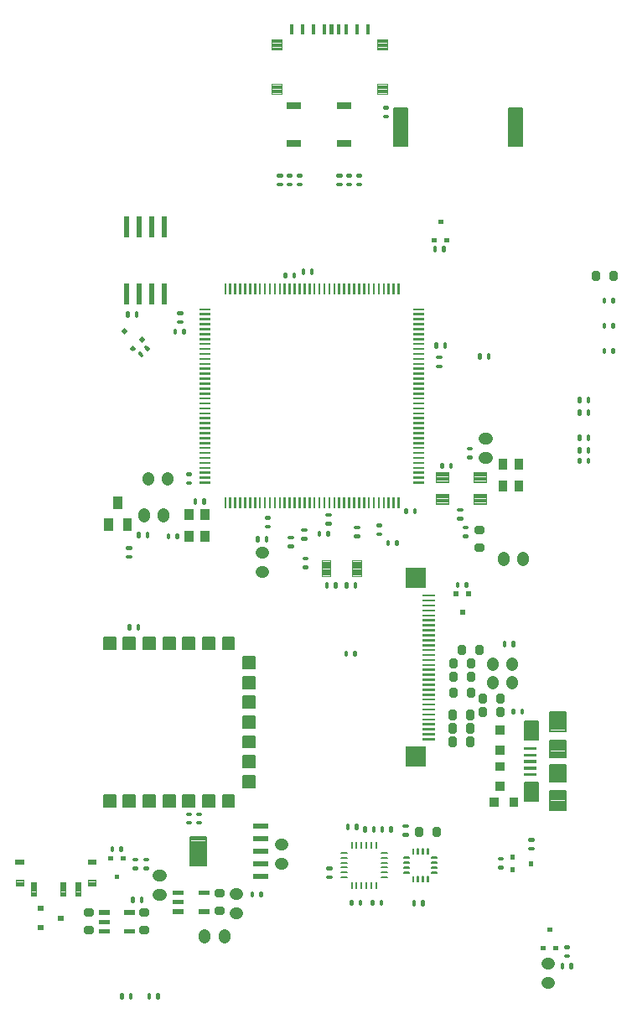
<source format=gbp>
G75*
G70*
%OFA0B0*%
%FSLAX24Y24*%
%IPPOS*%
%LPD*%
%AMOC8*
5,1,8,0,0,1.08239X$1,22.5*
%
%ADD10C,0.0051*%
%ADD11C,0.0043*%
%ADD12C,0.0027*%
%ADD13C,0.0034*%
%ADD14C,0.0059*%
%ADD15C,0.0031*%
%ADD16C,0.0144*%
%ADD17C,0.0058*%
%ADD18C,0.0029*%
%ADD19C,0.0071*%
%ADD20C,0.0472*%
%ADD21C,0.0032*%
%ADD22C,0.0039*%
%ADD23C,0.0035*%
%ADD24C,0.0034*%
%ADD25C,0.0251*%
%ADD26C,0.0069*%
%ADD27C,0.0053*%
%ADD28C,0.0035*%
%ADD29C,0.0033*%
%ADD30C,0.0036*%
%ADD31R,0.0787X0.0787*%
D10*
X006055Y008742D02*
X006055Y009202D01*
X006515Y009202D01*
X006515Y008742D01*
X006055Y008742D01*
X006055Y008792D02*
X006515Y008792D01*
X006515Y008842D02*
X006055Y008842D01*
X006055Y008892D02*
X006515Y008892D01*
X006515Y008942D02*
X006055Y008942D01*
X006055Y008992D02*
X006515Y008992D01*
X006515Y009042D02*
X006055Y009042D01*
X006055Y009092D02*
X006515Y009092D01*
X006515Y009142D02*
X006055Y009142D01*
X006055Y009192D02*
X006515Y009192D01*
X006842Y009202D02*
X006842Y008742D01*
X006842Y009202D02*
X007302Y009202D01*
X007302Y008742D01*
X006842Y008742D01*
X006842Y008792D02*
X007302Y008792D01*
X007302Y008842D02*
X006842Y008842D01*
X006842Y008892D02*
X007302Y008892D01*
X007302Y008942D02*
X006842Y008942D01*
X006842Y008992D02*
X007302Y008992D01*
X007302Y009042D02*
X006842Y009042D01*
X006842Y009092D02*
X007302Y009092D01*
X007302Y009142D02*
X006842Y009142D01*
X006842Y009192D02*
X007302Y009192D01*
X007629Y009202D02*
X007629Y008742D01*
X007629Y009202D02*
X008089Y009202D01*
X008089Y008742D01*
X007629Y008742D01*
X007629Y008792D02*
X008089Y008792D01*
X008089Y008842D02*
X007629Y008842D01*
X007629Y008892D02*
X008089Y008892D01*
X008089Y008942D02*
X007629Y008942D01*
X007629Y008992D02*
X008089Y008992D01*
X008089Y009042D02*
X007629Y009042D01*
X007629Y009092D02*
X008089Y009092D01*
X008089Y009142D02*
X007629Y009142D01*
X007629Y009192D02*
X008089Y009192D01*
X008417Y009202D02*
X008417Y008742D01*
X008417Y009202D02*
X008877Y009202D01*
X008877Y008742D01*
X008417Y008742D01*
X008417Y008792D02*
X008877Y008792D01*
X008877Y008842D02*
X008417Y008842D01*
X008417Y008892D02*
X008877Y008892D01*
X008877Y008942D02*
X008417Y008942D01*
X008417Y008992D02*
X008877Y008992D01*
X008877Y009042D02*
X008417Y009042D01*
X008417Y009092D02*
X008877Y009092D01*
X008877Y009142D02*
X008417Y009142D01*
X008417Y009192D02*
X008877Y009192D01*
X009204Y009202D02*
X009204Y008742D01*
X009204Y009202D02*
X009664Y009202D01*
X009664Y008742D01*
X009204Y008742D01*
X009204Y008792D02*
X009664Y008792D01*
X009664Y008842D02*
X009204Y008842D01*
X009204Y008892D02*
X009664Y008892D01*
X009664Y008942D02*
X009204Y008942D01*
X009204Y008992D02*
X009664Y008992D01*
X009664Y009042D02*
X009204Y009042D01*
X009204Y009092D02*
X009664Y009092D01*
X009664Y009142D02*
X009204Y009142D01*
X009204Y009192D02*
X009664Y009192D01*
X009992Y009202D02*
X009992Y008742D01*
X009992Y009202D02*
X010452Y009202D01*
X010452Y008742D01*
X009992Y008742D01*
X009992Y008792D02*
X010452Y008792D01*
X010452Y008842D02*
X009992Y008842D01*
X009992Y008892D02*
X010452Y008892D01*
X010452Y008942D02*
X009992Y008942D01*
X009992Y008992D02*
X010452Y008992D01*
X010452Y009042D02*
X009992Y009042D01*
X009992Y009092D02*
X010452Y009092D01*
X010452Y009142D02*
X009992Y009142D01*
X009992Y009192D02*
X010452Y009192D01*
X010779Y009202D02*
X010779Y008742D01*
X010779Y009202D02*
X011239Y009202D01*
X011239Y008742D01*
X010779Y008742D01*
X010779Y008792D02*
X011239Y008792D01*
X011239Y008842D02*
X010779Y008842D01*
X010779Y008892D02*
X011239Y008892D01*
X011239Y008942D02*
X010779Y008942D01*
X010779Y008992D02*
X011239Y008992D01*
X011239Y009042D02*
X010779Y009042D01*
X010779Y009092D02*
X011239Y009092D01*
X011239Y009142D02*
X010779Y009142D01*
X010779Y009192D02*
X011239Y009192D01*
X011606Y009969D02*
X012066Y009969D01*
X012066Y009509D01*
X011606Y009509D01*
X011606Y009969D01*
X011606Y009559D02*
X012066Y009559D01*
X012066Y009609D02*
X011606Y009609D01*
X011606Y009659D02*
X012066Y009659D01*
X012066Y009709D02*
X011606Y009709D01*
X011606Y009759D02*
X012066Y009759D01*
X012066Y009809D02*
X011606Y009809D01*
X011606Y009859D02*
X012066Y009859D01*
X012066Y009909D02*
X011606Y009909D01*
X011606Y009959D02*
X012066Y009959D01*
X012066Y010757D02*
X011606Y010757D01*
X012066Y010757D02*
X012066Y010297D01*
X011606Y010297D01*
X011606Y010757D01*
X011606Y010347D02*
X012066Y010347D01*
X012066Y010397D02*
X011606Y010397D01*
X011606Y010447D02*
X012066Y010447D01*
X012066Y010497D02*
X011606Y010497D01*
X011606Y010547D02*
X012066Y010547D01*
X012066Y010597D02*
X011606Y010597D01*
X011606Y010647D02*
X012066Y010647D01*
X012066Y010697D02*
X011606Y010697D01*
X011606Y010747D02*
X012066Y010747D01*
X012066Y011544D02*
X011606Y011544D01*
X012066Y011544D02*
X012066Y011084D01*
X011606Y011084D01*
X011606Y011544D01*
X011606Y011134D02*
X012066Y011134D01*
X012066Y011184D02*
X011606Y011184D01*
X011606Y011234D02*
X012066Y011234D01*
X012066Y011284D02*
X011606Y011284D01*
X011606Y011334D02*
X012066Y011334D01*
X012066Y011384D02*
X011606Y011384D01*
X011606Y011434D02*
X012066Y011434D01*
X012066Y011484D02*
X011606Y011484D01*
X011606Y011534D02*
X012066Y011534D01*
X012066Y012331D02*
X011606Y012331D01*
X012066Y012331D02*
X012066Y011871D01*
X011606Y011871D01*
X011606Y012331D01*
X011606Y011921D02*
X012066Y011921D01*
X012066Y011971D02*
X011606Y011971D01*
X011606Y012021D02*
X012066Y012021D01*
X012066Y012071D02*
X011606Y012071D01*
X011606Y012121D02*
X012066Y012121D01*
X012066Y012171D02*
X011606Y012171D01*
X011606Y012221D02*
X012066Y012221D01*
X012066Y012271D02*
X011606Y012271D01*
X011606Y012321D02*
X012066Y012321D01*
X012066Y013119D02*
X011606Y013119D01*
X012066Y013119D02*
X012066Y012659D01*
X011606Y012659D01*
X011606Y013119D01*
X011606Y012709D02*
X012066Y012709D01*
X012066Y012759D02*
X011606Y012759D01*
X011606Y012809D02*
X012066Y012809D01*
X012066Y012859D02*
X011606Y012859D01*
X011606Y012909D02*
X012066Y012909D01*
X012066Y012959D02*
X011606Y012959D01*
X011606Y013009D02*
X012066Y013009D01*
X012066Y013059D02*
X011606Y013059D01*
X011606Y013109D02*
X012066Y013109D01*
X012066Y013906D02*
X011606Y013906D01*
X012066Y013906D02*
X012066Y013446D01*
X011606Y013446D01*
X011606Y013906D01*
X011606Y013496D02*
X012066Y013496D01*
X012066Y013546D02*
X011606Y013546D01*
X011606Y013596D02*
X012066Y013596D01*
X012066Y013646D02*
X011606Y013646D01*
X011606Y013696D02*
X012066Y013696D01*
X012066Y013746D02*
X011606Y013746D01*
X011606Y013796D02*
X012066Y013796D01*
X012066Y013846D02*
X011606Y013846D01*
X011606Y013896D02*
X012066Y013896D01*
X012066Y014694D02*
X011606Y014694D01*
X012066Y014694D02*
X012066Y014234D01*
X011606Y014234D01*
X011606Y014694D01*
X011606Y014284D02*
X012066Y014284D01*
X012066Y014334D02*
X011606Y014334D01*
X011606Y014384D02*
X012066Y014384D01*
X012066Y014434D02*
X011606Y014434D01*
X011606Y014484D02*
X012066Y014484D01*
X012066Y014534D02*
X011606Y014534D01*
X011606Y014584D02*
X012066Y014584D01*
X012066Y014634D02*
X011606Y014634D01*
X011606Y014684D02*
X012066Y014684D01*
X010779Y015001D02*
X010779Y015461D01*
X011239Y015461D01*
X011239Y015001D01*
X010779Y015001D01*
X010779Y015051D02*
X011239Y015051D01*
X011239Y015101D02*
X010779Y015101D01*
X010779Y015151D02*
X011239Y015151D01*
X011239Y015201D02*
X010779Y015201D01*
X010779Y015251D02*
X011239Y015251D01*
X011239Y015301D02*
X010779Y015301D01*
X010779Y015351D02*
X011239Y015351D01*
X011239Y015401D02*
X010779Y015401D01*
X010779Y015451D02*
X011239Y015451D01*
X009992Y015461D02*
X009992Y015001D01*
X009992Y015461D02*
X010452Y015461D01*
X010452Y015001D01*
X009992Y015001D01*
X009992Y015051D02*
X010452Y015051D01*
X010452Y015101D02*
X009992Y015101D01*
X009992Y015151D02*
X010452Y015151D01*
X010452Y015201D02*
X009992Y015201D01*
X009992Y015251D02*
X010452Y015251D01*
X010452Y015301D02*
X009992Y015301D01*
X009992Y015351D02*
X010452Y015351D01*
X010452Y015401D02*
X009992Y015401D01*
X009992Y015451D02*
X010452Y015451D01*
X009204Y015461D02*
X009204Y015001D01*
X009204Y015461D02*
X009664Y015461D01*
X009664Y015001D01*
X009204Y015001D01*
X009204Y015051D02*
X009664Y015051D01*
X009664Y015101D02*
X009204Y015101D01*
X009204Y015151D02*
X009664Y015151D01*
X009664Y015201D02*
X009204Y015201D01*
X009204Y015251D02*
X009664Y015251D01*
X009664Y015301D02*
X009204Y015301D01*
X009204Y015351D02*
X009664Y015351D01*
X009664Y015401D02*
X009204Y015401D01*
X009204Y015451D02*
X009664Y015451D01*
X008417Y015461D02*
X008417Y015001D01*
X008417Y015461D02*
X008877Y015461D01*
X008877Y015001D01*
X008417Y015001D01*
X008417Y015051D02*
X008877Y015051D01*
X008877Y015101D02*
X008417Y015101D01*
X008417Y015151D02*
X008877Y015151D01*
X008877Y015201D02*
X008417Y015201D01*
X008417Y015251D02*
X008877Y015251D01*
X008877Y015301D02*
X008417Y015301D01*
X008417Y015351D02*
X008877Y015351D01*
X008877Y015401D02*
X008417Y015401D01*
X008417Y015451D02*
X008877Y015451D01*
X007629Y015461D02*
X007629Y015001D01*
X007629Y015461D02*
X008089Y015461D01*
X008089Y015001D01*
X007629Y015001D01*
X007629Y015051D02*
X008089Y015051D01*
X008089Y015101D02*
X007629Y015101D01*
X007629Y015151D02*
X008089Y015151D01*
X008089Y015201D02*
X007629Y015201D01*
X007629Y015251D02*
X008089Y015251D01*
X008089Y015301D02*
X007629Y015301D01*
X007629Y015351D02*
X008089Y015351D01*
X008089Y015401D02*
X007629Y015401D01*
X007629Y015451D02*
X008089Y015451D01*
X006842Y015461D02*
X006842Y015001D01*
X006842Y015461D02*
X007302Y015461D01*
X007302Y015001D01*
X006842Y015001D01*
X006842Y015051D02*
X007302Y015051D01*
X007302Y015101D02*
X006842Y015101D01*
X006842Y015151D02*
X007302Y015151D01*
X007302Y015201D02*
X006842Y015201D01*
X006842Y015251D02*
X007302Y015251D01*
X007302Y015301D02*
X006842Y015301D01*
X006842Y015351D02*
X007302Y015351D01*
X007302Y015401D02*
X006842Y015401D01*
X006842Y015451D02*
X007302Y015451D01*
X006055Y015461D02*
X006055Y015001D01*
X006055Y015461D02*
X006515Y015461D01*
X006515Y015001D01*
X006055Y015001D01*
X006055Y015051D02*
X006515Y015051D01*
X006515Y015101D02*
X006055Y015101D01*
X006055Y015151D02*
X006515Y015151D01*
X006515Y015201D02*
X006055Y015201D01*
X006055Y015251D02*
X006515Y015251D01*
X006515Y015301D02*
X006055Y015301D01*
X006055Y015351D02*
X006515Y015351D01*
X006515Y015401D02*
X006055Y015401D01*
X006055Y015451D02*
X006515Y015451D01*
D11*
X019259Y021155D02*
X019767Y021155D01*
X019767Y020765D01*
X019259Y020765D01*
X019259Y021155D01*
X019259Y020807D02*
X019767Y020807D01*
X019767Y020849D02*
X019259Y020849D01*
X019259Y020891D02*
X019767Y020891D01*
X019767Y020933D02*
X019259Y020933D01*
X019259Y020975D02*
X019767Y020975D01*
X019767Y021017D02*
X019259Y021017D01*
X019259Y021059D02*
X019767Y021059D01*
X019767Y021101D02*
X019259Y021101D01*
X019259Y021143D02*
X019767Y021143D01*
X019767Y022021D02*
X019259Y022021D01*
X019767Y022021D02*
X019767Y021631D01*
X019259Y021631D01*
X019259Y022021D01*
X019259Y021673D02*
X019767Y021673D01*
X019767Y021715D02*
X019259Y021715D01*
X019259Y021757D02*
X019767Y021757D01*
X019767Y021799D02*
X019259Y021799D01*
X019259Y021841D02*
X019767Y021841D01*
X019767Y021883D02*
X019259Y021883D01*
X019259Y021925D02*
X019767Y021925D01*
X019767Y021967D02*
X019259Y021967D01*
X019259Y022009D02*
X019767Y022009D01*
X020755Y022021D02*
X021263Y022021D01*
X021263Y021631D01*
X020755Y021631D01*
X020755Y022021D01*
X020755Y021673D02*
X021263Y021673D01*
X021263Y021715D02*
X020755Y021715D01*
X020755Y021757D02*
X021263Y021757D01*
X021263Y021799D02*
X020755Y021799D01*
X020755Y021841D02*
X021263Y021841D01*
X021263Y021883D02*
X020755Y021883D01*
X020755Y021925D02*
X021263Y021925D01*
X021263Y021967D02*
X020755Y021967D01*
X020755Y022009D02*
X021263Y022009D01*
X021263Y021155D02*
X020755Y021155D01*
X021263Y021155D02*
X021263Y020765D01*
X020755Y020765D01*
X020755Y021155D01*
X020755Y020807D02*
X021263Y020807D01*
X021263Y020849D02*
X020755Y020849D01*
X020755Y020891D02*
X021263Y020891D01*
X021263Y020933D02*
X020755Y020933D01*
X020755Y020975D02*
X021263Y020975D01*
X021263Y021017D02*
X020755Y021017D01*
X020755Y021059D02*
X021263Y021059D01*
X021263Y021101D02*
X020755Y021101D01*
X020755Y021143D02*
X021263Y021143D01*
X017326Y037074D02*
X016916Y037074D01*
X016916Y037464D01*
X017326Y037464D01*
X017326Y037074D01*
X017326Y037116D02*
X016916Y037116D01*
X016916Y037158D02*
X017326Y037158D01*
X017326Y037200D02*
X016916Y037200D01*
X016916Y037242D02*
X017326Y037242D01*
X017326Y037284D02*
X016916Y037284D01*
X016916Y037326D02*
X017326Y037326D01*
X017326Y037368D02*
X016916Y037368D01*
X016916Y037410D02*
X017326Y037410D01*
X017326Y037452D02*
X016916Y037452D01*
X016916Y038826D02*
X017326Y038826D01*
X016916Y038826D02*
X016916Y039216D01*
X017326Y039216D01*
X017326Y038826D01*
X017326Y038868D02*
X016916Y038868D01*
X016916Y038910D02*
X017326Y038910D01*
X017326Y038952D02*
X016916Y038952D01*
X016916Y038994D02*
X017326Y038994D01*
X017326Y039036D02*
X016916Y039036D01*
X016916Y039078D02*
X017326Y039078D01*
X017326Y039120D02*
X016916Y039120D01*
X016916Y039162D02*
X017326Y039162D01*
X017326Y039204D02*
X016916Y039204D01*
X013133Y038826D02*
X012723Y038826D01*
X012723Y039216D01*
X013133Y039216D01*
X013133Y038826D01*
X013133Y038868D02*
X012723Y038868D01*
X012723Y038910D02*
X013133Y038910D01*
X013133Y038952D02*
X012723Y038952D01*
X012723Y038994D02*
X013133Y038994D01*
X013133Y039036D02*
X012723Y039036D01*
X012723Y039078D02*
X013133Y039078D01*
X013133Y039120D02*
X012723Y039120D01*
X012723Y039162D02*
X013133Y039162D01*
X013133Y039204D02*
X012723Y039204D01*
X012723Y037074D02*
X013133Y037074D01*
X012723Y037074D02*
X012723Y037464D01*
X013133Y037464D01*
X013133Y037074D01*
X013133Y037116D02*
X012723Y037116D01*
X012723Y037158D02*
X013133Y037158D01*
X013133Y037200D02*
X012723Y037200D01*
X012723Y037242D02*
X013133Y037242D01*
X013133Y037284D02*
X012723Y037284D01*
X012723Y037326D02*
X013133Y037326D01*
X013133Y037368D02*
X012723Y037368D01*
X012723Y037410D02*
X013133Y037410D01*
X013133Y037452D02*
X012723Y037452D01*
D12*
X012617Y029529D02*
X012617Y029123D01*
X012617Y029529D02*
X012669Y029529D01*
X012669Y029123D01*
X012617Y029123D01*
X012617Y029149D02*
X012669Y029149D01*
X012669Y029175D02*
X012617Y029175D01*
X012617Y029201D02*
X012669Y029201D01*
X012669Y029227D02*
X012617Y029227D01*
X012617Y029253D02*
X012669Y029253D01*
X012669Y029279D02*
X012617Y029279D01*
X012617Y029305D02*
X012669Y029305D01*
X012669Y029331D02*
X012617Y029331D01*
X012617Y029357D02*
X012669Y029357D01*
X012669Y029383D02*
X012617Y029383D01*
X012617Y029409D02*
X012669Y029409D01*
X012669Y029435D02*
X012617Y029435D01*
X012617Y029461D02*
X012669Y029461D01*
X012669Y029487D02*
X012617Y029487D01*
X012617Y029513D02*
X012669Y029513D01*
X012814Y029529D02*
X012814Y029123D01*
X012814Y029529D02*
X012866Y029529D01*
X012866Y029123D01*
X012814Y029123D01*
X012814Y029149D02*
X012866Y029149D01*
X012866Y029175D02*
X012814Y029175D01*
X012814Y029201D02*
X012866Y029201D01*
X012866Y029227D02*
X012814Y029227D01*
X012814Y029253D02*
X012866Y029253D01*
X012866Y029279D02*
X012814Y029279D01*
X012814Y029305D02*
X012866Y029305D01*
X012866Y029331D02*
X012814Y029331D01*
X012814Y029357D02*
X012866Y029357D01*
X012866Y029383D02*
X012814Y029383D01*
X012814Y029409D02*
X012866Y029409D01*
X012866Y029435D02*
X012814Y029435D01*
X012814Y029461D02*
X012866Y029461D01*
X012866Y029487D02*
X012814Y029487D01*
X012814Y029513D02*
X012866Y029513D01*
X013011Y029529D02*
X013011Y029123D01*
X013011Y029529D02*
X013063Y029529D01*
X013063Y029123D01*
X013011Y029123D01*
X013011Y029149D02*
X013063Y029149D01*
X013063Y029175D02*
X013011Y029175D01*
X013011Y029201D02*
X013063Y029201D01*
X013063Y029227D02*
X013011Y029227D01*
X013011Y029253D02*
X013063Y029253D01*
X013063Y029279D02*
X013011Y029279D01*
X013011Y029305D02*
X013063Y029305D01*
X013063Y029331D02*
X013011Y029331D01*
X013011Y029357D02*
X013063Y029357D01*
X013063Y029383D02*
X013011Y029383D01*
X013011Y029409D02*
X013063Y029409D01*
X013063Y029435D02*
X013011Y029435D01*
X013011Y029461D02*
X013063Y029461D01*
X013063Y029487D02*
X013011Y029487D01*
X013011Y029513D02*
X013063Y029513D01*
X013208Y029529D02*
X013208Y029123D01*
X013208Y029529D02*
X013260Y029529D01*
X013260Y029123D01*
X013208Y029123D01*
X013208Y029149D02*
X013260Y029149D01*
X013260Y029175D02*
X013208Y029175D01*
X013208Y029201D02*
X013260Y029201D01*
X013260Y029227D02*
X013208Y029227D01*
X013208Y029253D02*
X013260Y029253D01*
X013260Y029279D02*
X013208Y029279D01*
X013208Y029305D02*
X013260Y029305D01*
X013260Y029331D02*
X013208Y029331D01*
X013208Y029357D02*
X013260Y029357D01*
X013260Y029383D02*
X013208Y029383D01*
X013208Y029409D02*
X013260Y029409D01*
X013260Y029435D02*
X013208Y029435D01*
X013208Y029461D02*
X013260Y029461D01*
X013260Y029487D02*
X013208Y029487D01*
X013208Y029513D02*
X013260Y029513D01*
X013404Y029529D02*
X013404Y029123D01*
X013404Y029529D02*
X013456Y029529D01*
X013456Y029123D01*
X013404Y029123D01*
X013404Y029149D02*
X013456Y029149D01*
X013456Y029175D02*
X013404Y029175D01*
X013404Y029201D02*
X013456Y029201D01*
X013456Y029227D02*
X013404Y029227D01*
X013404Y029253D02*
X013456Y029253D01*
X013456Y029279D02*
X013404Y029279D01*
X013404Y029305D02*
X013456Y029305D01*
X013456Y029331D02*
X013404Y029331D01*
X013404Y029357D02*
X013456Y029357D01*
X013456Y029383D02*
X013404Y029383D01*
X013404Y029409D02*
X013456Y029409D01*
X013456Y029435D02*
X013404Y029435D01*
X013404Y029461D02*
X013456Y029461D01*
X013456Y029487D02*
X013404Y029487D01*
X013404Y029513D02*
X013456Y029513D01*
X013601Y029529D02*
X013601Y029123D01*
X013601Y029529D02*
X013653Y029529D01*
X013653Y029123D01*
X013601Y029123D01*
X013601Y029149D02*
X013653Y029149D01*
X013653Y029175D02*
X013601Y029175D01*
X013601Y029201D02*
X013653Y029201D01*
X013653Y029227D02*
X013601Y029227D01*
X013601Y029253D02*
X013653Y029253D01*
X013653Y029279D02*
X013601Y029279D01*
X013601Y029305D02*
X013653Y029305D01*
X013653Y029331D02*
X013601Y029331D01*
X013601Y029357D02*
X013653Y029357D01*
X013653Y029383D02*
X013601Y029383D01*
X013601Y029409D02*
X013653Y029409D01*
X013653Y029435D02*
X013601Y029435D01*
X013601Y029461D02*
X013653Y029461D01*
X013653Y029487D02*
X013601Y029487D01*
X013601Y029513D02*
X013653Y029513D01*
X013798Y029529D02*
X013798Y029123D01*
X013798Y029529D02*
X013850Y029529D01*
X013850Y029123D01*
X013798Y029123D01*
X013798Y029149D02*
X013850Y029149D01*
X013850Y029175D02*
X013798Y029175D01*
X013798Y029201D02*
X013850Y029201D01*
X013850Y029227D02*
X013798Y029227D01*
X013798Y029253D02*
X013850Y029253D01*
X013850Y029279D02*
X013798Y029279D01*
X013798Y029305D02*
X013850Y029305D01*
X013850Y029331D02*
X013798Y029331D01*
X013798Y029357D02*
X013850Y029357D01*
X013850Y029383D02*
X013798Y029383D01*
X013798Y029409D02*
X013850Y029409D01*
X013850Y029435D02*
X013798Y029435D01*
X013798Y029461D02*
X013850Y029461D01*
X013850Y029487D02*
X013798Y029487D01*
X013798Y029513D02*
X013850Y029513D01*
X013995Y029529D02*
X013995Y029123D01*
X013995Y029529D02*
X014047Y029529D01*
X014047Y029123D01*
X013995Y029123D01*
X013995Y029149D02*
X014047Y029149D01*
X014047Y029175D02*
X013995Y029175D01*
X013995Y029201D02*
X014047Y029201D01*
X014047Y029227D02*
X013995Y029227D01*
X013995Y029253D02*
X014047Y029253D01*
X014047Y029279D02*
X013995Y029279D01*
X013995Y029305D02*
X014047Y029305D01*
X014047Y029331D02*
X013995Y029331D01*
X013995Y029357D02*
X014047Y029357D01*
X014047Y029383D02*
X013995Y029383D01*
X013995Y029409D02*
X014047Y029409D01*
X014047Y029435D02*
X013995Y029435D01*
X013995Y029461D02*
X014047Y029461D01*
X014047Y029487D02*
X013995Y029487D01*
X013995Y029513D02*
X014047Y029513D01*
X014192Y029529D02*
X014192Y029123D01*
X014192Y029529D02*
X014244Y029529D01*
X014244Y029123D01*
X014192Y029123D01*
X014192Y029149D02*
X014244Y029149D01*
X014244Y029175D02*
X014192Y029175D01*
X014192Y029201D02*
X014244Y029201D01*
X014244Y029227D02*
X014192Y029227D01*
X014192Y029253D02*
X014244Y029253D01*
X014244Y029279D02*
X014192Y029279D01*
X014192Y029305D02*
X014244Y029305D01*
X014244Y029331D02*
X014192Y029331D01*
X014192Y029357D02*
X014244Y029357D01*
X014244Y029383D02*
X014192Y029383D01*
X014192Y029409D02*
X014244Y029409D01*
X014244Y029435D02*
X014192Y029435D01*
X014192Y029461D02*
X014244Y029461D01*
X014244Y029487D02*
X014192Y029487D01*
X014192Y029513D02*
X014244Y029513D01*
X014389Y029529D02*
X014389Y029123D01*
X014389Y029529D02*
X014441Y029529D01*
X014441Y029123D01*
X014389Y029123D01*
X014389Y029149D02*
X014441Y029149D01*
X014441Y029175D02*
X014389Y029175D01*
X014389Y029201D02*
X014441Y029201D01*
X014441Y029227D02*
X014389Y029227D01*
X014389Y029253D02*
X014441Y029253D01*
X014441Y029279D02*
X014389Y029279D01*
X014389Y029305D02*
X014441Y029305D01*
X014441Y029331D02*
X014389Y029331D01*
X014389Y029357D02*
X014441Y029357D01*
X014441Y029383D02*
X014389Y029383D01*
X014389Y029409D02*
X014441Y029409D01*
X014441Y029435D02*
X014389Y029435D01*
X014389Y029461D02*
X014441Y029461D01*
X014441Y029487D02*
X014389Y029487D01*
X014389Y029513D02*
X014441Y029513D01*
X014585Y029529D02*
X014585Y029123D01*
X014585Y029529D02*
X014637Y029529D01*
X014637Y029123D01*
X014585Y029123D01*
X014585Y029149D02*
X014637Y029149D01*
X014637Y029175D02*
X014585Y029175D01*
X014585Y029201D02*
X014637Y029201D01*
X014637Y029227D02*
X014585Y029227D01*
X014585Y029253D02*
X014637Y029253D01*
X014637Y029279D02*
X014585Y029279D01*
X014585Y029305D02*
X014637Y029305D01*
X014637Y029331D02*
X014585Y029331D01*
X014585Y029357D02*
X014637Y029357D01*
X014637Y029383D02*
X014585Y029383D01*
X014585Y029409D02*
X014637Y029409D01*
X014637Y029435D02*
X014585Y029435D01*
X014585Y029461D02*
X014637Y029461D01*
X014637Y029487D02*
X014585Y029487D01*
X014585Y029513D02*
X014637Y029513D01*
X014782Y029529D02*
X014782Y029123D01*
X014782Y029529D02*
X014834Y029529D01*
X014834Y029123D01*
X014782Y029123D01*
X014782Y029149D02*
X014834Y029149D01*
X014834Y029175D02*
X014782Y029175D01*
X014782Y029201D02*
X014834Y029201D01*
X014834Y029227D02*
X014782Y029227D01*
X014782Y029253D02*
X014834Y029253D01*
X014834Y029279D02*
X014782Y029279D01*
X014782Y029305D02*
X014834Y029305D01*
X014834Y029331D02*
X014782Y029331D01*
X014782Y029357D02*
X014834Y029357D01*
X014834Y029383D02*
X014782Y029383D01*
X014782Y029409D02*
X014834Y029409D01*
X014834Y029435D02*
X014782Y029435D01*
X014782Y029461D02*
X014834Y029461D01*
X014834Y029487D02*
X014782Y029487D01*
X014782Y029513D02*
X014834Y029513D01*
X014979Y029529D02*
X014979Y029123D01*
X014979Y029529D02*
X015031Y029529D01*
X015031Y029123D01*
X014979Y029123D01*
X014979Y029149D02*
X015031Y029149D01*
X015031Y029175D02*
X014979Y029175D01*
X014979Y029201D02*
X015031Y029201D01*
X015031Y029227D02*
X014979Y029227D01*
X014979Y029253D02*
X015031Y029253D01*
X015031Y029279D02*
X014979Y029279D01*
X014979Y029305D02*
X015031Y029305D01*
X015031Y029331D02*
X014979Y029331D01*
X014979Y029357D02*
X015031Y029357D01*
X015031Y029383D02*
X014979Y029383D01*
X014979Y029409D02*
X015031Y029409D01*
X015031Y029435D02*
X014979Y029435D01*
X014979Y029461D02*
X015031Y029461D01*
X015031Y029487D02*
X014979Y029487D01*
X014979Y029513D02*
X015031Y029513D01*
X015176Y029529D02*
X015176Y029123D01*
X015176Y029529D02*
X015228Y029529D01*
X015228Y029123D01*
X015176Y029123D01*
X015176Y029149D02*
X015228Y029149D01*
X015228Y029175D02*
X015176Y029175D01*
X015176Y029201D02*
X015228Y029201D01*
X015228Y029227D02*
X015176Y029227D01*
X015176Y029253D02*
X015228Y029253D01*
X015228Y029279D02*
X015176Y029279D01*
X015176Y029305D02*
X015228Y029305D01*
X015228Y029331D02*
X015176Y029331D01*
X015176Y029357D02*
X015228Y029357D01*
X015228Y029383D02*
X015176Y029383D01*
X015176Y029409D02*
X015228Y029409D01*
X015228Y029435D02*
X015176Y029435D01*
X015176Y029461D02*
X015228Y029461D01*
X015228Y029487D02*
X015176Y029487D01*
X015176Y029513D02*
X015228Y029513D01*
X015373Y029529D02*
X015373Y029123D01*
X015373Y029529D02*
X015425Y029529D01*
X015425Y029123D01*
X015373Y029123D01*
X015373Y029149D02*
X015425Y029149D01*
X015425Y029175D02*
X015373Y029175D01*
X015373Y029201D02*
X015425Y029201D01*
X015425Y029227D02*
X015373Y029227D01*
X015373Y029253D02*
X015425Y029253D01*
X015425Y029279D02*
X015373Y029279D01*
X015373Y029305D02*
X015425Y029305D01*
X015425Y029331D02*
X015373Y029331D01*
X015373Y029357D02*
X015425Y029357D01*
X015425Y029383D02*
X015373Y029383D01*
X015373Y029409D02*
X015425Y029409D01*
X015425Y029435D02*
X015373Y029435D01*
X015373Y029461D02*
X015425Y029461D01*
X015425Y029487D02*
X015373Y029487D01*
X015373Y029513D02*
X015425Y029513D01*
X015570Y029529D02*
X015570Y029123D01*
X015570Y029529D02*
X015622Y029529D01*
X015622Y029123D01*
X015570Y029123D01*
X015570Y029149D02*
X015622Y029149D01*
X015622Y029175D02*
X015570Y029175D01*
X015570Y029201D02*
X015622Y029201D01*
X015622Y029227D02*
X015570Y029227D01*
X015570Y029253D02*
X015622Y029253D01*
X015622Y029279D02*
X015570Y029279D01*
X015570Y029305D02*
X015622Y029305D01*
X015622Y029331D02*
X015570Y029331D01*
X015570Y029357D02*
X015622Y029357D01*
X015622Y029383D02*
X015570Y029383D01*
X015570Y029409D02*
X015622Y029409D01*
X015622Y029435D02*
X015570Y029435D01*
X015570Y029461D02*
X015622Y029461D01*
X015622Y029487D02*
X015570Y029487D01*
X015570Y029513D02*
X015622Y029513D01*
X015767Y029529D02*
X015767Y029123D01*
X015767Y029529D02*
X015819Y029529D01*
X015819Y029123D01*
X015767Y029123D01*
X015767Y029149D02*
X015819Y029149D01*
X015819Y029175D02*
X015767Y029175D01*
X015767Y029201D02*
X015819Y029201D01*
X015819Y029227D02*
X015767Y029227D01*
X015767Y029253D02*
X015819Y029253D01*
X015819Y029279D02*
X015767Y029279D01*
X015767Y029305D02*
X015819Y029305D01*
X015819Y029331D02*
X015767Y029331D01*
X015767Y029357D02*
X015819Y029357D01*
X015819Y029383D02*
X015767Y029383D01*
X015767Y029409D02*
X015819Y029409D01*
X015819Y029435D02*
X015767Y029435D01*
X015767Y029461D02*
X015819Y029461D01*
X015819Y029487D02*
X015767Y029487D01*
X015767Y029513D02*
X015819Y029513D01*
X015963Y029529D02*
X015963Y029123D01*
X015963Y029529D02*
X016015Y029529D01*
X016015Y029123D01*
X015963Y029123D01*
X015963Y029149D02*
X016015Y029149D01*
X016015Y029175D02*
X015963Y029175D01*
X015963Y029201D02*
X016015Y029201D01*
X016015Y029227D02*
X015963Y029227D01*
X015963Y029253D02*
X016015Y029253D01*
X016015Y029279D02*
X015963Y029279D01*
X015963Y029305D02*
X016015Y029305D01*
X016015Y029331D02*
X015963Y029331D01*
X015963Y029357D02*
X016015Y029357D01*
X016015Y029383D02*
X015963Y029383D01*
X015963Y029409D02*
X016015Y029409D01*
X016015Y029435D02*
X015963Y029435D01*
X015963Y029461D02*
X016015Y029461D01*
X016015Y029487D02*
X015963Y029487D01*
X015963Y029513D02*
X016015Y029513D01*
X016160Y029529D02*
X016160Y029123D01*
X016160Y029529D02*
X016212Y029529D01*
X016212Y029123D01*
X016160Y029123D01*
X016160Y029149D02*
X016212Y029149D01*
X016212Y029175D02*
X016160Y029175D01*
X016160Y029201D02*
X016212Y029201D01*
X016212Y029227D02*
X016160Y029227D01*
X016160Y029253D02*
X016212Y029253D01*
X016212Y029279D02*
X016160Y029279D01*
X016160Y029305D02*
X016212Y029305D01*
X016212Y029331D02*
X016160Y029331D01*
X016160Y029357D02*
X016212Y029357D01*
X016212Y029383D02*
X016160Y029383D01*
X016160Y029409D02*
X016212Y029409D01*
X016212Y029435D02*
X016160Y029435D01*
X016160Y029461D02*
X016212Y029461D01*
X016212Y029487D02*
X016160Y029487D01*
X016160Y029513D02*
X016212Y029513D01*
X016357Y029529D02*
X016357Y029123D01*
X016357Y029529D02*
X016409Y029529D01*
X016409Y029123D01*
X016357Y029123D01*
X016357Y029149D02*
X016409Y029149D01*
X016409Y029175D02*
X016357Y029175D01*
X016357Y029201D02*
X016409Y029201D01*
X016409Y029227D02*
X016357Y029227D01*
X016357Y029253D02*
X016409Y029253D01*
X016409Y029279D02*
X016357Y029279D01*
X016357Y029305D02*
X016409Y029305D01*
X016409Y029331D02*
X016357Y029331D01*
X016357Y029357D02*
X016409Y029357D01*
X016409Y029383D02*
X016357Y029383D01*
X016357Y029409D02*
X016409Y029409D01*
X016409Y029435D02*
X016357Y029435D01*
X016357Y029461D02*
X016409Y029461D01*
X016409Y029487D02*
X016357Y029487D01*
X016357Y029513D02*
X016409Y029513D01*
X016554Y029529D02*
X016554Y029123D01*
X016554Y029529D02*
X016606Y029529D01*
X016606Y029123D01*
X016554Y029123D01*
X016554Y029149D02*
X016606Y029149D01*
X016606Y029175D02*
X016554Y029175D01*
X016554Y029201D02*
X016606Y029201D01*
X016606Y029227D02*
X016554Y029227D01*
X016554Y029253D02*
X016606Y029253D01*
X016606Y029279D02*
X016554Y029279D01*
X016554Y029305D02*
X016606Y029305D01*
X016606Y029331D02*
X016554Y029331D01*
X016554Y029357D02*
X016606Y029357D01*
X016606Y029383D02*
X016554Y029383D01*
X016554Y029409D02*
X016606Y029409D01*
X016606Y029435D02*
X016554Y029435D01*
X016554Y029461D02*
X016606Y029461D01*
X016606Y029487D02*
X016554Y029487D01*
X016554Y029513D02*
X016606Y029513D01*
X016751Y029529D02*
X016751Y029123D01*
X016751Y029529D02*
X016803Y029529D01*
X016803Y029123D01*
X016751Y029123D01*
X016751Y029149D02*
X016803Y029149D01*
X016803Y029175D02*
X016751Y029175D01*
X016751Y029201D02*
X016803Y029201D01*
X016803Y029227D02*
X016751Y029227D01*
X016751Y029253D02*
X016803Y029253D01*
X016803Y029279D02*
X016751Y029279D01*
X016751Y029305D02*
X016803Y029305D01*
X016803Y029331D02*
X016751Y029331D01*
X016751Y029357D02*
X016803Y029357D01*
X016803Y029383D02*
X016751Y029383D01*
X016751Y029409D02*
X016803Y029409D01*
X016803Y029435D02*
X016751Y029435D01*
X016751Y029461D02*
X016803Y029461D01*
X016803Y029487D02*
X016751Y029487D01*
X016751Y029513D02*
X016803Y029513D01*
X016948Y029529D02*
X016948Y029123D01*
X016948Y029529D02*
X017000Y029529D01*
X017000Y029123D01*
X016948Y029123D01*
X016948Y029149D02*
X017000Y029149D01*
X017000Y029175D02*
X016948Y029175D01*
X016948Y029201D02*
X017000Y029201D01*
X017000Y029227D02*
X016948Y029227D01*
X016948Y029253D02*
X017000Y029253D01*
X017000Y029279D02*
X016948Y029279D01*
X016948Y029305D02*
X017000Y029305D01*
X017000Y029331D02*
X016948Y029331D01*
X016948Y029357D02*
X017000Y029357D01*
X017000Y029383D02*
X016948Y029383D01*
X016948Y029409D02*
X017000Y029409D01*
X017000Y029435D02*
X016948Y029435D01*
X016948Y029461D02*
X017000Y029461D01*
X017000Y029487D02*
X016948Y029487D01*
X016948Y029513D02*
X017000Y029513D01*
X017145Y029529D02*
X017145Y029123D01*
X017145Y029529D02*
X017197Y029529D01*
X017197Y029123D01*
X017145Y029123D01*
X017145Y029149D02*
X017197Y029149D01*
X017197Y029175D02*
X017145Y029175D01*
X017145Y029201D02*
X017197Y029201D01*
X017197Y029227D02*
X017145Y029227D01*
X017145Y029253D02*
X017197Y029253D01*
X017197Y029279D02*
X017145Y029279D01*
X017145Y029305D02*
X017197Y029305D01*
X017197Y029331D02*
X017145Y029331D01*
X017145Y029357D02*
X017197Y029357D01*
X017197Y029383D02*
X017145Y029383D01*
X017145Y029409D02*
X017197Y029409D01*
X017197Y029435D02*
X017145Y029435D01*
X017145Y029461D02*
X017197Y029461D01*
X017197Y029487D02*
X017145Y029487D01*
X017145Y029513D02*
X017197Y029513D01*
X017341Y029529D02*
X017341Y029123D01*
X017341Y029529D02*
X017393Y029529D01*
X017393Y029123D01*
X017341Y029123D01*
X017341Y029149D02*
X017393Y029149D01*
X017393Y029175D02*
X017341Y029175D01*
X017341Y029201D02*
X017393Y029201D01*
X017393Y029227D02*
X017341Y029227D01*
X017341Y029253D02*
X017393Y029253D01*
X017393Y029279D02*
X017341Y029279D01*
X017341Y029305D02*
X017393Y029305D01*
X017393Y029331D02*
X017341Y029331D01*
X017341Y029357D02*
X017393Y029357D01*
X017393Y029383D02*
X017341Y029383D01*
X017341Y029409D02*
X017393Y029409D01*
X017393Y029435D02*
X017341Y029435D01*
X017341Y029461D02*
X017393Y029461D01*
X017393Y029487D02*
X017341Y029487D01*
X017341Y029513D02*
X017393Y029513D01*
X017538Y029529D02*
X017538Y029123D01*
X017538Y029529D02*
X017590Y029529D01*
X017590Y029123D01*
X017538Y029123D01*
X017538Y029149D02*
X017590Y029149D01*
X017590Y029175D02*
X017538Y029175D01*
X017538Y029201D02*
X017590Y029201D01*
X017590Y029227D02*
X017538Y029227D01*
X017538Y029253D02*
X017590Y029253D01*
X017590Y029279D02*
X017538Y029279D01*
X017538Y029305D02*
X017590Y029305D01*
X017590Y029331D02*
X017538Y029331D01*
X017538Y029357D02*
X017590Y029357D01*
X017590Y029383D02*
X017538Y029383D01*
X017538Y029409D02*
X017590Y029409D01*
X017590Y029435D02*
X017538Y029435D01*
X017538Y029461D02*
X017590Y029461D01*
X017590Y029487D02*
X017538Y029487D01*
X017538Y029513D02*
X017590Y029513D01*
X017735Y029529D02*
X017735Y029123D01*
X017735Y029529D02*
X017787Y029529D01*
X017787Y029123D01*
X017735Y029123D01*
X017735Y029149D02*
X017787Y029149D01*
X017787Y029175D02*
X017735Y029175D01*
X017735Y029201D02*
X017787Y029201D01*
X017787Y029227D02*
X017735Y029227D01*
X017735Y029253D02*
X017787Y029253D01*
X017787Y029279D02*
X017735Y029279D01*
X017735Y029305D02*
X017787Y029305D01*
X017787Y029331D02*
X017735Y029331D01*
X017735Y029357D02*
X017787Y029357D01*
X017787Y029383D02*
X017735Y029383D01*
X017735Y029409D02*
X017787Y029409D01*
X017787Y029435D02*
X017735Y029435D01*
X017735Y029461D02*
X017787Y029461D01*
X017787Y029487D02*
X017735Y029487D01*
X017735Y029513D02*
X017787Y029513D01*
X018365Y028545D02*
X018365Y028493D01*
X018365Y028545D02*
X018771Y028545D01*
X018771Y028493D01*
X018365Y028493D01*
X018365Y028519D02*
X018771Y028519D01*
X018771Y028545D02*
X018365Y028545D01*
X018365Y028348D02*
X018365Y028296D01*
X018365Y028348D02*
X018771Y028348D01*
X018771Y028296D01*
X018365Y028296D01*
X018365Y028322D02*
X018771Y028322D01*
X018771Y028348D02*
X018365Y028348D01*
X018365Y028151D02*
X018365Y028099D01*
X018365Y028151D02*
X018771Y028151D01*
X018771Y028099D01*
X018365Y028099D01*
X018365Y028125D02*
X018771Y028125D01*
X018771Y028151D02*
X018365Y028151D01*
X018365Y027954D02*
X018365Y027902D01*
X018365Y027954D02*
X018771Y027954D01*
X018771Y027902D01*
X018365Y027902D01*
X018365Y027928D02*
X018771Y027928D01*
X018771Y027954D02*
X018365Y027954D01*
X018365Y027757D02*
X018365Y027705D01*
X018365Y027757D02*
X018771Y027757D01*
X018771Y027705D01*
X018365Y027705D01*
X018365Y027731D02*
X018771Y027731D01*
X018771Y027757D02*
X018365Y027757D01*
X018365Y027561D02*
X018365Y027509D01*
X018365Y027561D02*
X018771Y027561D01*
X018771Y027509D01*
X018365Y027509D01*
X018365Y027535D02*
X018771Y027535D01*
X018771Y027561D02*
X018365Y027561D01*
X018365Y027364D02*
X018365Y027312D01*
X018365Y027364D02*
X018771Y027364D01*
X018771Y027312D01*
X018365Y027312D01*
X018365Y027338D02*
X018771Y027338D01*
X018771Y027364D02*
X018365Y027364D01*
X018365Y027167D02*
X018365Y027115D01*
X018365Y027167D02*
X018771Y027167D01*
X018771Y027115D01*
X018365Y027115D01*
X018365Y027141D02*
X018771Y027141D01*
X018771Y027167D02*
X018365Y027167D01*
X018365Y026970D02*
X018365Y026918D01*
X018365Y026970D02*
X018771Y026970D01*
X018771Y026918D01*
X018365Y026918D01*
X018365Y026944D02*
X018771Y026944D01*
X018771Y026970D02*
X018365Y026970D01*
X018365Y026773D02*
X018365Y026721D01*
X018365Y026773D02*
X018771Y026773D01*
X018771Y026721D01*
X018365Y026721D01*
X018365Y026747D02*
X018771Y026747D01*
X018771Y026773D02*
X018365Y026773D01*
X018365Y026576D02*
X018365Y026524D01*
X018365Y026576D02*
X018771Y026576D01*
X018771Y026524D01*
X018365Y026524D01*
X018365Y026550D02*
X018771Y026550D01*
X018771Y026576D02*
X018365Y026576D01*
X018365Y026379D02*
X018365Y026327D01*
X018365Y026379D02*
X018771Y026379D01*
X018771Y026327D01*
X018365Y026327D01*
X018365Y026353D02*
X018771Y026353D01*
X018771Y026379D02*
X018365Y026379D01*
X018365Y026183D02*
X018365Y026131D01*
X018365Y026183D02*
X018771Y026183D01*
X018771Y026131D01*
X018365Y026131D01*
X018365Y026157D02*
X018771Y026157D01*
X018771Y026183D02*
X018365Y026183D01*
X018365Y025986D02*
X018365Y025934D01*
X018365Y025986D02*
X018771Y025986D01*
X018771Y025934D01*
X018365Y025934D01*
X018365Y025960D02*
X018771Y025960D01*
X018771Y025986D02*
X018365Y025986D01*
X018365Y025789D02*
X018365Y025737D01*
X018365Y025789D02*
X018771Y025789D01*
X018771Y025737D01*
X018365Y025737D01*
X018365Y025763D02*
X018771Y025763D01*
X018771Y025789D02*
X018365Y025789D01*
X018365Y025592D02*
X018365Y025540D01*
X018365Y025592D02*
X018771Y025592D01*
X018771Y025540D01*
X018365Y025540D01*
X018365Y025566D02*
X018771Y025566D01*
X018771Y025592D02*
X018365Y025592D01*
X018365Y025395D02*
X018365Y025343D01*
X018365Y025395D02*
X018771Y025395D01*
X018771Y025343D01*
X018365Y025343D01*
X018365Y025369D02*
X018771Y025369D01*
X018771Y025395D02*
X018365Y025395D01*
X018365Y025198D02*
X018365Y025146D01*
X018365Y025198D02*
X018771Y025198D01*
X018771Y025146D01*
X018365Y025146D01*
X018365Y025172D02*
X018771Y025172D01*
X018771Y025198D02*
X018365Y025198D01*
X018365Y025002D02*
X018365Y024950D01*
X018365Y025002D02*
X018771Y025002D01*
X018771Y024950D01*
X018365Y024950D01*
X018365Y024976D02*
X018771Y024976D01*
X018771Y025002D02*
X018365Y025002D01*
X018365Y024805D02*
X018365Y024753D01*
X018365Y024805D02*
X018771Y024805D01*
X018771Y024753D01*
X018365Y024753D01*
X018365Y024779D02*
X018771Y024779D01*
X018771Y024805D02*
X018365Y024805D01*
X018365Y024608D02*
X018365Y024556D01*
X018365Y024608D02*
X018771Y024608D01*
X018771Y024556D01*
X018365Y024556D01*
X018365Y024582D02*
X018771Y024582D01*
X018771Y024608D02*
X018365Y024608D01*
X018365Y024411D02*
X018365Y024359D01*
X018365Y024411D02*
X018771Y024411D01*
X018771Y024359D01*
X018365Y024359D01*
X018365Y024385D02*
X018771Y024385D01*
X018771Y024411D02*
X018365Y024411D01*
X018365Y024214D02*
X018365Y024162D01*
X018365Y024214D02*
X018771Y024214D01*
X018771Y024162D01*
X018365Y024162D01*
X018365Y024188D02*
X018771Y024188D01*
X018771Y024214D02*
X018365Y024214D01*
X018365Y024017D02*
X018365Y023965D01*
X018365Y024017D02*
X018771Y024017D01*
X018771Y023965D01*
X018365Y023965D01*
X018365Y023991D02*
X018771Y023991D01*
X018771Y024017D02*
X018365Y024017D01*
X018365Y023820D02*
X018365Y023768D01*
X018365Y023820D02*
X018771Y023820D01*
X018771Y023768D01*
X018365Y023768D01*
X018365Y023794D02*
X018771Y023794D01*
X018771Y023820D02*
X018365Y023820D01*
X018365Y023624D02*
X018365Y023572D01*
X018365Y023624D02*
X018771Y023624D01*
X018771Y023572D01*
X018365Y023572D01*
X018365Y023598D02*
X018771Y023598D01*
X018771Y023624D02*
X018365Y023624D01*
X018365Y023427D02*
X018365Y023375D01*
X018365Y023427D02*
X018771Y023427D01*
X018771Y023375D01*
X018365Y023375D01*
X018365Y023401D02*
X018771Y023401D01*
X018771Y023427D02*
X018365Y023427D01*
X018365Y023230D02*
X018365Y023178D01*
X018365Y023230D02*
X018771Y023230D01*
X018771Y023178D01*
X018365Y023178D01*
X018365Y023204D02*
X018771Y023204D01*
X018771Y023230D02*
X018365Y023230D01*
X018365Y023033D02*
X018365Y022981D01*
X018365Y023033D02*
X018771Y023033D01*
X018771Y022981D01*
X018365Y022981D01*
X018365Y023007D02*
X018771Y023007D01*
X018771Y023033D02*
X018365Y023033D01*
X018365Y022836D02*
X018365Y022784D01*
X018365Y022836D02*
X018771Y022836D01*
X018771Y022784D01*
X018365Y022784D01*
X018365Y022810D02*
X018771Y022810D01*
X018771Y022836D02*
X018365Y022836D01*
X018365Y022639D02*
X018365Y022587D01*
X018365Y022639D02*
X018771Y022639D01*
X018771Y022587D01*
X018365Y022587D01*
X018365Y022613D02*
X018771Y022613D01*
X018771Y022639D02*
X018365Y022639D01*
X018365Y022442D02*
X018365Y022390D01*
X018365Y022442D02*
X018771Y022442D01*
X018771Y022390D01*
X018365Y022390D01*
X018365Y022416D02*
X018771Y022416D01*
X018771Y022442D02*
X018365Y022442D01*
X018365Y022246D02*
X018365Y022194D01*
X018365Y022246D02*
X018771Y022246D01*
X018771Y022194D01*
X018365Y022194D01*
X018365Y022220D02*
X018771Y022220D01*
X018771Y022246D02*
X018365Y022246D01*
X018365Y022049D02*
X018365Y021997D01*
X018365Y022049D02*
X018771Y022049D01*
X018771Y021997D01*
X018365Y021997D01*
X018365Y022023D02*
X018771Y022023D01*
X018771Y022049D02*
X018365Y022049D01*
X018365Y021852D02*
X018365Y021800D01*
X018365Y021852D02*
X018771Y021852D01*
X018771Y021800D01*
X018365Y021800D01*
X018365Y021826D02*
X018771Y021826D01*
X018771Y021852D02*
X018365Y021852D01*
X018365Y021655D02*
X018365Y021603D01*
X018365Y021655D02*
X018771Y021655D01*
X018771Y021603D01*
X018365Y021603D01*
X018365Y021629D02*
X018771Y021629D01*
X018771Y021655D02*
X018365Y021655D01*
X017735Y021025D02*
X017735Y020619D01*
X017735Y021025D02*
X017787Y021025D01*
X017787Y020619D01*
X017735Y020619D01*
X017735Y020645D02*
X017787Y020645D01*
X017787Y020671D02*
X017735Y020671D01*
X017735Y020697D02*
X017787Y020697D01*
X017787Y020723D02*
X017735Y020723D01*
X017735Y020749D02*
X017787Y020749D01*
X017787Y020775D02*
X017735Y020775D01*
X017735Y020801D02*
X017787Y020801D01*
X017787Y020827D02*
X017735Y020827D01*
X017735Y020853D02*
X017787Y020853D01*
X017787Y020879D02*
X017735Y020879D01*
X017735Y020905D02*
X017787Y020905D01*
X017787Y020931D02*
X017735Y020931D01*
X017735Y020957D02*
X017787Y020957D01*
X017787Y020983D02*
X017735Y020983D01*
X017735Y021009D02*
X017787Y021009D01*
X017538Y021025D02*
X017538Y020619D01*
X017538Y021025D02*
X017590Y021025D01*
X017590Y020619D01*
X017538Y020619D01*
X017538Y020645D02*
X017590Y020645D01*
X017590Y020671D02*
X017538Y020671D01*
X017538Y020697D02*
X017590Y020697D01*
X017590Y020723D02*
X017538Y020723D01*
X017538Y020749D02*
X017590Y020749D01*
X017590Y020775D02*
X017538Y020775D01*
X017538Y020801D02*
X017590Y020801D01*
X017590Y020827D02*
X017538Y020827D01*
X017538Y020853D02*
X017590Y020853D01*
X017590Y020879D02*
X017538Y020879D01*
X017538Y020905D02*
X017590Y020905D01*
X017590Y020931D02*
X017538Y020931D01*
X017538Y020957D02*
X017590Y020957D01*
X017590Y020983D02*
X017538Y020983D01*
X017538Y021009D02*
X017590Y021009D01*
X017341Y021025D02*
X017341Y020619D01*
X017341Y021025D02*
X017393Y021025D01*
X017393Y020619D01*
X017341Y020619D01*
X017341Y020645D02*
X017393Y020645D01*
X017393Y020671D02*
X017341Y020671D01*
X017341Y020697D02*
X017393Y020697D01*
X017393Y020723D02*
X017341Y020723D01*
X017341Y020749D02*
X017393Y020749D01*
X017393Y020775D02*
X017341Y020775D01*
X017341Y020801D02*
X017393Y020801D01*
X017393Y020827D02*
X017341Y020827D01*
X017341Y020853D02*
X017393Y020853D01*
X017393Y020879D02*
X017341Y020879D01*
X017341Y020905D02*
X017393Y020905D01*
X017393Y020931D02*
X017341Y020931D01*
X017341Y020957D02*
X017393Y020957D01*
X017393Y020983D02*
X017341Y020983D01*
X017341Y021009D02*
X017393Y021009D01*
X017145Y021025D02*
X017145Y020619D01*
X017145Y021025D02*
X017197Y021025D01*
X017197Y020619D01*
X017145Y020619D01*
X017145Y020645D02*
X017197Y020645D01*
X017197Y020671D02*
X017145Y020671D01*
X017145Y020697D02*
X017197Y020697D01*
X017197Y020723D02*
X017145Y020723D01*
X017145Y020749D02*
X017197Y020749D01*
X017197Y020775D02*
X017145Y020775D01*
X017145Y020801D02*
X017197Y020801D01*
X017197Y020827D02*
X017145Y020827D01*
X017145Y020853D02*
X017197Y020853D01*
X017197Y020879D02*
X017145Y020879D01*
X017145Y020905D02*
X017197Y020905D01*
X017197Y020931D02*
X017145Y020931D01*
X017145Y020957D02*
X017197Y020957D01*
X017197Y020983D02*
X017145Y020983D01*
X017145Y021009D02*
X017197Y021009D01*
X016948Y021025D02*
X016948Y020619D01*
X016948Y021025D02*
X017000Y021025D01*
X017000Y020619D01*
X016948Y020619D01*
X016948Y020645D02*
X017000Y020645D01*
X017000Y020671D02*
X016948Y020671D01*
X016948Y020697D02*
X017000Y020697D01*
X017000Y020723D02*
X016948Y020723D01*
X016948Y020749D02*
X017000Y020749D01*
X017000Y020775D02*
X016948Y020775D01*
X016948Y020801D02*
X017000Y020801D01*
X017000Y020827D02*
X016948Y020827D01*
X016948Y020853D02*
X017000Y020853D01*
X017000Y020879D02*
X016948Y020879D01*
X016948Y020905D02*
X017000Y020905D01*
X017000Y020931D02*
X016948Y020931D01*
X016948Y020957D02*
X017000Y020957D01*
X017000Y020983D02*
X016948Y020983D01*
X016948Y021009D02*
X017000Y021009D01*
X016751Y021025D02*
X016751Y020619D01*
X016751Y021025D02*
X016803Y021025D01*
X016803Y020619D01*
X016751Y020619D01*
X016751Y020645D02*
X016803Y020645D01*
X016803Y020671D02*
X016751Y020671D01*
X016751Y020697D02*
X016803Y020697D01*
X016803Y020723D02*
X016751Y020723D01*
X016751Y020749D02*
X016803Y020749D01*
X016803Y020775D02*
X016751Y020775D01*
X016751Y020801D02*
X016803Y020801D01*
X016803Y020827D02*
X016751Y020827D01*
X016751Y020853D02*
X016803Y020853D01*
X016803Y020879D02*
X016751Y020879D01*
X016751Y020905D02*
X016803Y020905D01*
X016803Y020931D02*
X016751Y020931D01*
X016751Y020957D02*
X016803Y020957D01*
X016803Y020983D02*
X016751Y020983D01*
X016751Y021009D02*
X016803Y021009D01*
X016554Y021025D02*
X016554Y020619D01*
X016554Y021025D02*
X016606Y021025D01*
X016606Y020619D01*
X016554Y020619D01*
X016554Y020645D02*
X016606Y020645D01*
X016606Y020671D02*
X016554Y020671D01*
X016554Y020697D02*
X016606Y020697D01*
X016606Y020723D02*
X016554Y020723D01*
X016554Y020749D02*
X016606Y020749D01*
X016606Y020775D02*
X016554Y020775D01*
X016554Y020801D02*
X016606Y020801D01*
X016606Y020827D02*
X016554Y020827D01*
X016554Y020853D02*
X016606Y020853D01*
X016606Y020879D02*
X016554Y020879D01*
X016554Y020905D02*
X016606Y020905D01*
X016606Y020931D02*
X016554Y020931D01*
X016554Y020957D02*
X016606Y020957D01*
X016606Y020983D02*
X016554Y020983D01*
X016554Y021009D02*
X016606Y021009D01*
X016357Y021025D02*
X016357Y020619D01*
X016357Y021025D02*
X016409Y021025D01*
X016409Y020619D01*
X016357Y020619D01*
X016357Y020645D02*
X016409Y020645D01*
X016409Y020671D02*
X016357Y020671D01*
X016357Y020697D02*
X016409Y020697D01*
X016409Y020723D02*
X016357Y020723D01*
X016357Y020749D02*
X016409Y020749D01*
X016409Y020775D02*
X016357Y020775D01*
X016357Y020801D02*
X016409Y020801D01*
X016409Y020827D02*
X016357Y020827D01*
X016357Y020853D02*
X016409Y020853D01*
X016409Y020879D02*
X016357Y020879D01*
X016357Y020905D02*
X016409Y020905D01*
X016409Y020931D02*
X016357Y020931D01*
X016357Y020957D02*
X016409Y020957D01*
X016409Y020983D02*
X016357Y020983D01*
X016357Y021009D02*
X016409Y021009D01*
X016160Y021025D02*
X016160Y020619D01*
X016160Y021025D02*
X016212Y021025D01*
X016212Y020619D01*
X016160Y020619D01*
X016160Y020645D02*
X016212Y020645D01*
X016212Y020671D02*
X016160Y020671D01*
X016160Y020697D02*
X016212Y020697D01*
X016212Y020723D02*
X016160Y020723D01*
X016160Y020749D02*
X016212Y020749D01*
X016212Y020775D02*
X016160Y020775D01*
X016160Y020801D02*
X016212Y020801D01*
X016212Y020827D02*
X016160Y020827D01*
X016160Y020853D02*
X016212Y020853D01*
X016212Y020879D02*
X016160Y020879D01*
X016160Y020905D02*
X016212Y020905D01*
X016212Y020931D02*
X016160Y020931D01*
X016160Y020957D02*
X016212Y020957D01*
X016212Y020983D02*
X016160Y020983D01*
X016160Y021009D02*
X016212Y021009D01*
X015963Y021025D02*
X015963Y020619D01*
X015963Y021025D02*
X016015Y021025D01*
X016015Y020619D01*
X015963Y020619D01*
X015963Y020645D02*
X016015Y020645D01*
X016015Y020671D02*
X015963Y020671D01*
X015963Y020697D02*
X016015Y020697D01*
X016015Y020723D02*
X015963Y020723D01*
X015963Y020749D02*
X016015Y020749D01*
X016015Y020775D02*
X015963Y020775D01*
X015963Y020801D02*
X016015Y020801D01*
X016015Y020827D02*
X015963Y020827D01*
X015963Y020853D02*
X016015Y020853D01*
X016015Y020879D02*
X015963Y020879D01*
X015963Y020905D02*
X016015Y020905D01*
X016015Y020931D02*
X015963Y020931D01*
X015963Y020957D02*
X016015Y020957D01*
X016015Y020983D02*
X015963Y020983D01*
X015963Y021009D02*
X016015Y021009D01*
X015767Y021025D02*
X015767Y020619D01*
X015767Y021025D02*
X015819Y021025D01*
X015819Y020619D01*
X015767Y020619D01*
X015767Y020645D02*
X015819Y020645D01*
X015819Y020671D02*
X015767Y020671D01*
X015767Y020697D02*
X015819Y020697D01*
X015819Y020723D02*
X015767Y020723D01*
X015767Y020749D02*
X015819Y020749D01*
X015819Y020775D02*
X015767Y020775D01*
X015767Y020801D02*
X015819Y020801D01*
X015819Y020827D02*
X015767Y020827D01*
X015767Y020853D02*
X015819Y020853D01*
X015819Y020879D02*
X015767Y020879D01*
X015767Y020905D02*
X015819Y020905D01*
X015819Y020931D02*
X015767Y020931D01*
X015767Y020957D02*
X015819Y020957D01*
X015819Y020983D02*
X015767Y020983D01*
X015767Y021009D02*
X015819Y021009D01*
X015570Y021025D02*
X015570Y020619D01*
X015570Y021025D02*
X015622Y021025D01*
X015622Y020619D01*
X015570Y020619D01*
X015570Y020645D02*
X015622Y020645D01*
X015622Y020671D02*
X015570Y020671D01*
X015570Y020697D02*
X015622Y020697D01*
X015622Y020723D02*
X015570Y020723D01*
X015570Y020749D02*
X015622Y020749D01*
X015622Y020775D02*
X015570Y020775D01*
X015570Y020801D02*
X015622Y020801D01*
X015622Y020827D02*
X015570Y020827D01*
X015570Y020853D02*
X015622Y020853D01*
X015622Y020879D02*
X015570Y020879D01*
X015570Y020905D02*
X015622Y020905D01*
X015622Y020931D02*
X015570Y020931D01*
X015570Y020957D02*
X015622Y020957D01*
X015622Y020983D02*
X015570Y020983D01*
X015570Y021009D02*
X015622Y021009D01*
X015373Y021025D02*
X015373Y020619D01*
X015373Y021025D02*
X015425Y021025D01*
X015425Y020619D01*
X015373Y020619D01*
X015373Y020645D02*
X015425Y020645D01*
X015425Y020671D02*
X015373Y020671D01*
X015373Y020697D02*
X015425Y020697D01*
X015425Y020723D02*
X015373Y020723D01*
X015373Y020749D02*
X015425Y020749D01*
X015425Y020775D02*
X015373Y020775D01*
X015373Y020801D02*
X015425Y020801D01*
X015425Y020827D02*
X015373Y020827D01*
X015373Y020853D02*
X015425Y020853D01*
X015425Y020879D02*
X015373Y020879D01*
X015373Y020905D02*
X015425Y020905D01*
X015425Y020931D02*
X015373Y020931D01*
X015373Y020957D02*
X015425Y020957D01*
X015425Y020983D02*
X015373Y020983D01*
X015373Y021009D02*
X015425Y021009D01*
X015176Y021025D02*
X015176Y020619D01*
X015176Y021025D02*
X015228Y021025D01*
X015228Y020619D01*
X015176Y020619D01*
X015176Y020645D02*
X015228Y020645D01*
X015228Y020671D02*
X015176Y020671D01*
X015176Y020697D02*
X015228Y020697D01*
X015228Y020723D02*
X015176Y020723D01*
X015176Y020749D02*
X015228Y020749D01*
X015228Y020775D02*
X015176Y020775D01*
X015176Y020801D02*
X015228Y020801D01*
X015228Y020827D02*
X015176Y020827D01*
X015176Y020853D02*
X015228Y020853D01*
X015228Y020879D02*
X015176Y020879D01*
X015176Y020905D02*
X015228Y020905D01*
X015228Y020931D02*
X015176Y020931D01*
X015176Y020957D02*
X015228Y020957D01*
X015228Y020983D02*
X015176Y020983D01*
X015176Y021009D02*
X015228Y021009D01*
X014979Y021025D02*
X014979Y020619D01*
X014979Y021025D02*
X015031Y021025D01*
X015031Y020619D01*
X014979Y020619D01*
X014979Y020645D02*
X015031Y020645D01*
X015031Y020671D02*
X014979Y020671D01*
X014979Y020697D02*
X015031Y020697D01*
X015031Y020723D02*
X014979Y020723D01*
X014979Y020749D02*
X015031Y020749D01*
X015031Y020775D02*
X014979Y020775D01*
X014979Y020801D02*
X015031Y020801D01*
X015031Y020827D02*
X014979Y020827D01*
X014979Y020853D02*
X015031Y020853D01*
X015031Y020879D02*
X014979Y020879D01*
X014979Y020905D02*
X015031Y020905D01*
X015031Y020931D02*
X014979Y020931D01*
X014979Y020957D02*
X015031Y020957D01*
X015031Y020983D02*
X014979Y020983D01*
X014979Y021009D02*
X015031Y021009D01*
X014782Y021025D02*
X014782Y020619D01*
X014782Y021025D02*
X014834Y021025D01*
X014834Y020619D01*
X014782Y020619D01*
X014782Y020645D02*
X014834Y020645D01*
X014834Y020671D02*
X014782Y020671D01*
X014782Y020697D02*
X014834Y020697D01*
X014834Y020723D02*
X014782Y020723D01*
X014782Y020749D02*
X014834Y020749D01*
X014834Y020775D02*
X014782Y020775D01*
X014782Y020801D02*
X014834Y020801D01*
X014834Y020827D02*
X014782Y020827D01*
X014782Y020853D02*
X014834Y020853D01*
X014834Y020879D02*
X014782Y020879D01*
X014782Y020905D02*
X014834Y020905D01*
X014834Y020931D02*
X014782Y020931D01*
X014782Y020957D02*
X014834Y020957D01*
X014834Y020983D02*
X014782Y020983D01*
X014782Y021009D02*
X014834Y021009D01*
X014585Y021025D02*
X014585Y020619D01*
X014585Y021025D02*
X014637Y021025D01*
X014637Y020619D01*
X014585Y020619D01*
X014585Y020645D02*
X014637Y020645D01*
X014637Y020671D02*
X014585Y020671D01*
X014585Y020697D02*
X014637Y020697D01*
X014637Y020723D02*
X014585Y020723D01*
X014585Y020749D02*
X014637Y020749D01*
X014637Y020775D02*
X014585Y020775D01*
X014585Y020801D02*
X014637Y020801D01*
X014637Y020827D02*
X014585Y020827D01*
X014585Y020853D02*
X014637Y020853D01*
X014637Y020879D02*
X014585Y020879D01*
X014585Y020905D02*
X014637Y020905D01*
X014637Y020931D02*
X014585Y020931D01*
X014585Y020957D02*
X014637Y020957D01*
X014637Y020983D02*
X014585Y020983D01*
X014585Y021009D02*
X014637Y021009D01*
X014389Y021025D02*
X014389Y020619D01*
X014389Y021025D02*
X014441Y021025D01*
X014441Y020619D01*
X014389Y020619D01*
X014389Y020645D02*
X014441Y020645D01*
X014441Y020671D02*
X014389Y020671D01*
X014389Y020697D02*
X014441Y020697D01*
X014441Y020723D02*
X014389Y020723D01*
X014389Y020749D02*
X014441Y020749D01*
X014441Y020775D02*
X014389Y020775D01*
X014389Y020801D02*
X014441Y020801D01*
X014441Y020827D02*
X014389Y020827D01*
X014389Y020853D02*
X014441Y020853D01*
X014441Y020879D02*
X014389Y020879D01*
X014389Y020905D02*
X014441Y020905D01*
X014441Y020931D02*
X014389Y020931D01*
X014389Y020957D02*
X014441Y020957D01*
X014441Y020983D02*
X014389Y020983D01*
X014389Y021009D02*
X014441Y021009D01*
X014192Y021025D02*
X014192Y020619D01*
X014192Y021025D02*
X014244Y021025D01*
X014244Y020619D01*
X014192Y020619D01*
X014192Y020645D02*
X014244Y020645D01*
X014244Y020671D02*
X014192Y020671D01*
X014192Y020697D02*
X014244Y020697D01*
X014244Y020723D02*
X014192Y020723D01*
X014192Y020749D02*
X014244Y020749D01*
X014244Y020775D02*
X014192Y020775D01*
X014192Y020801D02*
X014244Y020801D01*
X014244Y020827D02*
X014192Y020827D01*
X014192Y020853D02*
X014244Y020853D01*
X014244Y020879D02*
X014192Y020879D01*
X014192Y020905D02*
X014244Y020905D01*
X014244Y020931D02*
X014192Y020931D01*
X014192Y020957D02*
X014244Y020957D01*
X014244Y020983D02*
X014192Y020983D01*
X014192Y021009D02*
X014244Y021009D01*
X013995Y021025D02*
X013995Y020619D01*
X013995Y021025D02*
X014047Y021025D01*
X014047Y020619D01*
X013995Y020619D01*
X013995Y020645D02*
X014047Y020645D01*
X014047Y020671D02*
X013995Y020671D01*
X013995Y020697D02*
X014047Y020697D01*
X014047Y020723D02*
X013995Y020723D01*
X013995Y020749D02*
X014047Y020749D01*
X014047Y020775D02*
X013995Y020775D01*
X013995Y020801D02*
X014047Y020801D01*
X014047Y020827D02*
X013995Y020827D01*
X013995Y020853D02*
X014047Y020853D01*
X014047Y020879D02*
X013995Y020879D01*
X013995Y020905D02*
X014047Y020905D01*
X014047Y020931D02*
X013995Y020931D01*
X013995Y020957D02*
X014047Y020957D01*
X014047Y020983D02*
X013995Y020983D01*
X013995Y021009D02*
X014047Y021009D01*
X013798Y021025D02*
X013798Y020619D01*
X013798Y021025D02*
X013850Y021025D01*
X013850Y020619D01*
X013798Y020619D01*
X013798Y020645D02*
X013850Y020645D01*
X013850Y020671D02*
X013798Y020671D01*
X013798Y020697D02*
X013850Y020697D01*
X013850Y020723D02*
X013798Y020723D01*
X013798Y020749D02*
X013850Y020749D01*
X013850Y020775D02*
X013798Y020775D01*
X013798Y020801D02*
X013850Y020801D01*
X013850Y020827D02*
X013798Y020827D01*
X013798Y020853D02*
X013850Y020853D01*
X013850Y020879D02*
X013798Y020879D01*
X013798Y020905D02*
X013850Y020905D01*
X013850Y020931D02*
X013798Y020931D01*
X013798Y020957D02*
X013850Y020957D01*
X013850Y020983D02*
X013798Y020983D01*
X013798Y021009D02*
X013850Y021009D01*
X013601Y021025D02*
X013601Y020619D01*
X013601Y021025D02*
X013653Y021025D01*
X013653Y020619D01*
X013601Y020619D01*
X013601Y020645D02*
X013653Y020645D01*
X013653Y020671D02*
X013601Y020671D01*
X013601Y020697D02*
X013653Y020697D01*
X013653Y020723D02*
X013601Y020723D01*
X013601Y020749D02*
X013653Y020749D01*
X013653Y020775D02*
X013601Y020775D01*
X013601Y020801D02*
X013653Y020801D01*
X013653Y020827D02*
X013601Y020827D01*
X013601Y020853D02*
X013653Y020853D01*
X013653Y020879D02*
X013601Y020879D01*
X013601Y020905D02*
X013653Y020905D01*
X013653Y020931D02*
X013601Y020931D01*
X013601Y020957D02*
X013653Y020957D01*
X013653Y020983D02*
X013601Y020983D01*
X013601Y021009D02*
X013653Y021009D01*
X013404Y021025D02*
X013404Y020619D01*
X013404Y021025D02*
X013456Y021025D01*
X013456Y020619D01*
X013404Y020619D01*
X013404Y020645D02*
X013456Y020645D01*
X013456Y020671D02*
X013404Y020671D01*
X013404Y020697D02*
X013456Y020697D01*
X013456Y020723D02*
X013404Y020723D01*
X013404Y020749D02*
X013456Y020749D01*
X013456Y020775D02*
X013404Y020775D01*
X013404Y020801D02*
X013456Y020801D01*
X013456Y020827D02*
X013404Y020827D01*
X013404Y020853D02*
X013456Y020853D01*
X013456Y020879D02*
X013404Y020879D01*
X013404Y020905D02*
X013456Y020905D01*
X013456Y020931D02*
X013404Y020931D01*
X013404Y020957D02*
X013456Y020957D01*
X013456Y020983D02*
X013404Y020983D01*
X013404Y021009D02*
X013456Y021009D01*
X013208Y021025D02*
X013208Y020619D01*
X013208Y021025D02*
X013260Y021025D01*
X013260Y020619D01*
X013208Y020619D01*
X013208Y020645D02*
X013260Y020645D01*
X013260Y020671D02*
X013208Y020671D01*
X013208Y020697D02*
X013260Y020697D01*
X013260Y020723D02*
X013208Y020723D01*
X013208Y020749D02*
X013260Y020749D01*
X013260Y020775D02*
X013208Y020775D01*
X013208Y020801D02*
X013260Y020801D01*
X013260Y020827D02*
X013208Y020827D01*
X013208Y020853D02*
X013260Y020853D01*
X013260Y020879D02*
X013208Y020879D01*
X013208Y020905D02*
X013260Y020905D01*
X013260Y020931D02*
X013208Y020931D01*
X013208Y020957D02*
X013260Y020957D01*
X013260Y020983D02*
X013208Y020983D01*
X013208Y021009D02*
X013260Y021009D01*
X013011Y021025D02*
X013011Y020619D01*
X013011Y021025D02*
X013063Y021025D01*
X013063Y020619D01*
X013011Y020619D01*
X013011Y020645D02*
X013063Y020645D01*
X013063Y020671D02*
X013011Y020671D01*
X013011Y020697D02*
X013063Y020697D01*
X013063Y020723D02*
X013011Y020723D01*
X013011Y020749D02*
X013063Y020749D01*
X013063Y020775D02*
X013011Y020775D01*
X013011Y020801D02*
X013063Y020801D01*
X013063Y020827D02*
X013011Y020827D01*
X013011Y020853D02*
X013063Y020853D01*
X013063Y020879D02*
X013011Y020879D01*
X013011Y020905D02*
X013063Y020905D01*
X013063Y020931D02*
X013011Y020931D01*
X013011Y020957D02*
X013063Y020957D01*
X013063Y020983D02*
X013011Y020983D01*
X013011Y021009D02*
X013063Y021009D01*
X012814Y021025D02*
X012814Y020619D01*
X012814Y021025D02*
X012866Y021025D01*
X012866Y020619D01*
X012814Y020619D01*
X012814Y020645D02*
X012866Y020645D01*
X012866Y020671D02*
X012814Y020671D01*
X012814Y020697D02*
X012866Y020697D01*
X012866Y020723D02*
X012814Y020723D01*
X012814Y020749D02*
X012866Y020749D01*
X012866Y020775D02*
X012814Y020775D01*
X012814Y020801D02*
X012866Y020801D01*
X012866Y020827D02*
X012814Y020827D01*
X012814Y020853D02*
X012866Y020853D01*
X012866Y020879D02*
X012814Y020879D01*
X012814Y020905D02*
X012866Y020905D01*
X012866Y020931D02*
X012814Y020931D01*
X012814Y020957D02*
X012866Y020957D01*
X012866Y020983D02*
X012814Y020983D01*
X012814Y021009D02*
X012866Y021009D01*
X012617Y021025D02*
X012617Y020619D01*
X012617Y021025D02*
X012669Y021025D01*
X012669Y020619D01*
X012617Y020619D01*
X012617Y020645D02*
X012669Y020645D01*
X012669Y020671D02*
X012617Y020671D01*
X012617Y020697D02*
X012669Y020697D01*
X012669Y020723D02*
X012617Y020723D01*
X012617Y020749D02*
X012669Y020749D01*
X012669Y020775D02*
X012617Y020775D01*
X012617Y020801D02*
X012669Y020801D01*
X012669Y020827D02*
X012617Y020827D01*
X012617Y020853D02*
X012669Y020853D01*
X012669Y020879D02*
X012617Y020879D01*
X012617Y020905D02*
X012669Y020905D01*
X012669Y020931D02*
X012617Y020931D01*
X012617Y020957D02*
X012669Y020957D01*
X012669Y020983D02*
X012617Y020983D01*
X012617Y021009D02*
X012669Y021009D01*
X012420Y021025D02*
X012420Y020619D01*
X012420Y021025D02*
X012472Y021025D01*
X012472Y020619D01*
X012420Y020619D01*
X012420Y020645D02*
X012472Y020645D01*
X012472Y020671D02*
X012420Y020671D01*
X012420Y020697D02*
X012472Y020697D01*
X012472Y020723D02*
X012420Y020723D01*
X012420Y020749D02*
X012472Y020749D01*
X012472Y020775D02*
X012420Y020775D01*
X012420Y020801D02*
X012472Y020801D01*
X012472Y020827D02*
X012420Y020827D01*
X012420Y020853D02*
X012472Y020853D01*
X012472Y020879D02*
X012420Y020879D01*
X012420Y020905D02*
X012472Y020905D01*
X012472Y020931D02*
X012420Y020931D01*
X012420Y020957D02*
X012472Y020957D01*
X012472Y020983D02*
X012420Y020983D01*
X012420Y021009D02*
X012472Y021009D01*
X012223Y021025D02*
X012223Y020619D01*
X012223Y021025D02*
X012275Y021025D01*
X012275Y020619D01*
X012223Y020619D01*
X012223Y020645D02*
X012275Y020645D01*
X012275Y020671D02*
X012223Y020671D01*
X012223Y020697D02*
X012275Y020697D01*
X012275Y020723D02*
X012223Y020723D01*
X012223Y020749D02*
X012275Y020749D01*
X012275Y020775D02*
X012223Y020775D01*
X012223Y020801D02*
X012275Y020801D01*
X012275Y020827D02*
X012223Y020827D01*
X012223Y020853D02*
X012275Y020853D01*
X012275Y020879D02*
X012223Y020879D01*
X012223Y020905D02*
X012275Y020905D01*
X012275Y020931D02*
X012223Y020931D01*
X012223Y020957D02*
X012275Y020957D01*
X012275Y020983D02*
X012223Y020983D01*
X012223Y021009D02*
X012275Y021009D01*
X012026Y021025D02*
X012026Y020619D01*
X012026Y021025D02*
X012078Y021025D01*
X012078Y020619D01*
X012026Y020619D01*
X012026Y020645D02*
X012078Y020645D01*
X012078Y020671D02*
X012026Y020671D01*
X012026Y020697D02*
X012078Y020697D01*
X012078Y020723D02*
X012026Y020723D01*
X012026Y020749D02*
X012078Y020749D01*
X012078Y020775D02*
X012026Y020775D01*
X012026Y020801D02*
X012078Y020801D01*
X012078Y020827D02*
X012026Y020827D01*
X012026Y020853D02*
X012078Y020853D01*
X012078Y020879D02*
X012026Y020879D01*
X012026Y020905D02*
X012078Y020905D01*
X012078Y020931D02*
X012026Y020931D01*
X012026Y020957D02*
X012078Y020957D01*
X012078Y020983D02*
X012026Y020983D01*
X012026Y021009D02*
X012078Y021009D01*
X011830Y021025D02*
X011830Y020619D01*
X011830Y021025D02*
X011882Y021025D01*
X011882Y020619D01*
X011830Y020619D01*
X011830Y020645D02*
X011882Y020645D01*
X011882Y020671D02*
X011830Y020671D01*
X011830Y020697D02*
X011882Y020697D01*
X011882Y020723D02*
X011830Y020723D01*
X011830Y020749D02*
X011882Y020749D01*
X011882Y020775D02*
X011830Y020775D01*
X011830Y020801D02*
X011882Y020801D01*
X011882Y020827D02*
X011830Y020827D01*
X011830Y020853D02*
X011882Y020853D01*
X011882Y020879D02*
X011830Y020879D01*
X011830Y020905D02*
X011882Y020905D01*
X011882Y020931D02*
X011830Y020931D01*
X011830Y020957D02*
X011882Y020957D01*
X011882Y020983D02*
X011830Y020983D01*
X011830Y021009D02*
X011882Y021009D01*
X011633Y021025D02*
X011633Y020619D01*
X011633Y021025D02*
X011685Y021025D01*
X011685Y020619D01*
X011633Y020619D01*
X011633Y020645D02*
X011685Y020645D01*
X011685Y020671D02*
X011633Y020671D01*
X011633Y020697D02*
X011685Y020697D01*
X011685Y020723D02*
X011633Y020723D01*
X011633Y020749D02*
X011685Y020749D01*
X011685Y020775D02*
X011633Y020775D01*
X011633Y020801D02*
X011685Y020801D01*
X011685Y020827D02*
X011633Y020827D01*
X011633Y020853D02*
X011685Y020853D01*
X011685Y020879D02*
X011633Y020879D01*
X011633Y020905D02*
X011685Y020905D01*
X011685Y020931D02*
X011633Y020931D01*
X011633Y020957D02*
X011685Y020957D01*
X011685Y020983D02*
X011633Y020983D01*
X011633Y021009D02*
X011685Y021009D01*
X011436Y021025D02*
X011436Y020619D01*
X011436Y021025D02*
X011488Y021025D01*
X011488Y020619D01*
X011436Y020619D01*
X011436Y020645D02*
X011488Y020645D01*
X011488Y020671D02*
X011436Y020671D01*
X011436Y020697D02*
X011488Y020697D01*
X011488Y020723D02*
X011436Y020723D01*
X011436Y020749D02*
X011488Y020749D01*
X011488Y020775D02*
X011436Y020775D01*
X011436Y020801D02*
X011488Y020801D01*
X011488Y020827D02*
X011436Y020827D01*
X011436Y020853D02*
X011488Y020853D01*
X011488Y020879D02*
X011436Y020879D01*
X011436Y020905D02*
X011488Y020905D01*
X011488Y020931D02*
X011436Y020931D01*
X011436Y020957D02*
X011488Y020957D01*
X011488Y020983D02*
X011436Y020983D01*
X011436Y021009D02*
X011488Y021009D01*
X011239Y021025D02*
X011239Y020619D01*
X011239Y021025D02*
X011291Y021025D01*
X011291Y020619D01*
X011239Y020619D01*
X011239Y020645D02*
X011291Y020645D01*
X011291Y020671D02*
X011239Y020671D01*
X011239Y020697D02*
X011291Y020697D01*
X011291Y020723D02*
X011239Y020723D01*
X011239Y020749D02*
X011291Y020749D01*
X011291Y020775D02*
X011239Y020775D01*
X011239Y020801D02*
X011291Y020801D01*
X011291Y020827D02*
X011239Y020827D01*
X011239Y020853D02*
X011291Y020853D01*
X011291Y020879D02*
X011239Y020879D01*
X011239Y020905D02*
X011291Y020905D01*
X011291Y020931D02*
X011239Y020931D01*
X011239Y020957D02*
X011291Y020957D01*
X011291Y020983D02*
X011239Y020983D01*
X011239Y021009D02*
X011291Y021009D01*
X011042Y021025D02*
X011042Y020619D01*
X011042Y021025D02*
X011094Y021025D01*
X011094Y020619D01*
X011042Y020619D01*
X011042Y020645D02*
X011094Y020645D01*
X011094Y020671D02*
X011042Y020671D01*
X011042Y020697D02*
X011094Y020697D01*
X011094Y020723D02*
X011042Y020723D01*
X011042Y020749D02*
X011094Y020749D01*
X011094Y020775D02*
X011042Y020775D01*
X011042Y020801D02*
X011094Y020801D01*
X011094Y020827D02*
X011042Y020827D01*
X011042Y020853D02*
X011094Y020853D01*
X011094Y020879D02*
X011042Y020879D01*
X011042Y020905D02*
X011094Y020905D01*
X011094Y020931D02*
X011042Y020931D01*
X011042Y020957D02*
X011094Y020957D01*
X011094Y020983D02*
X011042Y020983D01*
X011042Y021009D02*
X011094Y021009D01*
X010845Y021025D02*
X010845Y020619D01*
X010845Y021025D02*
X010897Y021025D01*
X010897Y020619D01*
X010845Y020619D01*
X010845Y020645D02*
X010897Y020645D01*
X010897Y020671D02*
X010845Y020671D01*
X010845Y020697D02*
X010897Y020697D01*
X010897Y020723D02*
X010845Y020723D01*
X010845Y020749D02*
X010897Y020749D01*
X010897Y020775D02*
X010845Y020775D01*
X010845Y020801D02*
X010897Y020801D01*
X010897Y020827D02*
X010845Y020827D01*
X010845Y020853D02*
X010897Y020853D01*
X010897Y020879D02*
X010845Y020879D01*
X010845Y020905D02*
X010897Y020905D01*
X010897Y020931D02*
X010845Y020931D01*
X010845Y020957D02*
X010897Y020957D01*
X010897Y020983D02*
X010845Y020983D01*
X010845Y021009D02*
X010897Y021009D01*
X009861Y021603D02*
X009861Y021655D01*
X010267Y021655D01*
X010267Y021603D01*
X009861Y021603D01*
X009861Y021629D02*
X010267Y021629D01*
X010267Y021655D02*
X009861Y021655D01*
X009861Y021800D02*
X009861Y021852D01*
X010267Y021852D01*
X010267Y021800D01*
X009861Y021800D01*
X009861Y021826D02*
X010267Y021826D01*
X010267Y021852D02*
X009861Y021852D01*
X009861Y021997D02*
X009861Y022049D01*
X010267Y022049D01*
X010267Y021997D01*
X009861Y021997D01*
X009861Y022023D02*
X010267Y022023D01*
X010267Y022049D02*
X009861Y022049D01*
X009861Y022194D02*
X009861Y022246D01*
X010267Y022246D01*
X010267Y022194D01*
X009861Y022194D01*
X009861Y022220D02*
X010267Y022220D01*
X010267Y022246D02*
X009861Y022246D01*
X009861Y022390D02*
X009861Y022442D01*
X010267Y022442D01*
X010267Y022390D01*
X009861Y022390D01*
X009861Y022416D02*
X010267Y022416D01*
X010267Y022442D02*
X009861Y022442D01*
X009861Y022587D02*
X009861Y022639D01*
X010267Y022639D01*
X010267Y022587D01*
X009861Y022587D01*
X009861Y022613D02*
X010267Y022613D01*
X010267Y022639D02*
X009861Y022639D01*
X009861Y022784D02*
X009861Y022836D01*
X010267Y022836D01*
X010267Y022784D01*
X009861Y022784D01*
X009861Y022810D02*
X010267Y022810D01*
X010267Y022836D02*
X009861Y022836D01*
X009861Y022981D02*
X009861Y023033D01*
X010267Y023033D01*
X010267Y022981D01*
X009861Y022981D01*
X009861Y023007D02*
X010267Y023007D01*
X010267Y023033D02*
X009861Y023033D01*
X009861Y023178D02*
X009861Y023230D01*
X010267Y023230D01*
X010267Y023178D01*
X009861Y023178D01*
X009861Y023204D02*
X010267Y023204D01*
X010267Y023230D02*
X009861Y023230D01*
X009861Y023375D02*
X009861Y023427D01*
X010267Y023427D01*
X010267Y023375D01*
X009861Y023375D01*
X009861Y023401D02*
X010267Y023401D01*
X010267Y023427D02*
X009861Y023427D01*
X009861Y023572D02*
X009861Y023624D01*
X010267Y023624D01*
X010267Y023572D01*
X009861Y023572D01*
X009861Y023598D02*
X010267Y023598D01*
X010267Y023624D02*
X009861Y023624D01*
X009861Y023768D02*
X009861Y023820D01*
X010267Y023820D01*
X010267Y023768D01*
X009861Y023768D01*
X009861Y023794D02*
X010267Y023794D01*
X010267Y023820D02*
X009861Y023820D01*
X009861Y023965D02*
X009861Y024017D01*
X010267Y024017D01*
X010267Y023965D01*
X009861Y023965D01*
X009861Y023991D02*
X010267Y023991D01*
X010267Y024017D02*
X009861Y024017D01*
X009861Y024162D02*
X009861Y024214D01*
X010267Y024214D01*
X010267Y024162D01*
X009861Y024162D01*
X009861Y024188D02*
X010267Y024188D01*
X010267Y024214D02*
X009861Y024214D01*
X009861Y024359D02*
X009861Y024411D01*
X010267Y024411D01*
X010267Y024359D01*
X009861Y024359D01*
X009861Y024385D02*
X010267Y024385D01*
X010267Y024411D02*
X009861Y024411D01*
X009861Y024556D02*
X009861Y024608D01*
X010267Y024608D01*
X010267Y024556D01*
X009861Y024556D01*
X009861Y024582D02*
X010267Y024582D01*
X010267Y024608D02*
X009861Y024608D01*
X009861Y024753D02*
X009861Y024805D01*
X010267Y024805D01*
X010267Y024753D01*
X009861Y024753D01*
X009861Y024779D02*
X010267Y024779D01*
X010267Y024805D02*
X009861Y024805D01*
X009861Y024950D02*
X009861Y025002D01*
X010267Y025002D01*
X010267Y024950D01*
X009861Y024950D01*
X009861Y024976D02*
X010267Y024976D01*
X010267Y025002D02*
X009861Y025002D01*
X009861Y025146D02*
X009861Y025198D01*
X010267Y025198D01*
X010267Y025146D01*
X009861Y025146D01*
X009861Y025172D02*
X010267Y025172D01*
X010267Y025198D02*
X009861Y025198D01*
X009861Y025343D02*
X009861Y025395D01*
X010267Y025395D01*
X010267Y025343D01*
X009861Y025343D01*
X009861Y025369D02*
X010267Y025369D01*
X010267Y025395D02*
X009861Y025395D01*
X009861Y025540D02*
X009861Y025592D01*
X010267Y025592D01*
X010267Y025540D01*
X009861Y025540D01*
X009861Y025566D02*
X010267Y025566D01*
X010267Y025592D02*
X009861Y025592D01*
X009861Y025737D02*
X009861Y025789D01*
X010267Y025789D01*
X010267Y025737D01*
X009861Y025737D01*
X009861Y025763D02*
X010267Y025763D01*
X010267Y025789D02*
X009861Y025789D01*
X009861Y025934D02*
X009861Y025986D01*
X010267Y025986D01*
X010267Y025934D01*
X009861Y025934D01*
X009861Y025960D02*
X010267Y025960D01*
X010267Y025986D02*
X009861Y025986D01*
X009861Y026131D02*
X009861Y026183D01*
X010267Y026183D01*
X010267Y026131D01*
X009861Y026131D01*
X009861Y026157D02*
X010267Y026157D01*
X010267Y026183D02*
X009861Y026183D01*
X009861Y026327D02*
X009861Y026379D01*
X010267Y026379D01*
X010267Y026327D01*
X009861Y026327D01*
X009861Y026353D02*
X010267Y026353D01*
X010267Y026379D02*
X009861Y026379D01*
X009861Y026524D02*
X009861Y026576D01*
X010267Y026576D01*
X010267Y026524D01*
X009861Y026524D01*
X009861Y026550D02*
X010267Y026550D01*
X010267Y026576D02*
X009861Y026576D01*
X009861Y026721D02*
X009861Y026773D01*
X010267Y026773D01*
X010267Y026721D01*
X009861Y026721D01*
X009861Y026747D02*
X010267Y026747D01*
X010267Y026773D02*
X009861Y026773D01*
X009861Y026918D02*
X009861Y026970D01*
X010267Y026970D01*
X010267Y026918D01*
X009861Y026918D01*
X009861Y026944D02*
X010267Y026944D01*
X010267Y026970D02*
X009861Y026970D01*
X009861Y027115D02*
X009861Y027167D01*
X010267Y027167D01*
X010267Y027115D01*
X009861Y027115D01*
X009861Y027141D02*
X010267Y027141D01*
X010267Y027167D02*
X009861Y027167D01*
X009861Y027312D02*
X009861Y027364D01*
X010267Y027364D01*
X010267Y027312D01*
X009861Y027312D01*
X009861Y027338D02*
X010267Y027338D01*
X010267Y027364D02*
X009861Y027364D01*
X009861Y027509D02*
X009861Y027561D01*
X010267Y027561D01*
X010267Y027509D01*
X009861Y027509D01*
X009861Y027535D02*
X010267Y027535D01*
X010267Y027561D02*
X009861Y027561D01*
X009861Y027705D02*
X009861Y027757D01*
X010267Y027757D01*
X010267Y027705D01*
X009861Y027705D01*
X009861Y027731D02*
X010267Y027731D01*
X010267Y027757D02*
X009861Y027757D01*
X009861Y027902D02*
X009861Y027954D01*
X010267Y027954D01*
X010267Y027902D01*
X009861Y027902D01*
X009861Y027928D02*
X010267Y027928D01*
X010267Y027954D02*
X009861Y027954D01*
X009861Y028099D02*
X009861Y028151D01*
X010267Y028151D01*
X010267Y028099D01*
X009861Y028099D01*
X009861Y028125D02*
X010267Y028125D01*
X010267Y028151D02*
X009861Y028151D01*
X009861Y028296D02*
X009861Y028348D01*
X010267Y028348D01*
X010267Y028296D01*
X009861Y028296D01*
X009861Y028322D02*
X010267Y028322D01*
X010267Y028348D02*
X009861Y028348D01*
X009861Y028493D02*
X009861Y028545D01*
X010267Y028545D01*
X010267Y028493D01*
X009861Y028493D01*
X009861Y028519D02*
X010267Y028519D01*
X010267Y028545D02*
X009861Y028545D01*
X010845Y029123D02*
X010845Y029529D01*
X010897Y029529D01*
X010897Y029123D01*
X010845Y029123D01*
X010845Y029149D02*
X010897Y029149D01*
X010897Y029175D02*
X010845Y029175D01*
X010845Y029201D02*
X010897Y029201D01*
X010897Y029227D02*
X010845Y029227D01*
X010845Y029253D02*
X010897Y029253D01*
X010897Y029279D02*
X010845Y029279D01*
X010845Y029305D02*
X010897Y029305D01*
X010897Y029331D02*
X010845Y029331D01*
X010845Y029357D02*
X010897Y029357D01*
X010897Y029383D02*
X010845Y029383D01*
X010845Y029409D02*
X010897Y029409D01*
X010897Y029435D02*
X010845Y029435D01*
X010845Y029461D02*
X010897Y029461D01*
X010897Y029487D02*
X010845Y029487D01*
X010845Y029513D02*
X010897Y029513D01*
X011042Y029529D02*
X011042Y029123D01*
X011042Y029529D02*
X011094Y029529D01*
X011094Y029123D01*
X011042Y029123D01*
X011042Y029149D02*
X011094Y029149D01*
X011094Y029175D02*
X011042Y029175D01*
X011042Y029201D02*
X011094Y029201D01*
X011094Y029227D02*
X011042Y029227D01*
X011042Y029253D02*
X011094Y029253D01*
X011094Y029279D02*
X011042Y029279D01*
X011042Y029305D02*
X011094Y029305D01*
X011094Y029331D02*
X011042Y029331D01*
X011042Y029357D02*
X011094Y029357D01*
X011094Y029383D02*
X011042Y029383D01*
X011042Y029409D02*
X011094Y029409D01*
X011094Y029435D02*
X011042Y029435D01*
X011042Y029461D02*
X011094Y029461D01*
X011094Y029487D02*
X011042Y029487D01*
X011042Y029513D02*
X011094Y029513D01*
X011239Y029529D02*
X011239Y029123D01*
X011239Y029529D02*
X011291Y029529D01*
X011291Y029123D01*
X011239Y029123D01*
X011239Y029149D02*
X011291Y029149D01*
X011291Y029175D02*
X011239Y029175D01*
X011239Y029201D02*
X011291Y029201D01*
X011291Y029227D02*
X011239Y029227D01*
X011239Y029253D02*
X011291Y029253D01*
X011291Y029279D02*
X011239Y029279D01*
X011239Y029305D02*
X011291Y029305D01*
X011291Y029331D02*
X011239Y029331D01*
X011239Y029357D02*
X011291Y029357D01*
X011291Y029383D02*
X011239Y029383D01*
X011239Y029409D02*
X011291Y029409D01*
X011291Y029435D02*
X011239Y029435D01*
X011239Y029461D02*
X011291Y029461D01*
X011291Y029487D02*
X011239Y029487D01*
X011239Y029513D02*
X011291Y029513D01*
X011436Y029529D02*
X011436Y029123D01*
X011436Y029529D02*
X011488Y029529D01*
X011488Y029123D01*
X011436Y029123D01*
X011436Y029149D02*
X011488Y029149D01*
X011488Y029175D02*
X011436Y029175D01*
X011436Y029201D02*
X011488Y029201D01*
X011488Y029227D02*
X011436Y029227D01*
X011436Y029253D02*
X011488Y029253D01*
X011488Y029279D02*
X011436Y029279D01*
X011436Y029305D02*
X011488Y029305D01*
X011488Y029331D02*
X011436Y029331D01*
X011436Y029357D02*
X011488Y029357D01*
X011488Y029383D02*
X011436Y029383D01*
X011436Y029409D02*
X011488Y029409D01*
X011488Y029435D02*
X011436Y029435D01*
X011436Y029461D02*
X011488Y029461D01*
X011488Y029487D02*
X011436Y029487D01*
X011436Y029513D02*
X011488Y029513D01*
X011633Y029529D02*
X011633Y029123D01*
X011633Y029529D02*
X011685Y029529D01*
X011685Y029123D01*
X011633Y029123D01*
X011633Y029149D02*
X011685Y029149D01*
X011685Y029175D02*
X011633Y029175D01*
X011633Y029201D02*
X011685Y029201D01*
X011685Y029227D02*
X011633Y029227D01*
X011633Y029253D02*
X011685Y029253D01*
X011685Y029279D02*
X011633Y029279D01*
X011633Y029305D02*
X011685Y029305D01*
X011685Y029331D02*
X011633Y029331D01*
X011633Y029357D02*
X011685Y029357D01*
X011685Y029383D02*
X011633Y029383D01*
X011633Y029409D02*
X011685Y029409D01*
X011685Y029435D02*
X011633Y029435D01*
X011633Y029461D02*
X011685Y029461D01*
X011685Y029487D02*
X011633Y029487D01*
X011633Y029513D02*
X011685Y029513D01*
X011830Y029529D02*
X011830Y029123D01*
X011830Y029529D02*
X011882Y029529D01*
X011882Y029123D01*
X011830Y029123D01*
X011830Y029149D02*
X011882Y029149D01*
X011882Y029175D02*
X011830Y029175D01*
X011830Y029201D02*
X011882Y029201D01*
X011882Y029227D02*
X011830Y029227D01*
X011830Y029253D02*
X011882Y029253D01*
X011882Y029279D02*
X011830Y029279D01*
X011830Y029305D02*
X011882Y029305D01*
X011882Y029331D02*
X011830Y029331D01*
X011830Y029357D02*
X011882Y029357D01*
X011882Y029383D02*
X011830Y029383D01*
X011830Y029409D02*
X011882Y029409D01*
X011882Y029435D02*
X011830Y029435D01*
X011830Y029461D02*
X011882Y029461D01*
X011882Y029487D02*
X011830Y029487D01*
X011830Y029513D02*
X011882Y029513D01*
X012026Y029529D02*
X012026Y029123D01*
X012026Y029529D02*
X012078Y029529D01*
X012078Y029123D01*
X012026Y029123D01*
X012026Y029149D02*
X012078Y029149D01*
X012078Y029175D02*
X012026Y029175D01*
X012026Y029201D02*
X012078Y029201D01*
X012078Y029227D02*
X012026Y029227D01*
X012026Y029253D02*
X012078Y029253D01*
X012078Y029279D02*
X012026Y029279D01*
X012026Y029305D02*
X012078Y029305D01*
X012078Y029331D02*
X012026Y029331D01*
X012026Y029357D02*
X012078Y029357D01*
X012078Y029383D02*
X012026Y029383D01*
X012026Y029409D02*
X012078Y029409D01*
X012078Y029435D02*
X012026Y029435D01*
X012026Y029461D02*
X012078Y029461D01*
X012078Y029487D02*
X012026Y029487D01*
X012026Y029513D02*
X012078Y029513D01*
X012223Y029529D02*
X012223Y029123D01*
X012223Y029529D02*
X012275Y029529D01*
X012275Y029123D01*
X012223Y029123D01*
X012223Y029149D02*
X012275Y029149D01*
X012275Y029175D02*
X012223Y029175D01*
X012223Y029201D02*
X012275Y029201D01*
X012275Y029227D02*
X012223Y029227D01*
X012223Y029253D02*
X012275Y029253D01*
X012275Y029279D02*
X012223Y029279D01*
X012223Y029305D02*
X012275Y029305D01*
X012275Y029331D02*
X012223Y029331D01*
X012223Y029357D02*
X012275Y029357D01*
X012275Y029383D02*
X012223Y029383D01*
X012223Y029409D02*
X012275Y029409D01*
X012275Y029435D02*
X012223Y029435D01*
X012223Y029461D02*
X012275Y029461D01*
X012275Y029487D02*
X012223Y029487D01*
X012223Y029513D02*
X012275Y029513D01*
X012420Y029529D02*
X012420Y029123D01*
X012420Y029529D02*
X012472Y029529D01*
X012472Y029123D01*
X012420Y029123D01*
X012420Y029149D02*
X012472Y029149D01*
X012472Y029175D02*
X012420Y029175D01*
X012420Y029201D02*
X012472Y029201D01*
X012472Y029227D02*
X012420Y029227D01*
X012420Y029253D02*
X012472Y029253D01*
X012472Y029279D02*
X012420Y029279D01*
X012420Y029305D02*
X012472Y029305D01*
X012472Y029331D02*
X012420Y029331D01*
X012420Y029357D02*
X012472Y029357D01*
X012472Y029383D02*
X012420Y029383D01*
X012420Y029409D02*
X012472Y029409D01*
X012472Y029435D02*
X012420Y029435D01*
X012420Y029461D02*
X012472Y029461D01*
X012472Y029487D02*
X012420Y029487D01*
X012420Y029513D02*
X012472Y029513D01*
X018720Y017115D02*
X019204Y017115D01*
X018720Y017115D02*
X018720Y017167D01*
X019204Y017167D01*
X019204Y017115D01*
X019204Y017141D02*
X018720Y017141D01*
X018720Y017167D02*
X019204Y017167D01*
X019204Y016970D02*
X018720Y016970D01*
X019204Y016970D02*
X019204Y016918D01*
X018720Y016918D01*
X018720Y016970D01*
X018720Y016944D02*
X019204Y016944D01*
X019204Y016970D02*
X018720Y016970D01*
X018720Y016773D02*
X019204Y016773D01*
X019204Y016721D01*
X018720Y016721D01*
X018720Y016773D01*
X018720Y016747D02*
X019204Y016747D01*
X019204Y016773D02*
X018720Y016773D01*
X018720Y016576D02*
X019204Y016576D01*
X019204Y016524D01*
X018720Y016524D01*
X018720Y016576D01*
X018720Y016550D02*
X019204Y016550D01*
X019204Y016576D02*
X018720Y016576D01*
X018720Y016379D02*
X019204Y016379D01*
X019204Y016327D01*
X018720Y016327D01*
X018720Y016379D01*
X018720Y016353D02*
X019204Y016353D01*
X019204Y016379D02*
X018720Y016379D01*
X018720Y016183D02*
X019204Y016183D01*
X019204Y016131D01*
X018720Y016131D01*
X018720Y016183D01*
X018720Y016157D02*
X019204Y016157D01*
X019204Y016183D02*
X018720Y016183D01*
X018720Y015986D02*
X019204Y015986D01*
X019204Y015934D01*
X018720Y015934D01*
X018720Y015986D01*
X018720Y015960D02*
X019204Y015960D01*
X019204Y015986D02*
X018720Y015986D01*
X018720Y015789D02*
X019204Y015789D01*
X019204Y015737D01*
X018720Y015737D01*
X018720Y015789D01*
X018720Y015763D02*
X019204Y015763D01*
X019204Y015789D02*
X018720Y015789D01*
X018720Y015592D02*
X019204Y015592D01*
X019204Y015540D01*
X018720Y015540D01*
X018720Y015592D01*
X018720Y015566D02*
X019204Y015566D01*
X019204Y015592D02*
X018720Y015592D01*
X018720Y015395D02*
X019204Y015395D01*
X019204Y015343D01*
X018720Y015343D01*
X018720Y015395D01*
X018720Y015369D02*
X019204Y015369D01*
X019204Y015395D02*
X018720Y015395D01*
X018720Y015198D02*
X019204Y015198D01*
X019204Y015146D01*
X018720Y015146D01*
X018720Y015198D01*
X018720Y015172D02*
X019204Y015172D01*
X019204Y015198D02*
X018720Y015198D01*
X018720Y015002D02*
X019204Y015002D01*
X019204Y014950D01*
X018720Y014950D01*
X018720Y015002D01*
X018720Y014976D02*
X019204Y014976D01*
X019204Y015002D02*
X018720Y015002D01*
X018720Y014805D02*
X019204Y014805D01*
X019204Y014753D01*
X018720Y014753D01*
X018720Y014805D01*
X018720Y014779D02*
X019204Y014779D01*
X019204Y014805D02*
X018720Y014805D01*
X018720Y014608D02*
X019204Y014608D01*
X019204Y014556D01*
X018720Y014556D01*
X018720Y014608D01*
X018720Y014582D02*
X019204Y014582D01*
X019204Y014608D02*
X018720Y014608D01*
X018720Y014411D02*
X019204Y014411D01*
X019204Y014359D01*
X018720Y014359D01*
X018720Y014411D01*
X018720Y014385D02*
X019204Y014385D01*
X019204Y014411D02*
X018720Y014411D01*
X018720Y014214D02*
X019204Y014214D01*
X019204Y014162D01*
X018720Y014162D01*
X018720Y014214D01*
X018720Y014188D02*
X019204Y014188D01*
X019204Y014214D02*
X018720Y014214D01*
X018720Y014017D02*
X019204Y014017D01*
X019204Y013965D01*
X018720Y013965D01*
X018720Y014017D01*
X018720Y013991D02*
X019204Y013991D01*
X019204Y014017D02*
X018720Y014017D01*
X018720Y013820D02*
X019204Y013820D01*
X019204Y013768D01*
X018720Y013768D01*
X018720Y013820D01*
X018720Y013794D02*
X019204Y013794D01*
X019204Y013820D02*
X018720Y013820D01*
X018720Y013624D02*
X019204Y013624D01*
X019204Y013572D01*
X018720Y013572D01*
X018720Y013624D01*
X018720Y013598D02*
X019204Y013598D01*
X019204Y013624D02*
X018720Y013624D01*
X018720Y013427D02*
X019204Y013427D01*
X019204Y013375D01*
X018720Y013375D01*
X018720Y013427D01*
X018720Y013401D02*
X019204Y013401D01*
X019204Y013427D02*
X018720Y013427D01*
X018720Y013230D02*
X019204Y013230D01*
X019204Y013178D01*
X018720Y013178D01*
X018720Y013230D01*
X018720Y013204D02*
X019204Y013204D01*
X019204Y013230D02*
X018720Y013230D01*
X018720Y013033D02*
X019204Y013033D01*
X019204Y012981D01*
X018720Y012981D01*
X018720Y013033D01*
X018720Y013007D02*
X019204Y013007D01*
X019204Y013033D02*
X018720Y013033D01*
X018720Y012836D02*
X019204Y012836D01*
X019204Y012784D01*
X018720Y012784D01*
X018720Y012836D01*
X018720Y012810D02*
X019204Y012810D01*
X019204Y012836D02*
X018720Y012836D01*
X018720Y012639D02*
X019204Y012639D01*
X019204Y012587D01*
X018720Y012587D01*
X018720Y012639D01*
X018720Y012613D02*
X019204Y012613D01*
X019204Y012639D02*
X018720Y012639D01*
X018720Y012442D02*
X019204Y012442D01*
X019204Y012390D01*
X018720Y012390D01*
X018720Y012442D01*
X018720Y012416D02*
X019204Y012416D01*
X019204Y012442D02*
X018720Y012442D01*
X018720Y012246D02*
X019204Y012246D01*
X019204Y012194D01*
X018720Y012194D01*
X018720Y012246D01*
X018720Y012220D02*
X019204Y012220D01*
X019204Y012246D02*
X018720Y012246D01*
X018720Y012049D02*
X019204Y012049D01*
X019204Y011997D01*
X018720Y011997D01*
X018720Y012049D01*
X018720Y012023D02*
X019204Y012023D01*
X019204Y012049D02*
X018720Y012049D01*
X018720Y011852D02*
X019204Y011852D01*
X019204Y011800D01*
X018720Y011800D01*
X018720Y011852D01*
X018720Y011826D02*
X019204Y011826D01*
X019204Y011852D02*
X018720Y011852D01*
X018720Y011655D02*
X019204Y011655D01*
X019204Y011603D01*
X018720Y011603D01*
X018720Y011655D01*
X018720Y011629D02*
X019204Y011629D01*
X019204Y011655D02*
X018720Y011655D01*
X018720Y011458D02*
X019204Y011458D01*
X019204Y011406D01*
X018720Y011406D01*
X018720Y011458D01*
X018720Y011432D02*
X019204Y011432D01*
X019204Y011458D02*
X018720Y011458D01*
D13*
X015329Y034998D02*
X015329Y035224D01*
X015855Y035224D01*
X015855Y034998D01*
X015329Y034998D01*
X015329Y035031D02*
X015855Y035031D01*
X015855Y035064D02*
X015329Y035064D01*
X015329Y035097D02*
X015855Y035097D01*
X015855Y035130D02*
X015329Y035130D01*
X015329Y035163D02*
X015855Y035163D01*
X015855Y035196D02*
X015329Y035196D01*
X015329Y036498D02*
X015329Y036724D01*
X015855Y036724D01*
X015855Y036498D01*
X015329Y036498D01*
X015329Y036531D02*
X015855Y036531D01*
X015855Y036564D02*
X015329Y036564D01*
X015329Y036597D02*
X015855Y036597D01*
X015855Y036630D02*
X015329Y036630D01*
X015329Y036663D02*
X015855Y036663D01*
X015855Y036696D02*
X015329Y036696D01*
X013329Y036724D02*
X013329Y036498D01*
X013329Y036724D02*
X013855Y036724D01*
X013855Y036498D01*
X013329Y036498D01*
X013329Y036531D02*
X013855Y036531D01*
X013855Y036564D02*
X013329Y036564D01*
X013329Y036597D02*
X013855Y036597D01*
X013855Y036630D02*
X013329Y036630D01*
X013329Y036663D02*
X013855Y036663D01*
X013855Y036696D02*
X013329Y036696D01*
X013329Y035224D02*
X013329Y034998D01*
X013329Y035224D02*
X013855Y035224D01*
X013855Y034998D01*
X013329Y034998D01*
X013329Y035031D02*
X013855Y035031D01*
X013855Y035064D02*
X013329Y035064D01*
X013329Y035097D02*
X013855Y035097D01*
X013855Y035130D02*
X013329Y035130D01*
X013329Y035163D02*
X013855Y035163D01*
X013855Y035196D02*
X013329Y035196D01*
D14*
X017593Y035005D02*
X018125Y035005D01*
X017593Y035005D02*
X017593Y036481D01*
X018125Y036481D01*
X018125Y035005D01*
X018125Y035063D02*
X017593Y035063D01*
X017593Y035121D02*
X018125Y035121D01*
X018125Y035179D02*
X017593Y035179D01*
X017593Y035237D02*
X018125Y035237D01*
X018125Y035295D02*
X017593Y035295D01*
X017593Y035353D02*
X018125Y035353D01*
X018125Y035411D02*
X017593Y035411D01*
X017593Y035469D02*
X018125Y035469D01*
X018125Y035527D02*
X017593Y035527D01*
X017593Y035585D02*
X018125Y035585D01*
X018125Y035643D02*
X017593Y035643D01*
X017593Y035701D02*
X018125Y035701D01*
X018125Y035759D02*
X017593Y035759D01*
X017593Y035817D02*
X018125Y035817D01*
X018125Y035875D02*
X017593Y035875D01*
X017593Y035933D02*
X018125Y035933D01*
X018125Y035991D02*
X017593Y035991D01*
X017593Y036049D02*
X018125Y036049D01*
X018125Y036107D02*
X017593Y036107D01*
X017593Y036165D02*
X018125Y036165D01*
X018125Y036223D02*
X017593Y036223D01*
X017593Y036281D02*
X018125Y036281D01*
X018125Y036339D02*
X017593Y036339D01*
X017593Y036397D02*
X018125Y036397D01*
X018125Y036455D02*
X017593Y036455D01*
X022160Y035005D02*
X022692Y035005D01*
X022160Y035005D02*
X022160Y036481D01*
X022692Y036481D01*
X022692Y035005D01*
X022692Y035063D02*
X022160Y035063D01*
X022160Y035121D02*
X022692Y035121D01*
X022692Y035179D02*
X022160Y035179D01*
X022160Y035237D02*
X022692Y035237D01*
X022692Y035295D02*
X022160Y035295D01*
X022160Y035353D02*
X022692Y035353D01*
X022692Y035411D02*
X022160Y035411D01*
X022160Y035469D02*
X022692Y035469D01*
X022692Y035527D02*
X022160Y035527D01*
X022160Y035585D02*
X022692Y035585D01*
X022692Y035643D02*
X022160Y035643D01*
X022160Y035701D02*
X022692Y035701D01*
X022692Y035759D02*
X022160Y035759D01*
X022160Y035817D02*
X022692Y035817D01*
X022692Y035875D02*
X022160Y035875D01*
X022160Y035933D02*
X022692Y035933D01*
X022692Y035991D02*
X022160Y035991D01*
X022160Y036049D02*
X022692Y036049D01*
X022692Y036107D02*
X022160Y036107D01*
X022160Y036165D02*
X022692Y036165D01*
X022692Y036223D02*
X022160Y036223D01*
X022160Y036281D02*
X022692Y036281D01*
X022692Y036339D02*
X022160Y036339D01*
X022160Y036397D02*
X022692Y036397D01*
X022692Y036455D02*
X022160Y036455D01*
X023332Y012131D02*
X023332Y011403D01*
X022800Y011403D01*
X022800Y012131D01*
X023332Y012131D01*
X023332Y011461D02*
X022800Y011461D01*
X022800Y011519D02*
X023332Y011519D01*
X023332Y011577D02*
X022800Y011577D01*
X022800Y011635D02*
X023332Y011635D01*
X023332Y011693D02*
X022800Y011693D01*
X022800Y011751D02*
X023332Y011751D01*
X023332Y011809D02*
X022800Y011809D01*
X022800Y011867D02*
X023332Y011867D01*
X023332Y011925D02*
X022800Y011925D01*
X022800Y011983D02*
X023332Y011983D01*
X023332Y012041D02*
X022800Y012041D01*
X022800Y012099D02*
X023332Y012099D01*
X023332Y009690D02*
X023332Y008962D01*
X022800Y008962D01*
X022800Y009690D01*
X023332Y009690D01*
X023332Y009020D02*
X022800Y009020D01*
X022800Y009078D02*
X023332Y009078D01*
X023332Y009136D02*
X022800Y009136D01*
X022800Y009194D02*
X023332Y009194D01*
X023332Y009252D02*
X022800Y009252D01*
X022800Y009310D02*
X023332Y009310D01*
X023332Y009368D02*
X022800Y009368D01*
X022800Y009426D02*
X023332Y009426D01*
X023332Y009484D02*
X022800Y009484D01*
X022800Y009542D02*
X023332Y009542D01*
X023332Y009600D02*
X022800Y009600D01*
X022800Y009658D02*
X023332Y009658D01*
D15*
X016604Y039470D02*
X016478Y039470D01*
X016478Y039832D01*
X016604Y039832D01*
X016604Y039470D01*
X016604Y039500D02*
X016478Y039500D01*
X016478Y039530D02*
X016604Y039530D01*
X016604Y039560D02*
X016478Y039560D01*
X016478Y039590D02*
X016604Y039590D01*
X016604Y039620D02*
X016478Y039620D01*
X016478Y039650D02*
X016604Y039650D01*
X016604Y039680D02*
X016478Y039680D01*
X016478Y039710D02*
X016604Y039710D01*
X016604Y039740D02*
X016478Y039740D01*
X016478Y039770D02*
X016604Y039770D01*
X016604Y039800D02*
X016478Y039800D01*
X016478Y039830D02*
X016604Y039830D01*
X016171Y039470D02*
X016045Y039470D01*
X016045Y039832D01*
X016171Y039832D01*
X016171Y039470D01*
X016171Y039500D02*
X016045Y039500D01*
X016045Y039530D02*
X016171Y039530D01*
X016171Y039560D02*
X016045Y039560D01*
X016045Y039590D02*
X016171Y039590D01*
X016171Y039620D02*
X016045Y039620D01*
X016045Y039650D02*
X016171Y039650D01*
X016171Y039680D02*
X016045Y039680D01*
X016045Y039710D02*
X016171Y039710D01*
X016171Y039740D02*
X016045Y039740D01*
X016045Y039770D02*
X016171Y039770D01*
X016171Y039800D02*
X016045Y039800D01*
X016045Y039830D02*
X016171Y039830D01*
X015737Y039470D02*
X015611Y039470D01*
X015611Y039832D01*
X015737Y039832D01*
X015737Y039470D01*
X015737Y039500D02*
X015611Y039500D01*
X015611Y039530D02*
X015737Y039530D01*
X015737Y039560D02*
X015611Y039560D01*
X015611Y039590D02*
X015737Y039590D01*
X015737Y039620D02*
X015611Y039620D01*
X015611Y039650D02*
X015737Y039650D01*
X015737Y039680D02*
X015611Y039680D01*
X015611Y039710D02*
X015737Y039710D01*
X015737Y039740D02*
X015611Y039740D01*
X015611Y039770D02*
X015737Y039770D01*
X015737Y039800D02*
X015611Y039800D01*
X015611Y039830D02*
X015737Y039830D01*
X015442Y039470D02*
X015316Y039470D01*
X015316Y039832D01*
X015442Y039832D01*
X015442Y039470D01*
X015442Y039500D02*
X015316Y039500D01*
X015316Y039530D02*
X015442Y039530D01*
X015442Y039560D02*
X015316Y039560D01*
X015316Y039590D02*
X015442Y039590D01*
X015442Y039620D02*
X015316Y039620D01*
X015316Y039650D02*
X015442Y039650D01*
X015442Y039680D02*
X015316Y039680D01*
X015316Y039710D02*
X015442Y039710D01*
X015442Y039740D02*
X015316Y039740D01*
X015316Y039770D02*
X015442Y039770D01*
X015442Y039800D02*
X015316Y039800D01*
X015316Y039830D02*
X015442Y039830D01*
X015167Y039470D02*
X015041Y039470D01*
X015041Y039832D01*
X015167Y039832D01*
X015167Y039470D01*
X015167Y039500D02*
X015041Y039500D01*
X015041Y039530D02*
X015167Y039530D01*
X015167Y039560D02*
X015041Y039560D01*
X015041Y039590D02*
X015167Y039590D01*
X015167Y039620D02*
X015041Y039620D01*
X015041Y039650D02*
X015167Y039650D01*
X015167Y039680D02*
X015041Y039680D01*
X015041Y039710D02*
X015167Y039710D01*
X015167Y039740D02*
X015041Y039740D01*
X015041Y039770D02*
X015167Y039770D01*
X015167Y039800D02*
X015041Y039800D01*
X015041Y039830D02*
X015167Y039830D01*
X014871Y039470D02*
X014745Y039470D01*
X014745Y039832D01*
X014871Y039832D01*
X014871Y039470D01*
X014871Y039500D02*
X014745Y039500D01*
X014745Y039530D02*
X014871Y039530D01*
X014871Y039560D02*
X014745Y039560D01*
X014745Y039590D02*
X014871Y039590D01*
X014871Y039620D02*
X014745Y039620D01*
X014745Y039650D02*
X014871Y039650D01*
X014871Y039680D02*
X014745Y039680D01*
X014745Y039710D02*
X014871Y039710D01*
X014871Y039740D02*
X014745Y039740D01*
X014745Y039770D02*
X014871Y039770D01*
X014871Y039800D02*
X014745Y039800D01*
X014745Y039830D02*
X014871Y039830D01*
X014438Y039470D02*
X014312Y039470D01*
X014312Y039832D01*
X014438Y039832D01*
X014438Y039470D01*
X014438Y039500D02*
X014312Y039500D01*
X014312Y039530D02*
X014438Y039530D01*
X014438Y039560D02*
X014312Y039560D01*
X014312Y039590D02*
X014438Y039590D01*
X014438Y039620D02*
X014312Y039620D01*
X014312Y039650D02*
X014438Y039650D01*
X014438Y039680D02*
X014312Y039680D01*
X014312Y039710D02*
X014438Y039710D01*
X014438Y039740D02*
X014312Y039740D01*
X014312Y039770D02*
X014438Y039770D01*
X014438Y039800D02*
X014312Y039800D01*
X014312Y039830D02*
X014438Y039830D01*
X014005Y039470D02*
X013879Y039470D01*
X013879Y039832D01*
X014005Y039832D01*
X014005Y039470D01*
X014005Y039500D02*
X013879Y039500D01*
X013879Y039530D02*
X014005Y039530D01*
X014005Y039560D02*
X013879Y039560D01*
X013879Y039590D02*
X014005Y039590D01*
X014005Y039620D02*
X013879Y039620D01*
X013879Y039650D02*
X014005Y039650D01*
X014005Y039680D02*
X013879Y039680D01*
X013879Y039710D02*
X014005Y039710D01*
X014005Y039740D02*
X013879Y039740D01*
X013879Y039770D02*
X014005Y039770D01*
X014005Y039800D02*
X013879Y039800D01*
X013879Y039830D02*
X014005Y039830D01*
X013572Y039470D02*
X013446Y039470D01*
X013446Y039832D01*
X013572Y039832D01*
X013572Y039470D01*
X013572Y039500D02*
X013446Y039500D01*
X013446Y039530D02*
X013572Y039530D01*
X013572Y039560D02*
X013446Y039560D01*
X013446Y039590D02*
X013572Y039590D01*
X013572Y039620D02*
X013446Y039620D01*
X013446Y039650D02*
X013572Y039650D01*
X013572Y039680D02*
X013446Y039680D01*
X013446Y039710D02*
X013572Y039710D01*
X013572Y039740D02*
X013446Y039740D01*
X013446Y039770D02*
X013572Y039770D01*
X013572Y039800D02*
X013446Y039800D01*
X013446Y039830D02*
X013572Y039830D01*
D16*
X017327Y036517D02*
X017327Y036501D01*
X017211Y036501D01*
X017211Y036517D01*
X017327Y036517D01*
X017327Y036167D02*
X017327Y036151D01*
X017211Y036151D01*
X017211Y036167D01*
X017327Y036167D01*
X016148Y033820D02*
X016148Y033804D01*
X016148Y033820D02*
X016264Y033820D01*
X016264Y033804D01*
X016148Y033804D01*
X015754Y033804D02*
X015754Y033820D01*
X015870Y033820D01*
X015870Y033804D01*
X015754Y033804D01*
X015361Y033804D02*
X015361Y033820D01*
X015477Y033820D01*
X015477Y033804D01*
X015361Y033804D01*
X015361Y033470D02*
X015361Y033454D01*
X015361Y033470D02*
X015477Y033470D01*
X015477Y033454D01*
X015361Y033454D01*
X015754Y033454D02*
X015754Y033470D01*
X015870Y033470D01*
X015870Y033454D01*
X015754Y033454D01*
X016148Y033454D02*
X016148Y033470D01*
X016264Y033470D01*
X016264Y033454D01*
X016148Y033454D01*
X014342Y030053D02*
X014326Y030053D01*
X014342Y030053D02*
X014342Y029937D01*
X014326Y029937D01*
X014326Y030053D01*
X013992Y030053D02*
X013976Y030053D01*
X013992Y030053D02*
X013992Y029937D01*
X013976Y029937D01*
X013976Y030053D01*
X013633Y029780D02*
X013617Y029780D01*
X013617Y029896D01*
X013633Y029896D01*
X013633Y029780D01*
X013283Y029780D02*
X013267Y029780D01*
X013267Y029896D01*
X013283Y029896D01*
X013283Y029780D01*
X013392Y033454D02*
X013392Y033470D01*
X013508Y033470D01*
X013508Y033454D01*
X013392Y033454D01*
X012998Y033454D02*
X012998Y033470D01*
X013114Y033470D01*
X013114Y033454D01*
X012998Y033454D01*
X012998Y033804D02*
X012998Y033820D01*
X013114Y033820D01*
X013114Y033804D01*
X012998Y033804D01*
X013392Y033804D02*
X013392Y033820D01*
X013508Y033820D01*
X013508Y033804D01*
X013392Y033804D01*
X013786Y033804D02*
X013786Y033820D01*
X013902Y033820D01*
X013902Y033804D01*
X013786Y033804D01*
X013786Y033470D02*
X013786Y033454D01*
X013786Y033470D02*
X013902Y033470D01*
X013902Y033454D01*
X013786Y033454D01*
X009243Y027555D02*
X009227Y027555D01*
X009227Y027671D01*
X009243Y027671D01*
X009243Y027555D01*
X009042Y027981D02*
X009042Y027997D01*
X009158Y027997D01*
X009158Y027981D01*
X009042Y027981D01*
X009042Y028331D02*
X009042Y028347D01*
X009158Y028347D01*
X009158Y028331D01*
X009042Y028331D01*
X008893Y027555D02*
X008877Y027555D01*
X008877Y027671D01*
X008893Y027671D01*
X008893Y027555D01*
X007736Y026998D02*
X007725Y026987D01*
X007736Y026998D02*
X007817Y026917D01*
X007806Y026906D01*
X007725Y026987D01*
X007488Y026751D02*
X007477Y026740D01*
X007488Y026751D02*
X007569Y026670D01*
X007558Y026659D01*
X007477Y026740D01*
X007373Y028244D02*
X007357Y028244D01*
X007357Y028360D01*
X007373Y028360D01*
X007373Y028244D01*
X007023Y028244D02*
X007007Y028244D01*
X007007Y028360D01*
X007023Y028360D01*
X007023Y028244D01*
X009492Y021950D02*
X009492Y021934D01*
X009376Y021934D01*
X009376Y021950D01*
X009492Y021950D01*
X009492Y021600D02*
X009492Y021584D01*
X009376Y021584D01*
X009376Y021600D01*
X009492Y021600D01*
X009684Y020803D02*
X009700Y020803D01*
X009684Y020803D02*
X009684Y020919D01*
X009700Y020919D01*
X009700Y020803D01*
X010034Y020803D02*
X010050Y020803D01*
X010034Y020803D02*
X010034Y020919D01*
X010050Y020919D01*
X010050Y020803D01*
X008987Y019425D02*
X008971Y019425D01*
X008971Y019541D01*
X008987Y019541D01*
X008987Y019425D01*
X008637Y019425D02*
X008621Y019425D01*
X008621Y019541D01*
X008637Y019541D01*
X008637Y019425D01*
X007806Y019465D02*
X007790Y019465D01*
X007790Y019581D01*
X007806Y019581D01*
X007806Y019465D01*
X007456Y019465D02*
X007440Y019465D01*
X007440Y019581D01*
X007456Y019581D01*
X007456Y019465D01*
X007110Y019017D02*
X007110Y019001D01*
X006994Y019001D01*
X006994Y019017D01*
X007110Y019017D01*
X007110Y018667D02*
X007110Y018651D01*
X006994Y018651D01*
X006994Y018667D01*
X007110Y018667D01*
X007066Y015919D02*
X007082Y015919D01*
X007082Y015803D01*
X007066Y015803D01*
X007066Y015919D01*
X007416Y015919D02*
X007432Y015919D01*
X007432Y015803D01*
X007416Y015803D01*
X007416Y015919D01*
X009376Y008446D02*
X009376Y008430D01*
X009376Y008446D02*
X009492Y008446D01*
X009492Y008430D01*
X009376Y008430D01*
X009376Y008096D02*
X009376Y008080D01*
X009376Y008096D02*
X009492Y008096D01*
X009492Y008080D01*
X009376Y008080D01*
X009790Y008080D02*
X009790Y008096D01*
X009906Y008096D01*
X009906Y008080D01*
X009790Y008080D01*
X009790Y008430D02*
X009790Y008446D01*
X009906Y008446D01*
X009906Y008430D01*
X009790Y008430D01*
X011948Y005193D02*
X011964Y005193D01*
X011948Y005193D02*
X011948Y005309D01*
X011964Y005309D01*
X011964Y005193D01*
X012298Y005193D02*
X012314Y005193D01*
X012298Y005193D02*
X012298Y005309D01*
X012314Y005309D01*
X012314Y005193D01*
X015083Y005915D02*
X015083Y005931D01*
X015083Y005915D02*
X014967Y005915D01*
X014967Y005931D01*
X015083Y005931D01*
X015083Y006265D02*
X015083Y006281D01*
X015083Y006265D02*
X014967Y006265D01*
X014967Y006281D01*
X015083Y006281D01*
X015905Y004974D02*
X015921Y004974D01*
X015921Y004858D01*
X015905Y004858D01*
X015905Y004974D01*
X016255Y004974D02*
X016271Y004974D01*
X016271Y004858D01*
X016255Y004858D01*
X016255Y004974D01*
X016732Y004974D02*
X016748Y004974D01*
X016748Y004858D01*
X016732Y004858D01*
X016732Y004974D01*
X017082Y004974D02*
X017098Y004974D01*
X017098Y004858D01*
X017082Y004858D01*
X017082Y004974D01*
X018385Y004839D02*
X018401Y004839D01*
X018385Y004839D02*
X018385Y004955D01*
X018401Y004955D01*
X018401Y004839D01*
X018735Y004839D02*
X018751Y004839D01*
X018735Y004839D02*
X018735Y004955D01*
X018751Y004955D01*
X018751Y004839D01*
X017998Y007607D02*
X017998Y007623D01*
X018114Y007623D01*
X018114Y007607D01*
X017998Y007607D01*
X017998Y007957D02*
X017998Y007973D01*
X018114Y007973D01*
X018114Y007957D01*
X017998Y007957D01*
X017491Y007888D02*
X017475Y007888D01*
X017491Y007888D02*
X017491Y007772D01*
X017475Y007772D01*
X017475Y007888D01*
X017141Y007888D02*
X017125Y007888D01*
X017141Y007888D02*
X017141Y007772D01*
X017125Y007772D01*
X017125Y007888D01*
X016802Y007772D02*
X016786Y007772D01*
X016786Y007888D01*
X016802Y007888D01*
X016802Y007772D01*
X016452Y007772D02*
X016436Y007772D01*
X016436Y007888D01*
X016452Y007888D01*
X016452Y007772D01*
X016113Y007986D02*
X016097Y007986D01*
X016113Y007986D02*
X016113Y007870D01*
X016097Y007870D01*
X016097Y007986D01*
X015763Y007986D02*
X015747Y007986D01*
X015763Y007986D02*
X015763Y007870D01*
X015747Y007870D01*
X015747Y007986D01*
X015704Y014760D02*
X015688Y014760D01*
X015688Y014876D01*
X015704Y014876D01*
X015704Y014760D01*
X016038Y014760D02*
X016054Y014760D01*
X016038Y014760D02*
X016038Y014876D01*
X016054Y014876D01*
X016054Y014760D01*
X016074Y017477D02*
X016058Y017477D01*
X016058Y017593D01*
X016074Y017593D01*
X016074Y017477D01*
X015724Y017477D02*
X015708Y017477D01*
X015708Y017593D01*
X015724Y017593D01*
X015724Y017477D01*
X015287Y017593D02*
X015271Y017593D01*
X015287Y017593D02*
X015287Y017477D01*
X015271Y017477D01*
X015271Y017593D01*
X014937Y017593D02*
X014921Y017593D01*
X014937Y017593D02*
X014937Y017477D01*
X014921Y017477D01*
X014921Y017593D01*
X014022Y018237D02*
X014022Y018253D01*
X014138Y018253D01*
X014138Y018237D01*
X014022Y018237D01*
X014022Y018587D02*
X014022Y018603D01*
X014138Y018603D01*
X014138Y018587D01*
X014022Y018587D01*
X013547Y019064D02*
X013547Y019080D01*
X013547Y019064D02*
X013431Y019064D01*
X013431Y019080D01*
X013547Y019080D01*
X013547Y019414D02*
X013547Y019430D01*
X013547Y019414D02*
X013431Y019414D01*
X013431Y019430D01*
X013547Y019430D01*
X014079Y019395D02*
X014079Y019379D01*
X013963Y019379D01*
X013963Y019395D01*
X014079Y019395D01*
X014079Y019729D02*
X014079Y019745D01*
X014079Y019729D02*
X013963Y019729D01*
X013963Y019745D01*
X014079Y019745D01*
X014625Y019640D02*
X014641Y019640D01*
X014641Y019524D01*
X014625Y019524D01*
X014625Y019640D01*
X014975Y019640D02*
X014991Y019640D01*
X014991Y019524D01*
X014975Y019524D01*
X014975Y019640D01*
X015043Y019970D02*
X015043Y019986D01*
X015043Y019970D02*
X014927Y019970D01*
X014927Y019986D01*
X015043Y019986D01*
X015043Y020320D02*
X015043Y020336D01*
X015043Y020320D02*
X014927Y020320D01*
X014927Y020336D01*
X015043Y020336D01*
X016185Y019844D02*
X016185Y019828D01*
X016069Y019828D01*
X016069Y019844D01*
X016185Y019844D01*
X016185Y019494D02*
X016185Y019478D01*
X016069Y019478D01*
X016069Y019494D01*
X016185Y019494D01*
X017071Y019556D02*
X017071Y019572D01*
X017071Y019556D02*
X016955Y019556D01*
X016955Y019572D01*
X017071Y019572D01*
X017071Y019906D02*
X017071Y019922D01*
X017071Y019906D02*
X016955Y019906D01*
X016955Y019922D01*
X017071Y019922D01*
X017344Y019266D02*
X017360Y019266D01*
X017360Y019150D01*
X017344Y019150D01*
X017344Y019266D01*
X017694Y019266D02*
X017710Y019266D01*
X017710Y019150D01*
X017694Y019150D01*
X017694Y019266D01*
X018070Y020429D02*
X018086Y020429D01*
X018070Y020429D02*
X018070Y020545D01*
X018086Y020545D01*
X018086Y020429D01*
X018420Y020429D02*
X018436Y020429D01*
X018420Y020429D02*
X018420Y020545D01*
X018436Y020545D01*
X018436Y020429D01*
X019507Y022337D02*
X019523Y022337D01*
X019523Y022221D01*
X019507Y022221D01*
X019507Y022337D01*
X019857Y022337D02*
X019873Y022337D01*
X019873Y022221D01*
X019857Y022221D01*
X019857Y022337D01*
X020673Y022607D02*
X020673Y022623D01*
X020673Y022607D02*
X020557Y022607D01*
X020557Y022623D01*
X020673Y022623D01*
X020673Y022957D02*
X020673Y022973D01*
X020673Y022957D02*
X020557Y022957D01*
X020557Y022973D01*
X020673Y022973D01*
X020280Y020533D02*
X020280Y020517D01*
X020164Y020517D01*
X020164Y020533D01*
X020280Y020533D01*
X020280Y020183D02*
X020280Y020167D01*
X020164Y020167D01*
X020164Y020183D01*
X020280Y020183D01*
X020496Y019844D02*
X020496Y019828D01*
X020380Y019828D01*
X020380Y019844D01*
X020496Y019844D01*
X020496Y019494D02*
X020496Y019478D01*
X020380Y019478D01*
X020380Y019494D01*
X020496Y019494D01*
X020483Y017496D02*
X020467Y017496D01*
X020467Y017612D01*
X020483Y017612D01*
X020483Y017496D01*
X020133Y017496D02*
X020117Y017496D01*
X020117Y017612D01*
X020133Y017612D01*
X020133Y017496D01*
X021988Y015134D02*
X022004Y015134D01*
X021988Y015134D02*
X021988Y015250D01*
X022004Y015250D01*
X022004Y015134D01*
X022338Y015134D02*
X022354Y015134D01*
X022338Y015134D02*
X022338Y015250D01*
X022354Y015250D01*
X022354Y015134D01*
X022358Y012457D02*
X022342Y012457D01*
X022342Y012573D01*
X022358Y012573D01*
X022358Y012457D01*
X022692Y012457D02*
X022708Y012457D01*
X022692Y012457D02*
X022692Y012573D01*
X022708Y012573D01*
X022708Y012457D01*
X022998Y007422D02*
X022998Y007406D01*
X022998Y007422D02*
X023114Y007422D01*
X023114Y007406D01*
X022998Y007406D01*
X022998Y007072D02*
X022998Y007056D01*
X022998Y007072D02*
X023114Y007072D01*
X023114Y007056D01*
X022998Y007056D01*
X021894Y006674D02*
X021894Y006658D01*
X021778Y006658D01*
X021778Y006674D01*
X021894Y006674D01*
X021894Y006324D02*
X021894Y006308D01*
X021778Y006308D01*
X021778Y006324D01*
X021894Y006324D01*
X024416Y003151D02*
X024416Y003135D01*
X024416Y003151D02*
X024532Y003151D01*
X024532Y003135D01*
X024416Y003135D01*
X024416Y002801D02*
X024416Y002785D01*
X024416Y002801D02*
X024532Y002801D01*
X024532Y002785D01*
X024416Y002785D01*
X024307Y002455D02*
X024291Y002455D01*
X024307Y002455D02*
X024307Y002339D01*
X024291Y002339D01*
X024291Y002455D01*
X024641Y002455D02*
X024657Y002455D01*
X024657Y002339D01*
X024641Y002339D01*
X024641Y002455D01*
X024960Y022534D02*
X024976Y022534D01*
X024976Y022418D01*
X024960Y022418D01*
X024960Y022534D01*
X024960Y022951D02*
X024976Y022951D01*
X024976Y022835D01*
X024960Y022835D01*
X024960Y022951D01*
X024960Y023451D02*
X024976Y023451D01*
X024976Y023335D01*
X024960Y023335D01*
X024960Y023451D01*
X025310Y023451D02*
X025326Y023451D01*
X025326Y023335D01*
X025310Y023335D01*
X025310Y023451D01*
X025310Y022951D02*
X025326Y022951D01*
X025326Y022835D01*
X025310Y022835D01*
X025310Y022951D01*
X025310Y022534D02*
X025326Y022534D01*
X025326Y022418D01*
X025310Y022418D01*
X025310Y022534D01*
X025310Y024451D02*
X025326Y024451D01*
X025326Y024335D01*
X025310Y024335D01*
X025310Y024451D01*
X025310Y024951D02*
X025326Y024951D01*
X025326Y024835D01*
X025310Y024835D01*
X025310Y024951D01*
X024976Y024951D02*
X024960Y024951D01*
X024976Y024951D02*
X024976Y024835D01*
X024960Y024835D01*
X024960Y024951D01*
X024960Y024451D02*
X024976Y024451D01*
X024976Y024335D01*
X024960Y024335D01*
X024960Y024451D01*
X025944Y026788D02*
X025960Y026788D01*
X025944Y026788D02*
X025944Y026904D01*
X025960Y026904D01*
X025960Y026788D01*
X026294Y026788D02*
X026310Y026788D01*
X026294Y026788D02*
X026294Y026904D01*
X026310Y026904D01*
X026310Y026788D01*
X026294Y027904D02*
X026310Y027904D01*
X026310Y027788D01*
X026294Y027788D01*
X026294Y027904D01*
X025960Y027904D02*
X025944Y027904D01*
X025960Y027904D02*
X025960Y027788D01*
X025944Y027788D01*
X025944Y027904D01*
X025944Y028904D02*
X025960Y028904D01*
X025960Y028788D01*
X025944Y028788D01*
X025944Y028904D01*
X026294Y028904D02*
X026310Y028904D01*
X026310Y028788D01*
X026294Y028788D01*
X026294Y028904D01*
X021369Y026687D02*
X021353Y026687D01*
X021369Y026687D02*
X021369Y026571D01*
X021353Y026571D01*
X021353Y026687D01*
X021019Y026687D02*
X021003Y026687D01*
X021019Y026687D02*
X021019Y026571D01*
X021003Y026571D01*
X021003Y026687D01*
X019637Y027120D02*
X019621Y027120D01*
X019637Y027120D02*
X019637Y027004D01*
X019621Y027004D01*
X019621Y027120D01*
X019287Y027120D02*
X019271Y027120D01*
X019287Y027120D02*
X019287Y027004D01*
X019271Y027004D01*
X019271Y027120D01*
X019453Y026596D02*
X019453Y026580D01*
X019337Y026580D01*
X019337Y026596D01*
X019453Y026596D01*
X019453Y026246D02*
X019453Y026230D01*
X019337Y026230D01*
X019337Y026246D01*
X019453Y026246D01*
X019562Y030959D02*
X019578Y030959D01*
X019578Y030843D01*
X019562Y030843D01*
X019562Y030959D01*
X019228Y030959D02*
X019212Y030959D01*
X019228Y030959D02*
X019228Y030843D01*
X019212Y030843D01*
X019212Y030959D01*
X012642Y020218D02*
X012642Y020202D01*
X012526Y020202D01*
X012526Y020218D01*
X012642Y020218D01*
X012642Y019868D02*
X012642Y019852D01*
X012526Y019852D01*
X012526Y019868D01*
X012642Y019868D01*
X012531Y019307D02*
X012515Y019307D01*
X012515Y019423D01*
X012531Y019423D01*
X012531Y019307D01*
X012181Y019307D02*
X012165Y019307D01*
X012165Y019423D01*
X012181Y019423D01*
X012181Y019307D01*
X006743Y006984D02*
X006727Y006984D01*
X006727Y007100D01*
X006743Y007100D01*
X006743Y006984D01*
X006393Y006984D02*
X006377Y006984D01*
X006377Y007100D01*
X006393Y007100D01*
X006393Y006984D01*
X007250Y006635D02*
X007250Y006619D01*
X007250Y006635D02*
X007366Y006635D01*
X007366Y006619D01*
X007250Y006619D01*
X007250Y006285D02*
X007250Y006269D01*
X007250Y006285D02*
X007366Y006285D01*
X007366Y006269D01*
X007250Y006269D01*
X007683Y006269D02*
X007683Y006285D01*
X007799Y006285D01*
X007799Y006269D01*
X007683Y006269D01*
X007683Y006619D02*
X007683Y006635D01*
X007799Y006635D01*
X007799Y006619D01*
X007683Y006619D01*
X007570Y004977D02*
X007554Y004977D01*
X007554Y005093D01*
X007570Y005093D01*
X007570Y004977D01*
X007220Y004977D02*
X007204Y004977D01*
X007204Y005093D01*
X007220Y005093D01*
X007220Y004977D01*
X007137Y001138D02*
X007121Y001138D01*
X007121Y001254D01*
X007137Y001254D01*
X007137Y001138D01*
X006787Y001138D02*
X006771Y001138D01*
X006771Y001254D01*
X006787Y001254D01*
X006787Y001138D01*
X007854Y001254D02*
X007870Y001254D01*
X007870Y001138D01*
X007854Y001138D01*
X007854Y001254D01*
X008204Y001254D02*
X008220Y001254D01*
X008220Y001138D01*
X008204Y001138D01*
X008204Y001254D01*
D17*
X015478Y005920D02*
X015714Y005920D01*
X015714Y006117D02*
X015478Y006117D01*
X015478Y006314D02*
X015714Y006314D01*
X015714Y006511D02*
X015478Y006511D01*
X015478Y006708D02*
X015714Y006708D01*
X015714Y006905D02*
X015478Y006905D01*
X015911Y007082D02*
X015911Y007338D01*
X016108Y007338D02*
X016108Y007082D01*
X016304Y007082D02*
X016304Y007338D01*
X016501Y007338D02*
X016501Y007082D01*
X016698Y007082D02*
X016698Y007338D01*
X016895Y007338D02*
X016895Y007082D01*
X017092Y006905D02*
X017328Y006905D01*
X017328Y006708D02*
X017092Y006708D01*
X017092Y006511D02*
X017328Y006511D01*
X017328Y006314D02*
X017092Y006314D01*
X017092Y006117D02*
X017328Y006117D01*
X017328Y005920D02*
X017092Y005920D01*
X016895Y005743D02*
X016895Y005487D01*
X016698Y005487D02*
X016698Y005743D01*
X016501Y005743D02*
X016501Y005487D01*
X016304Y005487D02*
X016304Y005743D01*
X016108Y005743D02*
X016108Y005487D01*
X015911Y005487D02*
X015911Y005743D01*
D18*
X023238Y009991D02*
X023238Y010079D01*
X023238Y009991D02*
X022756Y009991D01*
X022756Y010079D01*
X023238Y010079D01*
X023238Y010019D02*
X022756Y010019D01*
X022756Y010047D02*
X023238Y010047D01*
X023238Y010075D02*
X022756Y010075D01*
X023238Y010246D02*
X023238Y010334D01*
X023238Y010246D02*
X022756Y010246D01*
X022756Y010334D01*
X023238Y010334D01*
X023238Y010274D02*
X022756Y010274D01*
X022756Y010302D02*
X023238Y010302D01*
X023238Y010330D02*
X022756Y010330D01*
X023238Y010502D02*
X023238Y010590D01*
X023238Y010502D02*
X022756Y010502D01*
X022756Y010590D01*
X023238Y010590D01*
X023238Y010530D02*
X022756Y010530D01*
X022756Y010558D02*
X023238Y010558D01*
X023238Y010586D02*
X022756Y010586D01*
X023238Y010758D02*
X023238Y010846D01*
X023238Y010758D02*
X022756Y010758D01*
X022756Y010846D01*
X023238Y010846D01*
X023238Y010786D02*
X022756Y010786D01*
X022756Y010814D02*
X023238Y010814D01*
X023238Y010842D02*
X022756Y010842D01*
X023238Y011014D02*
X023238Y011102D01*
X023238Y011014D02*
X022756Y011014D01*
X022756Y011102D01*
X023238Y011102D01*
X023238Y011042D02*
X022756Y011042D01*
X022756Y011070D02*
X023238Y011070D01*
X023238Y011098D02*
X022756Y011098D01*
D19*
X024438Y011377D02*
X024438Y010701D01*
X023800Y010701D01*
X023800Y011377D01*
X024438Y011377D01*
X024438Y010771D02*
X023800Y010771D01*
X023800Y010841D02*
X024438Y010841D01*
X024438Y010911D02*
X023800Y010911D01*
X023800Y010981D02*
X024438Y010981D01*
X024438Y011051D02*
X023800Y011051D01*
X023800Y011121D02*
X024438Y011121D01*
X024438Y011191D02*
X023800Y011191D01*
X023800Y011261D02*
X024438Y011261D01*
X024438Y011331D02*
X023800Y011331D01*
X024438Y011743D02*
X024438Y012499D01*
X024438Y011743D02*
X023800Y011743D01*
X023800Y012499D01*
X024438Y012499D01*
X024438Y011813D02*
X023800Y011813D01*
X023800Y011883D02*
X024438Y011883D01*
X024438Y011953D02*
X023800Y011953D01*
X023800Y012023D02*
X024438Y012023D01*
X024438Y012093D02*
X023800Y012093D01*
X023800Y012163D02*
X024438Y012163D01*
X024438Y012233D02*
X023800Y012233D01*
X023800Y012303D02*
X024438Y012303D01*
X024438Y012373D02*
X023800Y012373D01*
X023800Y012443D02*
X024438Y012443D01*
X024438Y010392D02*
X024438Y009716D01*
X023800Y009716D01*
X023800Y010392D01*
X024438Y010392D01*
X024438Y009786D02*
X023800Y009786D01*
X023800Y009856D02*
X024438Y009856D01*
X024438Y009926D02*
X023800Y009926D01*
X023800Y009996D02*
X024438Y009996D01*
X024438Y010066D02*
X023800Y010066D01*
X023800Y010136D02*
X024438Y010136D01*
X024438Y010206D02*
X023800Y010206D01*
X023800Y010276D02*
X024438Y010276D01*
X024438Y010346D02*
X023800Y010346D01*
X024438Y009350D02*
X024438Y008594D01*
X023800Y008594D01*
X023800Y009350D01*
X024438Y009350D01*
X024438Y008664D02*
X023800Y008664D01*
X023800Y008734D02*
X024438Y008734D01*
X024438Y008804D02*
X023800Y008804D01*
X023800Y008874D02*
X024438Y008874D01*
X024438Y008944D02*
X023800Y008944D01*
X023800Y009014D02*
X024438Y009014D01*
X024438Y009084D02*
X023800Y009084D01*
X023800Y009154D02*
X024438Y009154D01*
X024438Y009224D02*
X023800Y009224D01*
X023800Y009294D02*
X024438Y009294D01*
D20*
X022299Y013618D02*
X022299Y013696D01*
X022299Y014366D02*
X022299Y014444D01*
X021530Y014444D02*
X021530Y014366D01*
X021530Y013696D02*
X021530Y013618D01*
X021943Y018539D02*
X021943Y018617D01*
X022713Y018617D02*
X022713Y018539D01*
X021284Y022603D02*
X021206Y022603D01*
X021206Y023372D02*
X021284Y023372D01*
X012406Y018844D02*
X012328Y018844D01*
X012328Y018075D02*
X012406Y018075D01*
X008441Y020271D02*
X008441Y020349D01*
X007672Y020349D02*
X007672Y020271D01*
X007829Y021728D02*
X007829Y021806D01*
X008598Y021806D02*
X008598Y021728D01*
X013096Y007230D02*
X013174Y007230D01*
X013174Y006461D02*
X013096Y006461D01*
X011363Y005262D02*
X011285Y005262D01*
X011285Y004492D02*
X011363Y004492D01*
X010843Y003617D02*
X010843Y003539D01*
X010073Y003539D02*
X010073Y003617D01*
X008312Y005240D02*
X008234Y005240D01*
X008234Y006010D02*
X008312Y006010D01*
X023687Y002506D02*
X023765Y002506D01*
X023765Y001737D02*
X023687Y001737D01*
D21*
X023591Y003207D02*
X023427Y003207D01*
X023591Y003207D02*
X023591Y003063D01*
X023427Y003063D01*
X023427Y003207D01*
X023427Y003094D02*
X023591Y003094D01*
X023591Y003125D02*
X023427Y003125D01*
X023427Y003156D02*
X023591Y003156D01*
X023591Y003187D02*
X023427Y003187D01*
X023939Y003207D02*
X024103Y003207D01*
X024103Y003063D01*
X023939Y003063D01*
X023939Y003207D01*
X023939Y003094D02*
X024103Y003094D01*
X024103Y003125D02*
X023939Y003125D01*
X023939Y003156D02*
X024103Y003156D01*
X024103Y003187D02*
X023939Y003187D01*
X023847Y003935D02*
X023683Y003935D01*
X023847Y003935D02*
X023847Y003791D01*
X023683Y003791D01*
X023683Y003935D01*
X023683Y003822D02*
X023847Y003822D01*
X023847Y003853D02*
X023683Y003853D01*
X023683Y003884D02*
X023847Y003884D01*
X023847Y003915D02*
X023683Y003915D01*
X023099Y006409D02*
X023099Y006573D01*
X023099Y006409D02*
X022955Y006409D01*
X022955Y006573D01*
X023099Y006573D01*
X023099Y006440D02*
X022955Y006440D01*
X022955Y006471D02*
X023099Y006471D01*
X023099Y006502D02*
X022955Y006502D01*
X022955Y006533D02*
X023099Y006533D01*
X023099Y006564D02*
X022955Y006564D01*
X022370Y006665D02*
X022370Y006829D01*
X022370Y006665D02*
X022226Y006665D01*
X022226Y006829D01*
X022370Y006829D01*
X022370Y006696D02*
X022226Y006696D01*
X022226Y006727D02*
X022370Y006727D01*
X022370Y006758D02*
X022226Y006758D01*
X022226Y006789D02*
X022370Y006789D01*
X022370Y006820D02*
X022226Y006820D01*
X022370Y006317D02*
X022370Y006153D01*
X022226Y006153D01*
X022226Y006317D01*
X022370Y006317D01*
X022370Y006184D02*
X022226Y006184D01*
X022226Y006215D02*
X022370Y006215D01*
X022370Y006246D02*
X022226Y006246D01*
X022226Y006277D02*
X022370Y006277D01*
X022370Y006308D02*
X022226Y006308D01*
X020382Y016409D02*
X020218Y016409D01*
X020218Y016553D01*
X020382Y016553D01*
X020382Y016409D01*
X020382Y016440D02*
X020218Y016440D01*
X020218Y016471D02*
X020382Y016471D01*
X020382Y016502D02*
X020218Y016502D01*
X020218Y016533D02*
X020382Y016533D01*
X020474Y017138D02*
X020638Y017138D01*
X020474Y017138D02*
X020474Y017282D01*
X020638Y017282D01*
X020638Y017138D01*
X020638Y017169D02*
X020474Y017169D01*
X020474Y017200D02*
X020638Y017200D01*
X020638Y017231D02*
X020474Y017231D01*
X020474Y017262D02*
X020638Y017262D01*
X020127Y017138D02*
X019963Y017138D01*
X019963Y017282D01*
X020127Y017282D01*
X020127Y017138D01*
X020127Y017169D02*
X019963Y017169D01*
X019963Y017200D02*
X020127Y017200D01*
X020127Y017231D02*
X019963Y017231D01*
X019963Y017262D02*
X020127Y017262D01*
X019772Y031337D02*
X019608Y031337D01*
X019772Y031337D02*
X019772Y031193D01*
X019608Y031193D01*
X019608Y031337D01*
X019608Y031224D02*
X019772Y031224D01*
X019772Y031255D02*
X019608Y031255D01*
X019608Y031286D02*
X019772Y031286D01*
X019772Y031317D02*
X019608Y031317D01*
X019516Y032065D02*
X019352Y032065D01*
X019516Y032065D02*
X019516Y031921D01*
X019352Y031921D01*
X019352Y032065D01*
X019352Y031952D02*
X019516Y031952D01*
X019516Y031983D02*
X019352Y031983D01*
X019352Y032014D02*
X019516Y032014D01*
X019516Y032045D02*
X019352Y032045D01*
X019260Y031337D02*
X019096Y031337D01*
X019260Y031337D02*
X019260Y031193D01*
X019096Y031193D01*
X019096Y031337D01*
X019096Y031224D02*
X019260Y031224D01*
X019260Y031255D02*
X019096Y031255D01*
X019096Y031286D02*
X019260Y031286D01*
X019260Y031317D02*
X019096Y031317D01*
X007564Y027428D02*
X007449Y027313D01*
X007564Y027428D02*
X007665Y027327D01*
X007550Y027212D01*
X007449Y027313D01*
X007519Y027243D02*
X007581Y027243D01*
X007612Y027274D02*
X007488Y027274D01*
X007457Y027305D02*
X007643Y027305D01*
X007656Y027336D02*
X007472Y027336D01*
X007503Y027367D02*
X007625Y027367D01*
X007594Y027398D02*
X007534Y027398D01*
X007202Y027066D02*
X007087Y026951D01*
X007202Y027066D02*
X007303Y026965D01*
X007188Y026850D01*
X007087Y026951D01*
X007157Y026881D02*
X007219Y026881D01*
X007250Y026912D02*
X007126Y026912D01*
X007095Y026943D02*
X007281Y026943D01*
X007294Y026974D02*
X007110Y026974D01*
X007141Y027005D02*
X007263Y027005D01*
X007232Y027036D02*
X007172Y027036D01*
X006753Y027647D02*
X006868Y027762D01*
X006969Y027661D01*
X006854Y027546D01*
X006753Y027647D01*
X006823Y027577D02*
X006885Y027577D01*
X006916Y027608D02*
X006792Y027608D01*
X006761Y027639D02*
X006947Y027639D01*
X006960Y027670D02*
X006776Y027670D01*
X006807Y027701D02*
X006929Y027701D01*
X006898Y027732D02*
X006838Y027732D01*
X006898Y006626D02*
X006734Y006626D01*
X006734Y006770D01*
X006898Y006770D01*
X006898Y006626D01*
X006898Y006657D02*
X006734Y006657D01*
X006734Y006688D02*
X006898Y006688D01*
X006898Y006719D02*
X006734Y006719D01*
X006734Y006750D02*
X006898Y006750D01*
X006642Y005898D02*
X006478Y005898D01*
X006478Y006042D01*
X006642Y006042D01*
X006642Y005898D01*
X006642Y005929D02*
X006478Y005929D01*
X006478Y005960D02*
X006642Y005960D01*
X006642Y005991D02*
X006478Y005991D01*
X006478Y006022D02*
X006642Y006022D01*
X006386Y006626D02*
X006222Y006626D01*
X006222Y006770D01*
X006386Y006770D01*
X006386Y006626D01*
X006386Y006657D02*
X006222Y006657D01*
X006222Y006688D02*
X006386Y006688D01*
X006386Y006719D02*
X006222Y006719D01*
X006222Y006750D02*
X006386Y006750D01*
X006248Y004614D02*
X006248Y004470D01*
X005848Y004470D01*
X005848Y004614D01*
X006248Y004614D01*
X006248Y004501D02*
X005848Y004501D01*
X005848Y004532D02*
X006248Y004532D01*
X006248Y004563D02*
X005848Y004563D01*
X005848Y004594D02*
X006248Y004594D01*
X006248Y004240D02*
X006248Y004096D01*
X005848Y004096D01*
X005848Y004240D01*
X006248Y004240D01*
X006248Y004127D02*
X005848Y004127D01*
X005848Y004158D02*
X006248Y004158D01*
X006248Y004189D02*
X005848Y004189D01*
X005848Y004220D02*
X006248Y004220D01*
X006248Y003866D02*
X006248Y003722D01*
X005848Y003722D01*
X005848Y003866D01*
X006248Y003866D01*
X006248Y003753D02*
X005848Y003753D01*
X005848Y003784D02*
X006248Y003784D01*
X006248Y003815D02*
X005848Y003815D01*
X005848Y003846D02*
X006248Y003846D01*
X007272Y003866D02*
X007272Y003722D01*
X006872Y003722D01*
X006872Y003866D01*
X007272Y003866D01*
X007272Y003753D02*
X006872Y003753D01*
X006872Y003784D02*
X007272Y003784D01*
X007272Y003815D02*
X006872Y003815D01*
X006872Y003846D02*
X007272Y003846D01*
X007272Y004470D02*
X007272Y004614D01*
X007272Y004470D02*
X006872Y004470D01*
X006872Y004614D01*
X007272Y004614D01*
X007272Y004501D02*
X006872Y004501D01*
X006872Y004532D02*
X007272Y004532D01*
X007272Y004563D02*
X006872Y004563D01*
X006872Y004594D02*
X007272Y004594D01*
X009201Y004654D02*
X009201Y004510D01*
X008801Y004510D01*
X008801Y004654D01*
X009201Y004654D01*
X009201Y004541D02*
X008801Y004541D01*
X008801Y004572D02*
X009201Y004572D01*
X009201Y004603D02*
X008801Y004603D01*
X008801Y004634D02*
X009201Y004634D01*
X009201Y004884D02*
X009201Y005028D01*
X009201Y004884D02*
X008801Y004884D01*
X008801Y005028D01*
X009201Y005028D01*
X009201Y004915D02*
X008801Y004915D01*
X008801Y004946D02*
X009201Y004946D01*
X009201Y004977D02*
X008801Y004977D01*
X008801Y005008D02*
X009201Y005008D01*
X009201Y005258D02*
X009201Y005402D01*
X009201Y005258D02*
X008801Y005258D01*
X008801Y005402D01*
X009201Y005402D01*
X009201Y005289D02*
X008801Y005289D01*
X008801Y005320D02*
X009201Y005320D01*
X009201Y005351D02*
X008801Y005351D01*
X008801Y005382D02*
X009201Y005382D01*
X010225Y005402D02*
X010225Y005258D01*
X009825Y005258D01*
X009825Y005402D01*
X010225Y005402D01*
X010225Y005289D02*
X009825Y005289D01*
X009825Y005320D02*
X010225Y005320D01*
X010225Y005351D02*
X009825Y005351D01*
X009825Y005382D02*
X010225Y005382D01*
X010225Y004654D02*
X010225Y004510D01*
X009825Y004510D01*
X009825Y004654D01*
X010225Y004654D01*
X010225Y004541D02*
X009825Y004541D01*
X009825Y004572D02*
X010225Y004572D01*
X010225Y004603D02*
X009825Y004603D01*
X009825Y004634D02*
X010225Y004634D01*
D22*
X015064Y017909D02*
X015064Y018539D01*
X015064Y017909D02*
X014710Y017909D01*
X014710Y018539D01*
X015064Y018539D01*
X015064Y017947D02*
X014710Y017947D01*
X014710Y017985D02*
X015064Y017985D01*
X015064Y018023D02*
X014710Y018023D01*
X014710Y018061D02*
X015064Y018061D01*
X015064Y018099D02*
X014710Y018099D01*
X014710Y018137D02*
X015064Y018137D01*
X015064Y018175D02*
X014710Y018175D01*
X014710Y018213D02*
X015064Y018213D01*
X015064Y018251D02*
X014710Y018251D01*
X014710Y018289D02*
X015064Y018289D01*
X015064Y018327D02*
X014710Y018327D01*
X014710Y018365D02*
X015064Y018365D01*
X015064Y018403D02*
X014710Y018403D01*
X014710Y018441D02*
X015064Y018441D01*
X015064Y018479D02*
X014710Y018479D01*
X014710Y018517D02*
X015064Y018517D01*
X016285Y018539D02*
X016285Y017909D01*
X015931Y017909D01*
X015931Y018539D01*
X016285Y018539D01*
X016285Y017947D02*
X015931Y017947D01*
X015931Y017985D02*
X016285Y017985D01*
X016285Y018023D02*
X015931Y018023D01*
X015931Y018061D02*
X016285Y018061D01*
X016285Y018099D02*
X015931Y018099D01*
X015931Y018137D02*
X016285Y018137D01*
X016285Y018175D02*
X015931Y018175D01*
X015931Y018213D02*
X016285Y018213D01*
X016285Y018251D02*
X015931Y018251D01*
X015931Y018289D02*
X016285Y018289D01*
X016285Y018327D02*
X015931Y018327D01*
X015931Y018365D02*
X016285Y018365D01*
X016285Y018403D02*
X015931Y018403D01*
X015931Y018441D02*
X016285Y018441D01*
X016285Y018479D02*
X015931Y018479D01*
X015931Y018517D02*
X016285Y018517D01*
D23*
X021957Y011947D02*
X021957Y011627D01*
X021637Y011627D01*
X021637Y011947D01*
X021957Y011947D01*
X021957Y011661D02*
X021637Y011661D01*
X021637Y011695D02*
X021957Y011695D01*
X021957Y011729D02*
X021637Y011729D01*
X021637Y011763D02*
X021957Y011763D01*
X021957Y011797D02*
X021637Y011797D01*
X021637Y011831D02*
X021957Y011831D01*
X021957Y011865D02*
X021637Y011865D01*
X021637Y011899D02*
X021957Y011899D01*
X021957Y011933D02*
X021637Y011933D01*
X021957Y011159D02*
X021957Y010839D01*
X021637Y010839D01*
X021637Y011159D01*
X021957Y011159D01*
X021957Y010873D02*
X021637Y010873D01*
X021637Y010907D02*
X021957Y010907D01*
X021957Y010941D02*
X021637Y010941D01*
X021637Y010975D02*
X021957Y010975D01*
X021957Y011009D02*
X021637Y011009D01*
X021637Y011043D02*
X021957Y011043D01*
X021957Y011077D02*
X021637Y011077D01*
X021637Y011111D02*
X021957Y011111D01*
X021957Y011145D02*
X021637Y011145D01*
X021637Y010510D02*
X021637Y010190D01*
X021637Y010510D02*
X021957Y010510D01*
X021957Y010190D01*
X021637Y010190D01*
X021637Y010224D02*
X021957Y010224D01*
X021957Y010258D02*
X021637Y010258D01*
X021637Y010292D02*
X021957Y010292D01*
X021957Y010326D02*
X021637Y010326D01*
X021637Y010360D02*
X021957Y010360D01*
X021957Y010394D02*
X021637Y010394D01*
X021637Y010428D02*
X021957Y010428D01*
X021957Y010462D02*
X021637Y010462D01*
X021637Y010496D02*
X021957Y010496D01*
X021637Y009722D02*
X021637Y009402D01*
X021637Y009722D02*
X021957Y009722D01*
X021957Y009402D01*
X021637Y009402D01*
X021637Y009436D02*
X021957Y009436D01*
X021957Y009470D02*
X021637Y009470D01*
X021637Y009504D02*
X021957Y009504D01*
X021957Y009538D02*
X021637Y009538D01*
X021637Y009572D02*
X021957Y009572D01*
X021957Y009606D02*
X021637Y009606D01*
X021637Y009640D02*
X021957Y009640D01*
X021957Y009674D02*
X021637Y009674D01*
X021637Y009708D02*
X021957Y009708D01*
X022188Y009092D02*
X022508Y009092D01*
X022508Y008772D01*
X022188Y008772D01*
X022188Y009092D01*
X022188Y008806D02*
X022508Y008806D01*
X022508Y008840D02*
X022188Y008840D01*
X022188Y008874D02*
X022508Y008874D01*
X022508Y008908D02*
X022188Y008908D01*
X022188Y008942D02*
X022508Y008942D01*
X022508Y008976D02*
X022188Y008976D01*
X022188Y009010D02*
X022508Y009010D01*
X022508Y009044D02*
X022188Y009044D01*
X022188Y009078D02*
X022508Y009078D01*
X021720Y009092D02*
X021400Y009092D01*
X021720Y009092D02*
X021720Y008772D01*
X021400Y008772D01*
X021400Y009092D01*
X021400Y008806D02*
X021720Y008806D01*
X021720Y008840D02*
X021400Y008840D01*
X021400Y008874D02*
X021720Y008874D01*
X021720Y008908D02*
X021400Y008908D01*
X021400Y008942D02*
X021720Y008942D01*
X021720Y008976D02*
X021400Y008976D01*
X021400Y009010D02*
X021720Y009010D01*
X021720Y009044D02*
X021400Y009044D01*
X021400Y009078D02*
X021720Y009078D01*
X022075Y021292D02*
X022075Y021690D01*
X022075Y021292D02*
X021755Y021292D01*
X021755Y021690D01*
X022075Y021690D01*
X022075Y021326D02*
X021755Y021326D01*
X021755Y021360D02*
X022075Y021360D01*
X022075Y021394D02*
X021755Y021394D01*
X021755Y021428D02*
X022075Y021428D01*
X022075Y021462D02*
X021755Y021462D01*
X021755Y021496D02*
X022075Y021496D01*
X022075Y021530D02*
X021755Y021530D01*
X021755Y021564D02*
X022075Y021564D01*
X022075Y021598D02*
X021755Y021598D01*
X021755Y021632D02*
X022075Y021632D01*
X022075Y021666D02*
X021755Y021666D01*
X022075Y022158D02*
X022075Y022556D01*
X022075Y022158D02*
X021755Y022158D01*
X021755Y022556D01*
X022075Y022556D01*
X022075Y022192D02*
X021755Y022192D01*
X021755Y022226D02*
X022075Y022226D01*
X022075Y022260D02*
X021755Y022260D01*
X021755Y022294D02*
X022075Y022294D01*
X022075Y022328D02*
X021755Y022328D01*
X021755Y022362D02*
X022075Y022362D01*
X022075Y022396D02*
X021755Y022396D01*
X021755Y022430D02*
X022075Y022430D01*
X022075Y022464D02*
X021755Y022464D01*
X021755Y022498D02*
X022075Y022498D01*
X022075Y022532D02*
X021755Y022532D01*
X022385Y022556D02*
X022385Y022158D01*
X022385Y022556D02*
X022705Y022556D01*
X022705Y022158D01*
X022385Y022158D01*
X022385Y022192D02*
X022705Y022192D01*
X022705Y022226D02*
X022385Y022226D01*
X022385Y022260D02*
X022705Y022260D01*
X022705Y022294D02*
X022385Y022294D01*
X022385Y022328D02*
X022705Y022328D01*
X022705Y022362D02*
X022385Y022362D01*
X022385Y022396D02*
X022705Y022396D01*
X022705Y022430D02*
X022385Y022430D01*
X022385Y022464D02*
X022705Y022464D01*
X022705Y022498D02*
X022385Y022498D01*
X022385Y022532D02*
X022705Y022532D01*
X022385Y021690D02*
X022385Y021292D01*
X022385Y021690D02*
X022705Y021690D01*
X022705Y021292D01*
X022385Y021292D01*
X022385Y021326D02*
X022705Y021326D01*
X022705Y021360D02*
X022385Y021360D01*
X022385Y021394D02*
X022705Y021394D01*
X022705Y021428D02*
X022385Y021428D01*
X022385Y021462D02*
X022705Y021462D01*
X022705Y021496D02*
X022385Y021496D01*
X022385Y021530D02*
X022705Y021530D01*
X022705Y021564D02*
X022385Y021564D01*
X022385Y021598D02*
X022705Y021598D01*
X022705Y021632D02*
X022385Y021632D01*
X022385Y021666D02*
X022705Y021666D01*
X010224Y020549D02*
X010224Y020151D01*
X009904Y020151D01*
X009904Y020549D01*
X010224Y020549D01*
X010224Y020185D02*
X009904Y020185D01*
X009904Y020219D02*
X010224Y020219D01*
X010224Y020253D02*
X009904Y020253D01*
X009904Y020287D02*
X010224Y020287D01*
X010224Y020321D02*
X009904Y020321D01*
X009904Y020355D02*
X010224Y020355D01*
X010224Y020389D02*
X009904Y020389D01*
X009904Y020423D02*
X010224Y020423D01*
X010224Y020457D02*
X009904Y020457D01*
X009904Y020491D02*
X010224Y020491D01*
X010224Y020525D02*
X009904Y020525D01*
X009594Y020549D02*
X009594Y020151D01*
X009274Y020151D01*
X009274Y020549D01*
X009594Y020549D01*
X009594Y020185D02*
X009274Y020185D01*
X009274Y020219D02*
X009594Y020219D01*
X009594Y020253D02*
X009274Y020253D01*
X009274Y020287D02*
X009594Y020287D01*
X009594Y020321D02*
X009274Y020321D01*
X009274Y020355D02*
X009594Y020355D01*
X009594Y020389D02*
X009274Y020389D01*
X009274Y020423D02*
X009594Y020423D01*
X009594Y020457D02*
X009274Y020457D01*
X009274Y020491D02*
X009594Y020491D01*
X009594Y020525D02*
X009274Y020525D01*
X009594Y019682D02*
X009594Y019284D01*
X009274Y019284D01*
X009274Y019682D01*
X009594Y019682D01*
X009594Y019318D02*
X009274Y019318D01*
X009274Y019352D02*
X009594Y019352D01*
X009594Y019386D02*
X009274Y019386D01*
X009274Y019420D02*
X009594Y019420D01*
X009594Y019454D02*
X009274Y019454D01*
X009274Y019488D02*
X009594Y019488D01*
X009594Y019522D02*
X009274Y019522D01*
X009274Y019556D02*
X009594Y019556D01*
X009594Y019590D02*
X009274Y019590D01*
X009274Y019624D02*
X009594Y019624D01*
X009594Y019658D02*
X009274Y019658D01*
X010224Y019682D02*
X010224Y019284D01*
X009904Y019284D01*
X009904Y019682D01*
X010224Y019682D01*
X010224Y019318D02*
X009904Y019318D01*
X009904Y019352D02*
X010224Y019352D01*
X010224Y019386D02*
X009904Y019386D01*
X009904Y019420D02*
X010224Y019420D01*
X010224Y019454D02*
X009904Y019454D01*
X009904Y019488D02*
X010224Y019488D01*
X010224Y019522D02*
X009904Y019522D01*
X009904Y019556D02*
X010224Y019556D01*
X010224Y019590D02*
X009904Y019590D01*
X009904Y019624D02*
X010224Y019624D01*
X010224Y019658D02*
X009904Y019658D01*
X007134Y020194D02*
X006814Y020194D01*
X007134Y020194D02*
X007134Y019718D01*
X006814Y019718D01*
X006814Y020194D01*
X006814Y019752D02*
X007134Y019752D01*
X007134Y019786D02*
X006814Y019786D01*
X006814Y019820D02*
X007134Y019820D01*
X007134Y019854D02*
X006814Y019854D01*
X006814Y019888D02*
X007134Y019888D01*
X007134Y019922D02*
X006814Y019922D01*
X006814Y019956D02*
X007134Y019956D01*
X007134Y019990D02*
X006814Y019990D01*
X006814Y020024D02*
X007134Y020024D01*
X007134Y020058D02*
X006814Y020058D01*
X006814Y020092D02*
X007134Y020092D01*
X007134Y020126D02*
X006814Y020126D01*
X006814Y020160D02*
X007134Y020160D01*
X007134Y020194D02*
X006814Y020194D01*
X006760Y021060D02*
X006440Y021060D01*
X006760Y021060D02*
X006760Y020584D01*
X006440Y020584D01*
X006440Y021060D01*
X006440Y020618D02*
X006760Y020618D01*
X006760Y020652D02*
X006440Y020652D01*
X006440Y020686D02*
X006760Y020686D01*
X006760Y020720D02*
X006440Y020720D01*
X006440Y020754D02*
X006760Y020754D01*
X006760Y020788D02*
X006440Y020788D01*
X006440Y020822D02*
X006760Y020822D01*
X006760Y020856D02*
X006440Y020856D01*
X006440Y020890D02*
X006760Y020890D01*
X006760Y020924D02*
X006440Y020924D01*
X006440Y020958D02*
X006760Y020958D01*
X006760Y020992D02*
X006440Y020992D01*
X006440Y021026D02*
X006760Y021026D01*
X006760Y021060D02*
X006440Y021060D01*
X006386Y020194D02*
X006066Y020194D01*
X006386Y020194D02*
X006386Y019718D01*
X006066Y019718D01*
X006066Y020194D01*
X006066Y019752D02*
X006386Y019752D01*
X006386Y019786D02*
X006066Y019786D01*
X006066Y019820D02*
X006386Y019820D01*
X006386Y019854D02*
X006066Y019854D01*
X006066Y019888D02*
X006386Y019888D01*
X006386Y019922D02*
X006066Y019922D01*
X006066Y019956D02*
X006386Y019956D01*
X006386Y019990D02*
X006066Y019990D01*
X006066Y020024D02*
X006386Y020024D01*
X006386Y020058D02*
X006066Y020058D01*
X006066Y020092D02*
X006386Y020092D01*
X006386Y020126D02*
X006066Y020126D01*
X006066Y020160D02*
X006386Y020160D01*
X006386Y020194D02*
X006066Y020194D01*
D24*
X006869Y029536D02*
X007035Y029536D01*
X007035Y028740D01*
X006869Y028740D01*
X006869Y029536D01*
X006869Y028773D02*
X007035Y028773D01*
X007035Y028806D02*
X006869Y028806D01*
X006869Y028839D02*
X007035Y028839D01*
X007035Y028872D02*
X006869Y028872D01*
X006869Y028905D02*
X007035Y028905D01*
X007035Y028938D02*
X006869Y028938D01*
X006869Y028971D02*
X007035Y028971D01*
X007035Y029004D02*
X006869Y029004D01*
X006869Y029037D02*
X007035Y029037D01*
X007035Y029070D02*
X006869Y029070D01*
X006869Y029103D02*
X007035Y029103D01*
X007035Y029136D02*
X006869Y029136D01*
X006869Y029169D02*
X007035Y029169D01*
X007035Y029202D02*
X006869Y029202D01*
X006869Y029235D02*
X007035Y029235D01*
X007035Y029268D02*
X006869Y029268D01*
X006869Y029301D02*
X007035Y029301D01*
X007035Y029334D02*
X006869Y029334D01*
X006869Y029367D02*
X007035Y029367D01*
X007035Y029400D02*
X006869Y029400D01*
X006869Y029433D02*
X007035Y029433D01*
X007035Y029466D02*
X006869Y029466D01*
X006869Y029499D02*
X007035Y029499D01*
X007035Y029532D02*
X006869Y029532D01*
X007369Y029536D02*
X007535Y029536D01*
X007535Y028740D01*
X007369Y028740D01*
X007369Y029536D01*
X007369Y028773D02*
X007535Y028773D01*
X007535Y028806D02*
X007369Y028806D01*
X007369Y028839D02*
X007535Y028839D01*
X007535Y028872D02*
X007369Y028872D01*
X007369Y028905D02*
X007535Y028905D01*
X007535Y028938D02*
X007369Y028938D01*
X007369Y028971D02*
X007535Y028971D01*
X007535Y029004D02*
X007369Y029004D01*
X007369Y029037D02*
X007535Y029037D01*
X007535Y029070D02*
X007369Y029070D01*
X007369Y029103D02*
X007535Y029103D01*
X007535Y029136D02*
X007369Y029136D01*
X007369Y029169D02*
X007535Y029169D01*
X007535Y029202D02*
X007369Y029202D01*
X007369Y029235D02*
X007535Y029235D01*
X007535Y029268D02*
X007369Y029268D01*
X007369Y029301D02*
X007535Y029301D01*
X007535Y029334D02*
X007369Y029334D01*
X007369Y029367D02*
X007535Y029367D01*
X007535Y029400D02*
X007369Y029400D01*
X007369Y029433D02*
X007535Y029433D01*
X007535Y029466D02*
X007369Y029466D01*
X007369Y029499D02*
X007535Y029499D01*
X007535Y029532D02*
X007369Y029532D01*
X007869Y029536D02*
X008035Y029536D01*
X008035Y028740D01*
X007869Y028740D01*
X007869Y029536D01*
X007869Y028773D02*
X008035Y028773D01*
X008035Y028806D02*
X007869Y028806D01*
X007869Y028839D02*
X008035Y028839D01*
X008035Y028872D02*
X007869Y028872D01*
X007869Y028905D02*
X008035Y028905D01*
X008035Y028938D02*
X007869Y028938D01*
X007869Y028971D02*
X008035Y028971D01*
X008035Y029004D02*
X007869Y029004D01*
X007869Y029037D02*
X008035Y029037D01*
X008035Y029070D02*
X007869Y029070D01*
X007869Y029103D02*
X008035Y029103D01*
X008035Y029136D02*
X007869Y029136D01*
X007869Y029169D02*
X008035Y029169D01*
X008035Y029202D02*
X007869Y029202D01*
X007869Y029235D02*
X008035Y029235D01*
X008035Y029268D02*
X007869Y029268D01*
X007869Y029301D02*
X008035Y029301D01*
X008035Y029334D02*
X007869Y029334D01*
X007869Y029367D02*
X008035Y029367D01*
X008035Y029400D02*
X007869Y029400D01*
X007869Y029433D02*
X008035Y029433D01*
X008035Y029466D02*
X007869Y029466D01*
X007869Y029499D02*
X008035Y029499D01*
X008035Y029532D02*
X007869Y029532D01*
X008369Y029536D02*
X008535Y029536D01*
X008535Y028740D01*
X008369Y028740D01*
X008369Y029536D01*
X008369Y028773D02*
X008535Y028773D01*
X008535Y028806D02*
X008369Y028806D01*
X008369Y028839D02*
X008535Y028839D01*
X008535Y028872D02*
X008369Y028872D01*
X008369Y028905D02*
X008535Y028905D01*
X008535Y028938D02*
X008369Y028938D01*
X008369Y028971D02*
X008535Y028971D01*
X008535Y029004D02*
X008369Y029004D01*
X008369Y029037D02*
X008535Y029037D01*
X008535Y029070D02*
X008369Y029070D01*
X008369Y029103D02*
X008535Y029103D01*
X008535Y029136D02*
X008369Y029136D01*
X008369Y029169D02*
X008535Y029169D01*
X008535Y029202D02*
X008369Y029202D01*
X008369Y029235D02*
X008535Y029235D01*
X008535Y029268D02*
X008369Y029268D01*
X008369Y029301D02*
X008535Y029301D01*
X008535Y029334D02*
X008369Y029334D01*
X008369Y029367D02*
X008535Y029367D01*
X008535Y029400D02*
X008369Y029400D01*
X008369Y029433D02*
X008535Y029433D01*
X008535Y029466D02*
X008369Y029466D01*
X008369Y029499D02*
X008535Y029499D01*
X008535Y029532D02*
X008369Y029532D01*
X008369Y032186D02*
X008535Y032186D01*
X008535Y031390D01*
X008369Y031390D01*
X008369Y032186D01*
X008369Y031423D02*
X008535Y031423D01*
X008535Y031456D02*
X008369Y031456D01*
X008369Y031489D02*
X008535Y031489D01*
X008535Y031522D02*
X008369Y031522D01*
X008369Y031555D02*
X008535Y031555D01*
X008535Y031588D02*
X008369Y031588D01*
X008369Y031621D02*
X008535Y031621D01*
X008535Y031654D02*
X008369Y031654D01*
X008369Y031687D02*
X008535Y031687D01*
X008535Y031720D02*
X008369Y031720D01*
X008369Y031753D02*
X008535Y031753D01*
X008535Y031786D02*
X008369Y031786D01*
X008369Y031819D02*
X008535Y031819D01*
X008535Y031852D02*
X008369Y031852D01*
X008369Y031885D02*
X008535Y031885D01*
X008535Y031918D02*
X008369Y031918D01*
X008369Y031951D02*
X008535Y031951D01*
X008535Y031984D02*
X008369Y031984D01*
X008369Y032017D02*
X008535Y032017D01*
X008535Y032050D02*
X008369Y032050D01*
X008369Y032083D02*
X008535Y032083D01*
X008535Y032116D02*
X008369Y032116D01*
X008369Y032149D02*
X008535Y032149D01*
X008535Y032182D02*
X008369Y032182D01*
X008035Y032186D02*
X007869Y032186D01*
X008035Y032186D02*
X008035Y031390D01*
X007869Y031390D01*
X007869Y032186D01*
X007869Y031423D02*
X008035Y031423D01*
X008035Y031456D02*
X007869Y031456D01*
X007869Y031489D02*
X008035Y031489D01*
X008035Y031522D02*
X007869Y031522D01*
X007869Y031555D02*
X008035Y031555D01*
X008035Y031588D02*
X007869Y031588D01*
X007869Y031621D02*
X008035Y031621D01*
X008035Y031654D02*
X007869Y031654D01*
X007869Y031687D02*
X008035Y031687D01*
X008035Y031720D02*
X007869Y031720D01*
X007869Y031753D02*
X008035Y031753D01*
X008035Y031786D02*
X007869Y031786D01*
X007869Y031819D02*
X008035Y031819D01*
X008035Y031852D02*
X007869Y031852D01*
X007869Y031885D02*
X008035Y031885D01*
X008035Y031918D02*
X007869Y031918D01*
X007869Y031951D02*
X008035Y031951D01*
X008035Y031984D02*
X007869Y031984D01*
X007869Y032017D02*
X008035Y032017D01*
X008035Y032050D02*
X007869Y032050D01*
X007869Y032083D02*
X008035Y032083D01*
X008035Y032116D02*
X007869Y032116D01*
X007869Y032149D02*
X008035Y032149D01*
X008035Y032182D02*
X007869Y032182D01*
X007535Y032186D02*
X007369Y032186D01*
X007535Y032186D02*
X007535Y031390D01*
X007369Y031390D01*
X007369Y032186D01*
X007369Y031423D02*
X007535Y031423D01*
X007535Y031456D02*
X007369Y031456D01*
X007369Y031489D02*
X007535Y031489D01*
X007535Y031522D02*
X007369Y031522D01*
X007369Y031555D02*
X007535Y031555D01*
X007535Y031588D02*
X007369Y031588D01*
X007369Y031621D02*
X007535Y031621D01*
X007535Y031654D02*
X007369Y031654D01*
X007369Y031687D02*
X007535Y031687D01*
X007535Y031720D02*
X007369Y031720D01*
X007369Y031753D02*
X007535Y031753D01*
X007535Y031786D02*
X007369Y031786D01*
X007369Y031819D02*
X007535Y031819D01*
X007535Y031852D02*
X007369Y031852D01*
X007369Y031885D02*
X007535Y031885D01*
X007535Y031918D02*
X007369Y031918D01*
X007369Y031951D02*
X007535Y031951D01*
X007535Y031984D02*
X007369Y031984D01*
X007369Y032017D02*
X007535Y032017D01*
X007535Y032050D02*
X007369Y032050D01*
X007369Y032083D02*
X007535Y032083D01*
X007535Y032116D02*
X007369Y032116D01*
X007369Y032149D02*
X007535Y032149D01*
X007535Y032182D02*
X007369Y032182D01*
X007035Y032186D02*
X006869Y032186D01*
X007035Y032186D02*
X007035Y031390D01*
X006869Y031390D01*
X006869Y032186D01*
X006869Y031423D02*
X007035Y031423D01*
X007035Y031456D02*
X006869Y031456D01*
X006869Y031489D02*
X007035Y031489D01*
X007035Y031522D02*
X006869Y031522D01*
X006869Y031555D02*
X007035Y031555D01*
X007035Y031588D02*
X006869Y031588D01*
X006869Y031621D02*
X007035Y031621D01*
X007035Y031654D02*
X006869Y031654D01*
X006869Y031687D02*
X007035Y031687D01*
X007035Y031720D02*
X006869Y031720D01*
X006869Y031753D02*
X007035Y031753D01*
X007035Y031786D02*
X006869Y031786D01*
X006869Y031819D02*
X007035Y031819D01*
X007035Y031852D02*
X006869Y031852D01*
X006869Y031885D02*
X007035Y031885D01*
X007035Y031918D02*
X006869Y031918D01*
X006869Y031951D02*
X007035Y031951D01*
X007035Y031984D02*
X006869Y031984D01*
X006869Y032017D02*
X007035Y032017D01*
X007035Y032050D02*
X006869Y032050D01*
X006869Y032083D02*
X007035Y032083D01*
X007035Y032116D02*
X006869Y032116D01*
X006869Y032149D02*
X007035Y032149D01*
X007035Y032182D02*
X006869Y032182D01*
X011986Y008047D02*
X012552Y008047D01*
X012552Y007881D01*
X011986Y007881D01*
X011986Y008047D01*
X011986Y007914D02*
X012552Y007914D01*
X012552Y007947D02*
X011986Y007947D01*
X011986Y007980D02*
X012552Y007980D01*
X012552Y008013D02*
X011986Y008013D01*
X011986Y008046D02*
X012552Y008046D01*
X012552Y007547D02*
X011986Y007547D01*
X012552Y007547D02*
X012552Y007381D01*
X011986Y007381D01*
X011986Y007547D01*
X011986Y007414D02*
X012552Y007414D01*
X012552Y007447D02*
X011986Y007447D01*
X011986Y007480D02*
X012552Y007480D01*
X012552Y007513D02*
X011986Y007513D01*
X011986Y007546D02*
X012552Y007546D01*
X012552Y007047D02*
X011986Y007047D01*
X012552Y007047D02*
X012552Y006881D01*
X011986Y006881D01*
X011986Y007047D01*
X011986Y006914D02*
X012552Y006914D01*
X012552Y006947D02*
X011986Y006947D01*
X011986Y006980D02*
X012552Y006980D01*
X012552Y007013D02*
X011986Y007013D01*
X011986Y007046D02*
X012552Y007046D01*
X012552Y006547D02*
X011986Y006547D01*
X012552Y006547D02*
X012552Y006381D01*
X011986Y006381D01*
X011986Y006547D01*
X011986Y006414D02*
X012552Y006414D01*
X012552Y006447D02*
X011986Y006447D01*
X011986Y006480D02*
X012552Y006480D01*
X012552Y006513D02*
X011986Y006513D01*
X011986Y006546D02*
X012552Y006546D01*
X012552Y006047D02*
X011986Y006047D01*
X012552Y006047D02*
X012552Y005881D01*
X011986Y005881D01*
X011986Y006047D01*
X011986Y005914D02*
X012552Y005914D01*
X012552Y005947D02*
X011986Y005947D01*
X011986Y005980D02*
X012552Y005980D01*
X012552Y006013D02*
X011986Y006013D01*
X011986Y006046D02*
X012552Y006046D01*
D25*
X010726Y005338D02*
X010584Y005338D01*
X010726Y005338D02*
X010726Y005274D01*
X010584Y005274D01*
X010584Y005338D01*
X010584Y004638D02*
X010726Y004638D01*
X010726Y004574D01*
X010584Y004574D01*
X010584Y004638D01*
X007734Y004486D02*
X007592Y004486D01*
X007592Y004550D01*
X007734Y004550D01*
X007734Y004486D01*
X007734Y003786D02*
X007592Y003786D01*
X007592Y003850D01*
X007734Y003850D01*
X007734Y003786D01*
X005529Y003786D02*
X005387Y003786D01*
X005387Y003850D01*
X005529Y003850D01*
X005529Y003786D01*
X005529Y004486D02*
X005387Y004486D01*
X005387Y004550D01*
X005529Y004550D01*
X005529Y004486D01*
X018624Y007660D02*
X018624Y007802D01*
X018624Y007660D02*
X018560Y007660D01*
X018560Y007802D01*
X018624Y007802D01*
X019324Y007802D02*
X019324Y007660D01*
X019260Y007660D01*
X019260Y007802D01*
X019324Y007802D01*
X019963Y011243D02*
X019963Y011385D01*
X019963Y011243D02*
X019899Y011243D01*
X019899Y011385D01*
X019963Y011385D01*
X019963Y011775D02*
X019963Y011917D01*
X019963Y011775D02*
X019899Y011775D01*
X019899Y011917D01*
X019963Y011917D01*
X019963Y012306D02*
X019963Y012448D01*
X019963Y012306D02*
X019899Y012306D01*
X019899Y012448D01*
X019963Y012448D01*
X020663Y012448D02*
X020663Y012306D01*
X020599Y012306D01*
X020599Y012448D01*
X020663Y012448D01*
X020663Y011917D02*
X020663Y011775D01*
X020599Y011775D01*
X020599Y011917D01*
X020663Y011917D01*
X020663Y011385D02*
X020663Y011243D01*
X020599Y011243D01*
X020599Y011385D01*
X020663Y011385D01*
X021164Y012424D02*
X021164Y012566D01*
X021164Y012424D02*
X021100Y012424D01*
X021100Y012566D01*
X021164Y012566D01*
X021164Y012956D02*
X021164Y013098D01*
X021164Y012956D02*
X021100Y012956D01*
X021100Y013098D01*
X021164Y013098D01*
X020682Y013192D02*
X020682Y013334D01*
X020682Y013192D02*
X020618Y013192D01*
X020618Y013334D01*
X020682Y013334D01*
X020618Y013822D02*
X020618Y013964D01*
X020682Y013964D01*
X020682Y013822D01*
X020618Y013822D01*
X020682Y014353D02*
X020682Y014495D01*
X020682Y014353D02*
X020618Y014353D01*
X020618Y014495D01*
X020682Y014495D01*
X021037Y014885D02*
X021037Y015027D01*
X021037Y014885D02*
X020973Y014885D01*
X020973Y015027D01*
X021037Y015027D01*
X020337Y015027D02*
X020337Y014885D01*
X020273Y014885D01*
X020273Y015027D01*
X020337Y015027D01*
X019982Y014495D02*
X019982Y014353D01*
X019918Y014353D01*
X019918Y014495D01*
X019982Y014495D01*
X019918Y013964D02*
X019918Y013822D01*
X019918Y013964D02*
X019982Y013964D01*
X019982Y013822D01*
X019918Y013822D01*
X019982Y013334D02*
X019982Y013192D01*
X019918Y013192D01*
X019918Y013334D01*
X019982Y013334D01*
X021864Y013098D02*
X021864Y012956D01*
X021800Y012956D01*
X021800Y013098D01*
X021864Y013098D01*
X021864Y012566D02*
X021864Y012424D01*
X021800Y012424D01*
X021800Y012566D01*
X021864Y012566D01*
X020918Y019003D02*
X020918Y019067D01*
X021060Y019067D01*
X021060Y019003D01*
X020918Y019003D01*
X020918Y019703D02*
X020918Y019767D01*
X021060Y019767D01*
X021060Y019703D01*
X020918Y019703D01*
X025588Y029767D02*
X025588Y029909D01*
X025652Y029909D01*
X025652Y029767D01*
X025588Y029767D01*
X026288Y029767D02*
X026288Y029909D01*
X026352Y029909D01*
X026352Y029767D01*
X026288Y029767D01*
D26*
X010110Y007535D02*
X009488Y007535D01*
X010110Y007535D02*
X010110Y006393D01*
X009488Y006393D01*
X009488Y007535D01*
X009488Y006461D02*
X010110Y006461D01*
X010110Y006529D02*
X009488Y006529D01*
X009488Y006597D02*
X010110Y006597D01*
X010110Y006665D02*
X009488Y006665D01*
X009488Y006733D02*
X010110Y006733D01*
X010110Y006801D02*
X009488Y006801D01*
X009488Y006869D02*
X010110Y006869D01*
X010110Y006937D02*
X009488Y006937D01*
X009488Y007005D02*
X010110Y007005D01*
X010110Y007073D02*
X009488Y007073D01*
X009488Y007141D02*
X010110Y007141D01*
X010110Y007209D02*
X009488Y007209D01*
X009488Y007277D02*
X010110Y007277D01*
X010110Y007345D02*
X009488Y007345D01*
X009488Y007413D02*
X010110Y007413D01*
X010110Y007481D02*
X009488Y007481D01*
D27*
X017987Y006699D02*
X018189Y006699D01*
X017987Y006699D02*
X017987Y006717D01*
X018189Y006717D01*
X018189Y006699D01*
X018189Y006502D02*
X017987Y006502D01*
X017987Y006520D01*
X018189Y006520D01*
X018189Y006502D01*
X018189Y006305D02*
X017987Y006305D01*
X017987Y006323D01*
X018189Y006323D01*
X018189Y006305D01*
X018189Y006126D02*
X017987Y006126D01*
X018189Y006126D02*
X018189Y006108D01*
X017987Y006108D01*
X017987Y006126D01*
X018361Y005954D02*
X018361Y005752D01*
X018343Y005752D01*
X018343Y005954D01*
X018361Y005954D01*
X018361Y005804D02*
X018343Y005804D01*
X018343Y005856D02*
X018361Y005856D01*
X018361Y005908D02*
X018343Y005908D01*
X018557Y005954D02*
X018557Y005752D01*
X018539Y005752D01*
X018539Y005954D01*
X018557Y005954D01*
X018557Y005804D02*
X018539Y005804D01*
X018539Y005856D02*
X018557Y005856D01*
X018557Y005908D02*
X018539Y005908D01*
X018754Y005954D02*
X018754Y005752D01*
X018736Y005752D01*
X018736Y005954D01*
X018754Y005954D01*
X018754Y005804D02*
X018736Y005804D01*
X018736Y005856D02*
X018754Y005856D01*
X018754Y005908D02*
X018736Y005908D01*
X018951Y005954D02*
X018951Y005752D01*
X018933Y005752D01*
X018933Y005954D01*
X018951Y005954D01*
X018951Y005804D02*
X018933Y005804D01*
X018933Y005856D02*
X018951Y005856D01*
X018951Y005908D02*
X018933Y005908D01*
X019105Y006108D02*
X019307Y006108D01*
X019105Y006108D02*
X019105Y006126D01*
X019307Y006126D01*
X019307Y006108D01*
X019307Y006305D02*
X019105Y006305D01*
X019105Y006323D01*
X019307Y006323D01*
X019307Y006305D01*
X019307Y006502D02*
X019105Y006502D01*
X019105Y006520D01*
X019307Y006520D01*
X019307Y006502D01*
X019307Y006699D02*
X019105Y006699D01*
X019105Y006717D01*
X019307Y006717D01*
X019307Y006699D01*
X018951Y006871D02*
X018951Y007073D01*
X018951Y006871D02*
X018933Y006871D01*
X018933Y007073D01*
X018951Y007073D01*
X018951Y006923D02*
X018933Y006923D01*
X018933Y006975D02*
X018951Y006975D01*
X018951Y007027D02*
X018933Y007027D01*
X018754Y007073D02*
X018754Y006871D01*
X018736Y006871D01*
X018736Y007073D01*
X018754Y007073D01*
X018754Y006923D02*
X018736Y006923D01*
X018736Y006975D02*
X018754Y006975D01*
X018754Y007027D02*
X018736Y007027D01*
X018557Y007073D02*
X018557Y006871D01*
X018539Y006871D01*
X018539Y007073D01*
X018557Y007073D01*
X018557Y006923D02*
X018539Y006923D01*
X018539Y006975D02*
X018557Y006975D01*
X018557Y007027D02*
X018539Y007027D01*
X018361Y007073D02*
X018361Y006871D01*
X018343Y006871D01*
X018343Y007073D01*
X018361Y007073D01*
X018361Y006923D02*
X018343Y006923D01*
X018343Y006975D02*
X018361Y006975D01*
X018361Y007027D02*
X018343Y007027D01*
D28*
X005126Y005210D02*
X004924Y005210D01*
X004924Y005726D01*
X005126Y005726D01*
X005126Y005210D01*
X005126Y005244D02*
X004924Y005244D01*
X004924Y005278D02*
X005126Y005278D01*
X005126Y005312D02*
X004924Y005312D01*
X004924Y005346D02*
X005126Y005346D01*
X005126Y005380D02*
X004924Y005380D01*
X004924Y005414D02*
X005126Y005414D01*
X005126Y005448D02*
X004924Y005448D01*
X004924Y005482D02*
X005126Y005482D01*
X005126Y005516D02*
X004924Y005516D01*
X004924Y005550D02*
X005126Y005550D01*
X005126Y005584D02*
X004924Y005584D01*
X004924Y005618D02*
X005126Y005618D01*
X005126Y005652D02*
X004924Y005652D01*
X004924Y005686D02*
X005126Y005686D01*
X005126Y005720D02*
X004924Y005720D01*
X004535Y005210D02*
X004333Y005210D01*
X004333Y005726D01*
X004535Y005726D01*
X004535Y005210D01*
X004535Y005244D02*
X004333Y005244D01*
X004333Y005278D02*
X004535Y005278D01*
X004535Y005312D02*
X004333Y005312D01*
X004333Y005346D02*
X004535Y005346D01*
X004535Y005380D02*
X004333Y005380D01*
X004333Y005414D02*
X004535Y005414D01*
X004535Y005448D02*
X004333Y005448D01*
X004333Y005482D02*
X004535Y005482D01*
X004535Y005516D02*
X004333Y005516D01*
X004333Y005550D02*
X004535Y005550D01*
X004535Y005584D02*
X004333Y005584D01*
X004333Y005618D02*
X004535Y005618D01*
X004535Y005652D02*
X004333Y005652D01*
X004333Y005686D02*
X004535Y005686D01*
X004535Y005720D02*
X004333Y005720D01*
X003354Y005210D02*
X003152Y005210D01*
X003152Y005726D01*
X003354Y005726D01*
X003354Y005210D01*
X003354Y005244D02*
X003152Y005244D01*
X003152Y005278D02*
X003354Y005278D01*
X003354Y005312D02*
X003152Y005312D01*
X003152Y005346D02*
X003354Y005346D01*
X003354Y005380D02*
X003152Y005380D01*
X003152Y005414D02*
X003354Y005414D01*
X003354Y005448D02*
X003152Y005448D01*
X003152Y005482D02*
X003354Y005482D01*
X003354Y005516D02*
X003152Y005516D01*
X003152Y005550D02*
X003354Y005550D01*
X003354Y005584D02*
X003152Y005584D01*
X003152Y005618D02*
X003354Y005618D01*
X003354Y005652D02*
X003152Y005652D01*
X003152Y005686D02*
X003354Y005686D01*
X003354Y005720D02*
X003152Y005720D01*
D29*
X002863Y006632D02*
X002541Y006632D01*
X002863Y006632D02*
X002863Y006468D01*
X002541Y006468D01*
X002541Y006632D01*
X002541Y006500D02*
X002863Y006500D01*
X002863Y006532D02*
X002541Y006532D01*
X002541Y006564D02*
X002863Y006564D01*
X002863Y006596D02*
X002541Y006596D01*
X002541Y006628D02*
X002863Y006628D01*
X003631Y004782D02*
X003631Y004618D01*
X003427Y004618D01*
X003427Y004782D01*
X003631Y004782D01*
X003631Y004650D02*
X003427Y004650D01*
X003427Y004682D02*
X003631Y004682D01*
X003631Y004714D02*
X003427Y004714D01*
X003427Y004746D02*
X003631Y004746D01*
X003631Y004778D02*
X003427Y004778D01*
X003631Y004034D02*
X003631Y003870D01*
X003427Y003870D01*
X003427Y004034D01*
X003631Y004034D01*
X003631Y003902D02*
X003427Y003902D01*
X003427Y003934D02*
X003631Y003934D01*
X003631Y003966D02*
X003427Y003966D01*
X003427Y003998D02*
X003631Y003998D01*
X003631Y004030D02*
X003427Y004030D01*
X004418Y004244D02*
X004418Y004408D01*
X004418Y004244D02*
X004214Y004244D01*
X004214Y004408D01*
X004418Y004408D01*
X004418Y004276D02*
X004214Y004276D01*
X004214Y004308D02*
X004418Y004308D01*
X004418Y004340D02*
X004214Y004340D01*
X004214Y004372D02*
X004418Y004372D01*
X004418Y004404D02*
X004214Y004404D01*
X005415Y006632D02*
X005737Y006632D01*
X005737Y006468D01*
X005415Y006468D01*
X005415Y006632D01*
X005415Y006500D02*
X005737Y006500D01*
X005737Y006532D02*
X005415Y006532D01*
X005415Y006564D02*
X005737Y006564D01*
X005737Y006596D02*
X005415Y006596D01*
X005415Y006628D02*
X005737Y006628D01*
D30*
X002861Y005843D02*
X002543Y005843D01*
X002861Y005843D02*
X002861Y005605D01*
X002543Y005605D01*
X002543Y005843D01*
X002543Y005640D02*
X002861Y005640D01*
X002861Y005675D02*
X002543Y005675D01*
X002543Y005710D02*
X002861Y005710D01*
X002861Y005745D02*
X002543Y005745D01*
X002543Y005780D02*
X002861Y005780D01*
X002861Y005815D02*
X002543Y005815D01*
X005417Y005843D02*
X005735Y005843D01*
X005735Y005605D01*
X005417Y005605D01*
X005417Y005843D01*
X005417Y005640D02*
X005735Y005640D01*
X005735Y005675D02*
X005417Y005675D01*
X005417Y005710D02*
X005735Y005710D01*
X005735Y005745D02*
X005417Y005745D01*
X005417Y005780D02*
X005735Y005780D01*
X005735Y005815D02*
X005417Y005815D01*
D31*
X018450Y010743D03*
X018450Y017830D03*
M02*

</source>
